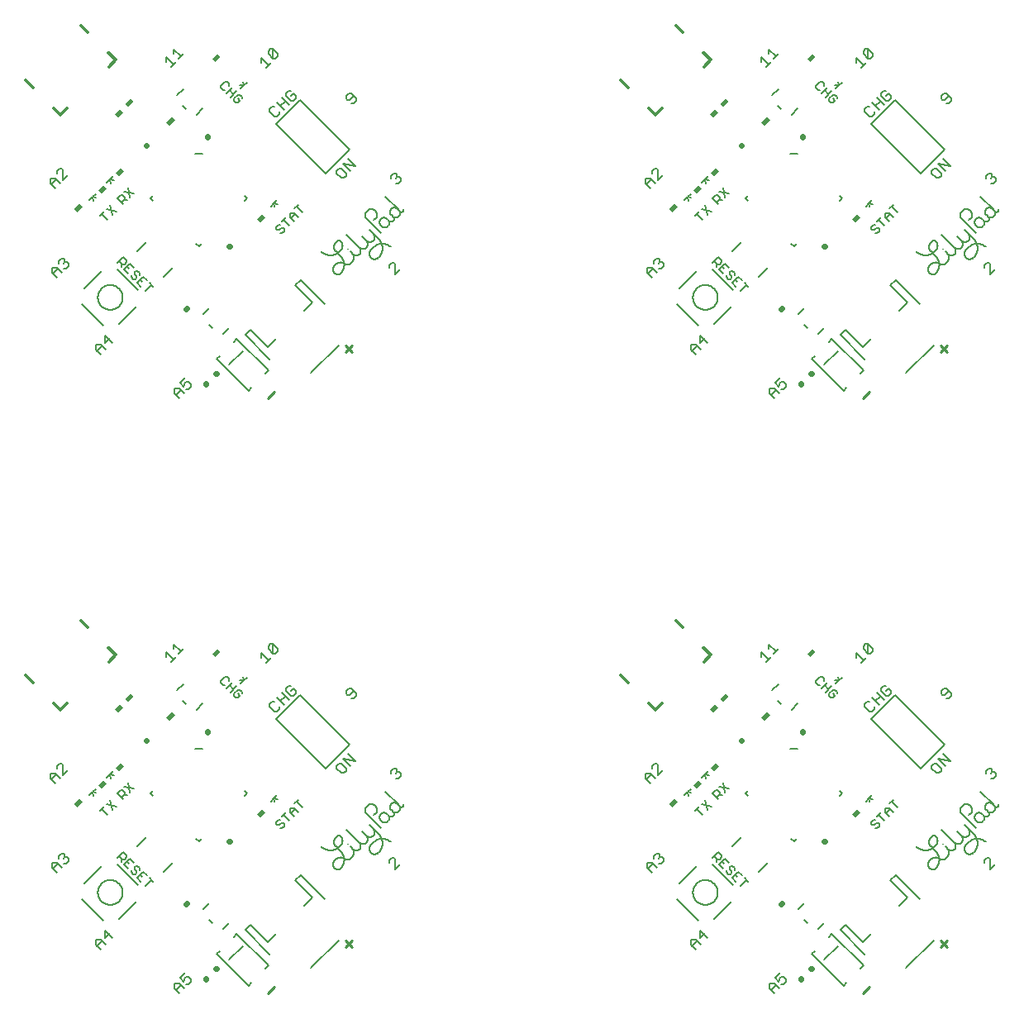
<source format=gto>
G04 EAGLE Gerber RS-274X export*
G75*
%MOMM*%
%FSLAX34Y34*%
%LPD*%
%INSilkscreen Top*%
%IPPOS*%
%AMOC8*
5,1,8,0,0,1.08239X$1,22.5*%
G01*
%ADD10C,0.152400*%
%ADD11C,0.203200*%
%ADD12C,0.254000*%
%ADD13C,0.558800*%
%ADD14R,0.457200X0.762000*%
%ADD15C,0.304800*%


D10*
X253499Y376325D02*
X247387Y382436D01*
X250443Y385492D01*
X252480Y385492D01*
X254517Y383455D01*
X254517Y381418D01*
X251461Y378362D01*
X253499Y380399D02*
X257573Y380399D01*
X264188Y387014D02*
X254002Y389052D01*
X258076Y393126D02*
X260114Y382940D01*
X237575Y360401D02*
X231464Y366513D01*
X233501Y368550D02*
X229426Y364476D01*
X236041Y371091D02*
X246228Y369054D01*
X242153Y364979D02*
X240116Y375166D01*
D11*
X471713Y410637D02*
X474230Y413153D01*
X471713Y410637D02*
X471713Y408120D01*
X476747Y403087D01*
X479263Y403087D01*
X481780Y405603D01*
X481780Y408120D01*
X476747Y413153D01*
X474230Y413153D01*
X478724Y417647D02*
X486274Y410097D01*
X491307Y415131D02*
X478724Y417647D01*
X483757Y422681D02*
X491307Y415131D01*
X408497Y476015D02*
X405980Y476015D01*
X403463Y473499D01*
X403463Y470982D01*
X408497Y465949D01*
X411013Y465949D01*
X413530Y468465D01*
X413530Y470982D01*
X418024Y472959D02*
X410474Y480509D01*
X414249Y476734D02*
X419282Y481767D01*
X415507Y485542D02*
X423057Y477992D01*
X422518Y492553D02*
X425034Y492553D01*
X422518Y492553D02*
X420001Y490036D01*
X420001Y487520D01*
X425034Y482486D01*
X427551Y482486D01*
X430068Y485003D01*
X430068Y487520D01*
X427551Y490036D01*
X425034Y487520D01*
X305939Y182355D02*
X310972Y177322D01*
X305939Y182355D02*
X305939Y187389D01*
X310972Y187389D01*
X316005Y182355D01*
X312230Y186130D02*
X307197Y181097D01*
X311691Y193141D02*
X316724Y198174D01*
X311691Y193141D02*
X315466Y189366D01*
X316724Y193141D01*
X317983Y194399D01*
X320499Y194399D01*
X323016Y191883D01*
X323016Y189366D01*
X320499Y186849D01*
X317983Y186849D01*
X230150Y222224D02*
X225117Y227257D01*
X225117Y232290D01*
X230150Y232290D01*
X235183Y227257D01*
X231408Y231032D02*
X226375Y225998D01*
X242194Y234267D02*
X234644Y241817D01*
X234644Y234267D01*
X239677Y239301D01*
X185249Y301250D02*
X180215Y306283D01*
X180215Y311316D01*
X185249Y311316D01*
X190282Y306283D01*
X186507Y310058D02*
X181474Y305025D01*
X187226Y315810D02*
X187226Y318327D01*
X189743Y320843D01*
X192259Y320843D01*
X193517Y319585D01*
X193517Y317068D01*
X192259Y315810D01*
X193517Y317068D02*
X196034Y317068D01*
X197292Y315810D01*
X197292Y313294D01*
X194776Y310777D01*
X192259Y310777D01*
X183453Y392848D02*
X178419Y397882D01*
X178419Y402915D01*
X183453Y402915D01*
X188486Y397882D01*
X184711Y401656D02*
X179678Y396623D01*
X191721Y401117D02*
X196755Y406150D01*
X191721Y401117D02*
X191721Y411184D01*
X190463Y412442D01*
X187947Y412442D01*
X185430Y409925D01*
X185430Y407409D01*
X296959Y521809D02*
X296959Y526842D01*
X304509Y519292D01*
X301992Y516776D02*
X307025Y521809D01*
X305228Y530078D02*
X305228Y535111D01*
X312777Y527561D01*
X310261Y525045D02*
X315294Y530078D01*
X394843Y525944D02*
X394843Y520911D01*
X394843Y525944D02*
X402393Y518394D01*
X399877Y515878D02*
X404910Y520911D01*
X406887Y525405D02*
X401854Y530438D01*
X401854Y532955D01*
X404371Y535471D01*
X406887Y535471D01*
X411920Y530438D01*
X411920Y527922D01*
X409404Y525405D01*
X406887Y525405D01*
X406887Y535471D01*
X486625Y479419D02*
X489141Y479419D01*
X491658Y481936D01*
X491658Y484452D01*
X486625Y489485D01*
X484108Y489486D01*
X481592Y486969D01*
X481592Y484452D01*
X482850Y483194D01*
X485366Y483194D01*
X489141Y486969D01*
X527391Y405249D02*
X527391Y402732D01*
X527391Y405249D02*
X529907Y407765D01*
X532424Y407765D01*
X533682Y406507D01*
X533682Y403990D01*
X532424Y402732D01*
X533682Y403990D02*
X536199Y403990D01*
X537457Y402732D01*
X537457Y400215D01*
X534941Y397699D01*
X532424Y397699D01*
X536920Y309875D02*
X531886Y304842D01*
X531886Y314908D01*
X530628Y316167D01*
X528111Y316167D01*
X525595Y313650D01*
X525595Y311133D01*
D12*
X487765Y231633D02*
X481054Y224922D01*
X481054Y231633D02*
X487765Y224922D01*
X407841Y184037D02*
X401130Y177326D01*
D10*
X361540Y497588D02*
X361540Y499625D01*
X359503Y501662D01*
X357465Y501662D01*
X353391Y497588D01*
X353391Y495551D01*
X355428Y493513D01*
X357465Y493513D01*
X358987Y489954D02*
X365099Y496066D01*
X362043Y493010D02*
X366118Y488935D01*
X369174Y491991D02*
X363062Y485880D01*
X374770Y486395D02*
X374770Y484358D01*
X374770Y486395D02*
X372733Y488432D01*
X370696Y488432D01*
X366621Y484358D01*
X366621Y482320D01*
X368658Y480283D01*
X370696Y480283D01*
X372733Y482320D01*
X370696Y484358D01*
X412087Y354959D02*
X414124Y354959D01*
X412087Y354959D02*
X410050Y352922D01*
X410050Y350885D01*
X411069Y349866D01*
X413106Y349866D01*
X415143Y351904D01*
X417180Y351904D01*
X418199Y350885D01*
X418199Y348848D01*
X416162Y346810D01*
X414124Y346810D01*
X423795Y354444D02*
X417684Y360556D01*
X419721Y362593D02*
X415646Y358519D01*
X424299Y363097D02*
X428373Y359022D01*
X424299Y363097D02*
X424299Y367171D01*
X428373Y367171D01*
X432448Y363097D01*
X429392Y366152D02*
X425317Y362078D01*
X437026Y367674D02*
X430914Y373786D01*
X428877Y371749D02*
X432951Y375823D01*
X253504Y322089D02*
X247392Y315977D01*
X253504Y322089D02*
X256560Y319033D01*
X256560Y316996D01*
X254522Y314959D01*
X252485Y314959D01*
X249429Y318015D01*
X251466Y315977D02*
X251466Y311903D01*
X260119Y315474D02*
X264193Y311399D01*
X260119Y315474D02*
X254007Y309362D01*
X258082Y305288D01*
X259100Y310381D02*
X257063Y312418D01*
X269790Y305803D02*
X269790Y303766D01*
X269790Y305803D02*
X267753Y307840D01*
X265715Y307840D01*
X264697Y306822D01*
X264697Y304784D01*
X266734Y302747D01*
X266734Y300710D01*
X265715Y299691D01*
X263678Y299691D01*
X261641Y301728D01*
X261641Y303766D01*
X273349Y302244D02*
X277424Y298169D01*
X273349Y302244D02*
X267237Y296132D01*
X271312Y292057D01*
X272330Y297151D02*
X270293Y299188D01*
X275890Y287480D02*
X282001Y293591D01*
X279964Y295629D02*
X284039Y291554D01*
X856987Y382436D02*
X863099Y376325D01*
X856987Y382436D02*
X860043Y385492D01*
X862080Y385492D01*
X864117Y383455D01*
X864117Y381418D01*
X861061Y378362D01*
X863099Y380399D02*
X867173Y380399D01*
X873788Y387014D02*
X863602Y389052D01*
X867676Y393126D02*
X869714Y382940D01*
X847175Y360401D02*
X841064Y366513D01*
X843101Y368550D02*
X839026Y364476D01*
X845641Y371091D02*
X855828Y369054D01*
X851753Y364979D02*
X849716Y375166D01*
D11*
X1081313Y410637D02*
X1083830Y413153D01*
X1081313Y410637D02*
X1081313Y408120D01*
X1086347Y403087D01*
X1088863Y403087D01*
X1091380Y405603D01*
X1091380Y408120D01*
X1086347Y413153D01*
X1083830Y413153D01*
X1088324Y417647D02*
X1095874Y410097D01*
X1100907Y415131D02*
X1088324Y417647D01*
X1093357Y422681D02*
X1100907Y415131D01*
X1018097Y476015D02*
X1015580Y476015D01*
X1013063Y473499D01*
X1013063Y470982D01*
X1018097Y465949D01*
X1020613Y465949D01*
X1023130Y468465D01*
X1023130Y470982D01*
X1027624Y472959D02*
X1020074Y480509D01*
X1023849Y476734D02*
X1028882Y481767D01*
X1025107Y485542D02*
X1032657Y477992D01*
X1032118Y492553D02*
X1034634Y492553D01*
X1032118Y492553D02*
X1029601Y490036D01*
X1029601Y487520D01*
X1034634Y482486D01*
X1037151Y482486D01*
X1039668Y485003D01*
X1039668Y487520D01*
X1037151Y490036D01*
X1034634Y487520D01*
X915539Y182355D02*
X920572Y177322D01*
X915539Y182355D02*
X915539Y187389D01*
X920572Y187389D01*
X925605Y182355D01*
X921830Y186130D02*
X916797Y181097D01*
X921291Y193141D02*
X926324Y198174D01*
X921291Y193141D02*
X925066Y189366D01*
X926324Y193141D01*
X927583Y194399D01*
X930099Y194399D01*
X932616Y191883D01*
X932616Y189366D01*
X930099Y186849D01*
X927583Y186849D01*
X839750Y222224D02*
X834717Y227257D01*
X834717Y232290D01*
X839750Y232290D01*
X844783Y227257D01*
X841008Y231032D02*
X835975Y225998D01*
X851794Y234267D02*
X844244Y241817D01*
X844244Y234267D01*
X849277Y239301D01*
X794849Y301250D02*
X789815Y306283D01*
X789815Y311316D01*
X794849Y311316D01*
X799882Y306283D01*
X796107Y310058D02*
X791074Y305025D01*
X796826Y315810D02*
X796826Y318327D01*
X799343Y320843D01*
X801859Y320843D01*
X803117Y319585D01*
X803117Y317068D01*
X801859Y315810D01*
X803117Y317068D02*
X805634Y317068D01*
X806892Y315810D01*
X806892Y313294D01*
X804376Y310777D01*
X801859Y310777D01*
X793053Y392848D02*
X788019Y397882D01*
X788019Y402915D01*
X793053Y402915D01*
X798086Y397882D01*
X794311Y401656D02*
X789278Y396623D01*
X801321Y401117D02*
X806355Y406150D01*
X801321Y401117D02*
X801321Y411184D01*
X800063Y412442D01*
X797547Y412442D01*
X795030Y409925D01*
X795030Y407409D01*
X906559Y521809D02*
X906559Y526842D01*
X914109Y519292D01*
X911592Y516776D02*
X916625Y521809D01*
X914828Y530078D02*
X914828Y535111D01*
X922377Y527561D01*
X919861Y525045D02*
X924894Y530078D01*
X1004443Y525944D02*
X1004443Y520911D01*
X1004443Y525944D02*
X1011993Y518394D01*
X1009477Y515878D02*
X1014510Y520911D01*
X1016487Y525405D02*
X1011454Y530438D01*
X1011454Y532955D01*
X1013971Y535471D01*
X1016487Y535471D01*
X1021520Y530438D01*
X1021520Y527922D01*
X1019004Y525405D01*
X1016487Y525405D01*
X1016487Y535471D01*
X1096225Y479419D02*
X1098741Y479419D01*
X1101258Y481936D01*
X1101258Y484452D01*
X1096225Y489485D01*
X1093708Y489486D01*
X1091192Y486969D01*
X1091192Y484452D01*
X1092450Y483194D01*
X1094966Y483194D01*
X1098741Y486969D01*
X1136991Y405249D02*
X1136991Y402732D01*
X1136991Y405249D02*
X1139507Y407765D01*
X1142024Y407765D01*
X1143282Y406507D01*
X1143282Y403990D01*
X1142024Y402732D01*
X1143282Y403990D02*
X1145799Y403990D01*
X1147057Y402732D01*
X1147057Y400215D01*
X1144541Y397699D01*
X1142024Y397699D01*
X1146520Y309875D02*
X1141486Y304842D01*
X1141486Y314908D01*
X1140228Y316167D01*
X1137711Y316167D01*
X1135195Y313650D01*
X1135195Y311133D01*
D12*
X1097365Y231633D02*
X1090654Y224922D01*
X1090654Y231633D02*
X1097365Y224922D01*
X1017441Y184037D02*
X1010730Y177326D01*
D10*
X971140Y497588D02*
X971140Y499625D01*
X969103Y501662D01*
X967065Y501662D01*
X962991Y497588D01*
X962991Y495551D01*
X965028Y493513D01*
X967065Y493513D01*
X968587Y489954D02*
X974699Y496066D01*
X971643Y493010D02*
X975718Y488935D01*
X978774Y491991D02*
X972662Y485880D01*
X984370Y486395D02*
X984370Y484358D01*
X984370Y486395D02*
X982333Y488432D01*
X980296Y488432D01*
X976221Y484358D01*
X976221Y482320D01*
X978258Y480283D01*
X980296Y480283D01*
X982333Y482320D01*
X980296Y484358D01*
X1021687Y354959D02*
X1023724Y354959D01*
X1021687Y354959D02*
X1019650Y352922D01*
X1019650Y350885D01*
X1020669Y349866D01*
X1022706Y349866D01*
X1024743Y351904D01*
X1026780Y351904D01*
X1027799Y350885D01*
X1027799Y348848D01*
X1025762Y346810D01*
X1023724Y346810D01*
X1033395Y354444D02*
X1027284Y360556D01*
X1029321Y362593D02*
X1025246Y358519D01*
X1033899Y363097D02*
X1037973Y359022D01*
X1033899Y363097D02*
X1033899Y367171D01*
X1037973Y367171D01*
X1042048Y363097D01*
X1038992Y366152D02*
X1034917Y362078D01*
X1046626Y367674D02*
X1040514Y373786D01*
X1038477Y371749D02*
X1042551Y375823D01*
X863104Y322089D02*
X856992Y315977D01*
X863104Y322089D02*
X866160Y319033D01*
X866160Y316996D01*
X864122Y314959D01*
X862085Y314959D01*
X859029Y318015D01*
X861066Y315977D02*
X861066Y311903D01*
X869719Y315474D02*
X873793Y311399D01*
X869719Y315474D02*
X863607Y309362D01*
X867682Y305288D01*
X868700Y310381D02*
X866663Y312418D01*
X879390Y305803D02*
X879390Y303766D01*
X879390Y305803D02*
X877353Y307840D01*
X875315Y307840D01*
X874297Y306822D01*
X874297Y304784D01*
X876334Y302747D01*
X876334Y300710D01*
X875315Y299691D01*
X873278Y299691D01*
X871241Y301728D01*
X871241Y303766D01*
X882949Y302244D02*
X887024Y298169D01*
X882949Y302244D02*
X876837Y296132D01*
X880912Y292057D01*
X881930Y297151D02*
X879893Y299188D01*
X885490Y287480D02*
X891601Y293591D01*
X889564Y295629D02*
X893639Y291554D01*
X863099Y985925D02*
X856987Y992036D01*
X860043Y995092D01*
X862080Y995092D01*
X864117Y993055D01*
X864117Y991018D01*
X861061Y987962D01*
X863099Y989999D02*
X867173Y989999D01*
X873788Y996614D02*
X863602Y998652D01*
X867676Y1002726D02*
X869714Y992540D01*
X847175Y970001D02*
X841064Y976113D01*
X843101Y978150D02*
X839026Y974076D01*
X845641Y980691D02*
X855828Y978654D01*
X851753Y974579D02*
X849716Y984766D01*
D11*
X1081313Y1020237D02*
X1083830Y1022753D01*
X1081313Y1020237D02*
X1081313Y1017720D01*
X1086347Y1012687D01*
X1088863Y1012687D01*
X1091380Y1015203D01*
X1091380Y1017720D01*
X1086347Y1022753D01*
X1083830Y1022753D01*
X1088324Y1027247D02*
X1095874Y1019697D01*
X1100907Y1024731D02*
X1088324Y1027247D01*
X1093357Y1032281D02*
X1100907Y1024731D01*
X1018097Y1085615D02*
X1015580Y1085615D01*
X1013063Y1083099D01*
X1013063Y1080582D01*
X1018097Y1075549D01*
X1020613Y1075549D01*
X1023130Y1078065D01*
X1023130Y1080582D01*
X1027624Y1082559D02*
X1020074Y1090109D01*
X1023849Y1086334D02*
X1028882Y1091367D01*
X1025107Y1095142D02*
X1032657Y1087592D01*
X1032118Y1102153D02*
X1034634Y1102153D01*
X1032118Y1102153D02*
X1029601Y1099636D01*
X1029601Y1097120D01*
X1034634Y1092086D01*
X1037151Y1092086D01*
X1039668Y1094603D01*
X1039668Y1097120D01*
X1037151Y1099636D01*
X1034634Y1097120D01*
X915539Y791955D02*
X920572Y786922D01*
X915539Y791955D02*
X915539Y796989D01*
X920572Y796989D01*
X925605Y791955D01*
X921830Y795730D02*
X916797Y790697D01*
X921291Y802741D02*
X926324Y807774D01*
X921291Y802741D02*
X925066Y798966D01*
X926324Y802741D01*
X927583Y803999D01*
X930099Y803999D01*
X932616Y801483D01*
X932616Y798966D01*
X930099Y796449D01*
X927583Y796449D01*
X839750Y831824D02*
X834717Y836857D01*
X834717Y841890D01*
X839750Y841890D01*
X844783Y836857D01*
X841008Y840632D02*
X835975Y835598D01*
X851794Y843867D02*
X844244Y851417D01*
X844244Y843867D01*
X849277Y848901D01*
X794849Y910850D02*
X789815Y915883D01*
X789815Y920916D01*
X794849Y920916D01*
X799882Y915883D01*
X796107Y919658D02*
X791074Y914625D01*
X796826Y925410D02*
X796826Y927927D01*
X799343Y930443D01*
X801859Y930443D01*
X803117Y929185D01*
X803117Y926668D01*
X801859Y925410D01*
X803117Y926668D02*
X805634Y926668D01*
X806892Y925410D01*
X806892Y922894D01*
X804376Y920377D01*
X801859Y920377D01*
X793053Y1002448D02*
X788019Y1007482D01*
X788019Y1012515D01*
X793053Y1012515D01*
X798086Y1007482D01*
X794311Y1011256D02*
X789278Y1006223D01*
X801321Y1010717D02*
X806355Y1015750D01*
X801321Y1010717D02*
X801321Y1020784D01*
X800063Y1022042D01*
X797547Y1022042D01*
X795030Y1019525D01*
X795030Y1017009D01*
X906559Y1131409D02*
X906559Y1136442D01*
X914109Y1128892D01*
X911592Y1126376D02*
X916625Y1131409D01*
X914828Y1139678D02*
X914828Y1144711D01*
X922377Y1137161D01*
X919861Y1134645D02*
X924894Y1139678D01*
X1004443Y1135544D02*
X1004443Y1130511D01*
X1004443Y1135544D02*
X1011993Y1127994D01*
X1009477Y1125478D02*
X1014510Y1130511D01*
X1016487Y1135005D02*
X1011454Y1140038D01*
X1011454Y1142555D01*
X1013971Y1145071D01*
X1016487Y1145071D01*
X1021520Y1140038D01*
X1021520Y1137522D01*
X1019004Y1135005D01*
X1016487Y1135005D01*
X1016487Y1145071D01*
X1096225Y1089019D02*
X1098741Y1089019D01*
X1101258Y1091536D01*
X1101258Y1094052D01*
X1096225Y1099085D01*
X1093708Y1099086D01*
X1091192Y1096569D01*
X1091192Y1094052D01*
X1092450Y1092794D01*
X1094966Y1092794D01*
X1098741Y1096569D01*
X1136991Y1014849D02*
X1136991Y1012332D01*
X1136991Y1014849D02*
X1139507Y1017365D01*
X1142024Y1017365D01*
X1143282Y1016107D01*
X1143282Y1013590D01*
X1142024Y1012332D01*
X1143282Y1013590D02*
X1145799Y1013590D01*
X1147057Y1012332D01*
X1147057Y1009815D01*
X1144541Y1007299D01*
X1142024Y1007299D01*
X1146520Y919475D02*
X1141486Y914442D01*
X1141486Y924508D01*
X1140228Y925767D01*
X1137711Y925767D01*
X1135195Y923250D01*
X1135195Y920733D01*
D12*
X1097365Y841233D02*
X1090654Y834522D01*
X1090654Y841233D02*
X1097365Y834522D01*
X1017441Y793637D02*
X1010730Y786926D01*
D10*
X971140Y1107188D02*
X971140Y1109225D01*
X969103Y1111262D01*
X967065Y1111262D01*
X962991Y1107188D01*
X962991Y1105151D01*
X965028Y1103113D01*
X967065Y1103113D01*
X968587Y1099554D02*
X974699Y1105666D01*
X971643Y1102610D02*
X975718Y1098535D01*
X978774Y1101591D02*
X972662Y1095480D01*
X984370Y1095995D02*
X984370Y1093958D01*
X984370Y1095995D02*
X982333Y1098032D01*
X980296Y1098032D01*
X976221Y1093958D01*
X976221Y1091920D01*
X978258Y1089883D01*
X980296Y1089883D01*
X982333Y1091920D01*
X980296Y1093958D01*
X1021687Y964559D02*
X1023724Y964559D01*
X1021687Y964559D02*
X1019650Y962522D01*
X1019650Y960485D01*
X1020669Y959466D01*
X1022706Y959466D01*
X1024743Y961504D01*
X1026780Y961504D01*
X1027799Y960485D01*
X1027799Y958448D01*
X1025762Y956410D01*
X1023724Y956410D01*
X1033395Y964044D02*
X1027284Y970156D01*
X1029321Y972193D02*
X1025246Y968119D01*
X1033899Y972697D02*
X1037973Y968622D01*
X1033899Y972697D02*
X1033899Y976771D01*
X1037973Y976771D01*
X1042048Y972697D01*
X1038992Y975752D02*
X1034917Y971678D01*
X1046626Y977274D02*
X1040514Y983386D01*
X1038477Y981349D02*
X1042551Y985423D01*
X863104Y931689D02*
X856992Y925577D01*
X863104Y931689D02*
X866160Y928633D01*
X866160Y926596D01*
X864122Y924559D01*
X862085Y924559D01*
X859029Y927615D01*
X861066Y925577D02*
X861066Y921503D01*
X869719Y925074D02*
X873793Y920999D01*
X869719Y925074D02*
X863607Y918962D01*
X867682Y914888D01*
X868700Y919981D02*
X866663Y922018D01*
X879390Y915403D02*
X879390Y913366D01*
X879390Y915403D02*
X877353Y917440D01*
X875315Y917440D01*
X874297Y916422D01*
X874297Y914384D01*
X876334Y912347D01*
X876334Y910310D01*
X875315Y909291D01*
X873278Y909291D01*
X871241Y911328D01*
X871241Y913366D01*
X882949Y911844D02*
X887024Y907769D01*
X882949Y911844D02*
X876837Y905732D01*
X880912Y901657D01*
X881930Y906751D02*
X879893Y908788D01*
X885490Y897080D02*
X891601Y903191D01*
X889564Y905229D02*
X893639Y901154D01*
X253499Y985925D02*
X247387Y992036D01*
X250443Y995092D01*
X252480Y995092D01*
X254517Y993055D01*
X254517Y991018D01*
X251461Y987962D01*
X253499Y989999D02*
X257573Y989999D01*
X264188Y996614D02*
X254002Y998652D01*
X258076Y1002726D02*
X260114Y992540D01*
X237575Y970001D02*
X231464Y976113D01*
X233501Y978150D02*
X229426Y974076D01*
X236041Y980691D02*
X246228Y978654D01*
X242153Y974579D02*
X240116Y984766D01*
D11*
X471713Y1020237D02*
X474230Y1022753D01*
X471713Y1020237D02*
X471713Y1017720D01*
X476747Y1012687D01*
X479263Y1012687D01*
X481780Y1015203D01*
X481780Y1017720D01*
X476747Y1022753D01*
X474230Y1022753D01*
X478724Y1027247D02*
X486274Y1019697D01*
X491307Y1024731D02*
X478724Y1027247D01*
X483757Y1032281D02*
X491307Y1024731D01*
X408497Y1085615D02*
X405980Y1085615D01*
X403463Y1083099D01*
X403463Y1080582D01*
X408497Y1075549D01*
X411013Y1075549D01*
X413530Y1078065D01*
X413530Y1080582D01*
X418024Y1082559D02*
X410474Y1090109D01*
X414249Y1086334D02*
X419282Y1091367D01*
X415507Y1095142D02*
X423057Y1087592D01*
X422518Y1102153D02*
X425034Y1102153D01*
X422518Y1102153D02*
X420001Y1099636D01*
X420001Y1097120D01*
X425034Y1092086D01*
X427551Y1092086D01*
X430068Y1094603D01*
X430068Y1097120D01*
X427551Y1099636D01*
X425034Y1097120D01*
X305939Y791955D02*
X310972Y786922D01*
X305939Y791955D02*
X305939Y796989D01*
X310972Y796989D01*
X316005Y791955D01*
X312230Y795730D02*
X307197Y790697D01*
X311691Y802741D02*
X316724Y807774D01*
X311691Y802741D02*
X315466Y798966D01*
X316724Y802741D01*
X317983Y803999D01*
X320499Y803999D01*
X323016Y801483D01*
X323016Y798966D01*
X320499Y796449D01*
X317983Y796449D01*
X230150Y831824D02*
X225117Y836857D01*
X225117Y841890D01*
X230150Y841890D01*
X235183Y836857D01*
X231408Y840632D02*
X226375Y835598D01*
X242194Y843867D02*
X234644Y851417D01*
X234644Y843867D01*
X239677Y848901D01*
X185249Y910850D02*
X180215Y915883D01*
X180215Y920916D01*
X185249Y920916D01*
X190282Y915883D01*
X186507Y919658D02*
X181474Y914625D01*
X187226Y925410D02*
X187226Y927927D01*
X189743Y930443D01*
X192259Y930443D01*
X193517Y929185D01*
X193517Y926668D01*
X192259Y925410D01*
X193517Y926668D02*
X196034Y926668D01*
X197292Y925410D01*
X197292Y922894D01*
X194776Y920377D01*
X192259Y920377D01*
X183453Y1002448D02*
X178419Y1007482D01*
X178419Y1012515D01*
X183453Y1012515D01*
X188486Y1007482D01*
X184711Y1011256D02*
X179678Y1006223D01*
X191721Y1010717D02*
X196755Y1015750D01*
X191721Y1010717D02*
X191721Y1020784D01*
X190463Y1022042D01*
X187947Y1022042D01*
X185430Y1019525D01*
X185430Y1017009D01*
X296959Y1131409D02*
X296959Y1136442D01*
X304509Y1128892D01*
X301992Y1126376D02*
X307025Y1131409D01*
X305228Y1139678D02*
X305228Y1144711D01*
X312777Y1137161D01*
X310261Y1134645D02*
X315294Y1139678D01*
X394843Y1135544D02*
X394843Y1130511D01*
X394843Y1135544D02*
X402393Y1127994D01*
X399877Y1125478D02*
X404910Y1130511D01*
X406887Y1135005D02*
X401854Y1140038D01*
X401854Y1142555D01*
X404371Y1145071D01*
X406887Y1145071D01*
X411920Y1140038D01*
X411920Y1137522D01*
X409404Y1135005D01*
X406887Y1135005D01*
X406887Y1145071D01*
X486625Y1089019D02*
X489141Y1089019D01*
X491658Y1091536D01*
X491658Y1094052D01*
X486625Y1099085D01*
X484108Y1099086D01*
X481592Y1096569D01*
X481592Y1094052D01*
X482850Y1092794D01*
X485366Y1092794D01*
X489141Y1096569D01*
X527391Y1014849D02*
X527391Y1012332D01*
X527391Y1014849D02*
X529907Y1017365D01*
X532424Y1017365D01*
X533682Y1016107D01*
X533682Y1013590D01*
X532424Y1012332D01*
X533682Y1013590D02*
X536199Y1013590D01*
X537457Y1012332D01*
X537457Y1009815D01*
X534941Y1007299D01*
X532424Y1007299D01*
X536920Y919475D02*
X531886Y914442D01*
X531886Y924508D01*
X530628Y925767D01*
X528111Y925767D01*
X525595Y923250D01*
X525595Y920733D01*
D12*
X487765Y841233D02*
X481054Y834522D01*
X481054Y841233D02*
X487765Y834522D01*
X407841Y793637D02*
X401130Y786926D01*
D10*
X361540Y1107188D02*
X361540Y1109225D01*
X359503Y1111262D01*
X357465Y1111262D01*
X353391Y1107188D01*
X353391Y1105151D01*
X355428Y1103113D01*
X357465Y1103113D01*
X358987Y1099554D02*
X365099Y1105666D01*
X362043Y1102610D02*
X366118Y1098535D01*
X369174Y1101591D02*
X363062Y1095480D01*
X374770Y1095995D02*
X374770Y1093958D01*
X374770Y1095995D02*
X372733Y1098032D01*
X370696Y1098032D01*
X366621Y1093958D01*
X366621Y1091920D01*
X368658Y1089883D01*
X370696Y1089883D01*
X372733Y1091920D01*
X370696Y1093958D01*
X412087Y964559D02*
X414124Y964559D01*
X412087Y964559D02*
X410050Y962522D01*
X410050Y960485D01*
X411069Y959466D01*
X413106Y959466D01*
X415143Y961504D01*
X417180Y961504D01*
X418199Y960485D01*
X418199Y958448D01*
X416162Y956410D01*
X414124Y956410D01*
X423795Y964044D02*
X417684Y970156D01*
X419721Y972193D02*
X415646Y968119D01*
X424299Y972697D02*
X428373Y968622D01*
X424299Y972697D02*
X424299Y976771D01*
X428373Y976771D01*
X432448Y972697D01*
X429392Y975752D02*
X425317Y971678D01*
X437026Y977274D02*
X430914Y983386D01*
X428877Y981349D02*
X432951Y985423D01*
X253504Y931689D02*
X247392Y925577D01*
X253504Y931689D02*
X256560Y928633D01*
X256560Y926596D01*
X254522Y924559D01*
X252485Y924559D01*
X249429Y927615D01*
X251466Y925577D02*
X251466Y921503D01*
X260119Y925074D02*
X264193Y920999D01*
X260119Y925074D02*
X254007Y918962D01*
X258082Y914888D01*
X259100Y919981D02*
X257063Y922018D01*
X269790Y915403D02*
X269790Y913366D01*
X269790Y915403D02*
X267753Y917440D01*
X265715Y917440D01*
X264697Y916422D01*
X264697Y914384D01*
X266734Y912347D01*
X266734Y910310D01*
X265715Y909291D01*
X263678Y909291D01*
X261641Y911328D01*
X261641Y913366D01*
X273349Y911844D02*
X277424Y907769D01*
X273349Y911844D02*
X267237Y905732D01*
X271312Y901657D01*
X272330Y906751D02*
X270293Y908788D01*
X275890Y897080D02*
X282001Y903191D01*
X279964Y905229D02*
X284039Y901154D01*
D11*
X502400Y361812D02*
X517249Y346963D01*
X502400Y361812D02*
X502308Y361926D01*
X502218Y362043D01*
X502132Y362162D01*
X502048Y362283D01*
X501968Y362407D01*
X501892Y362532D01*
X501818Y362660D01*
X501749Y362789D01*
X501682Y362920D01*
X501619Y363053D01*
X501560Y363188D01*
X501504Y363324D01*
X501452Y363461D01*
X501404Y363600D01*
X501359Y363740D01*
X501318Y363881D01*
X501281Y364024D01*
X501248Y364167D01*
X501218Y364311D01*
X501193Y364456D01*
X501171Y364601D01*
X501153Y364747D01*
X501139Y364893D01*
X501129Y365040D01*
X501122Y365187D01*
X501120Y365334D01*
X501122Y365481D01*
X501127Y365628D01*
X501137Y365775D01*
X501150Y365921D01*
X501167Y366067D01*
X501188Y366213D01*
X501213Y366358D01*
X501242Y366502D01*
X501275Y366645D01*
X501311Y366788D01*
X501351Y366929D01*
X501395Y367069D01*
X501443Y367208D01*
X501494Y367346D01*
X501549Y367483D01*
X501608Y367617D01*
X501670Y367751D01*
X501736Y367882D01*
X501805Y368012D01*
X501878Y368140D01*
X501954Y368266D01*
X502033Y368389D01*
X502116Y368511D01*
X502201Y368631D01*
X502290Y368748D01*
X502382Y368862D01*
X502477Y368974D01*
X502575Y369084D01*
X502676Y369191D01*
X502780Y369295D01*
X502886Y369397D01*
X502996Y369495D01*
X503107Y369591D01*
X503107Y369590D02*
X503203Y369702D01*
X503301Y369811D01*
X503403Y369917D01*
X503507Y370021D01*
X503614Y370122D01*
X503723Y370220D01*
X503836Y370315D01*
X503950Y370407D01*
X504067Y370496D01*
X504187Y370582D01*
X504308Y370664D01*
X504432Y370744D01*
X504558Y370820D01*
X504686Y370892D01*
X504816Y370961D01*
X504947Y371027D01*
X505080Y371089D01*
X505215Y371148D01*
X505352Y371203D01*
X505489Y371254D01*
X505629Y371302D01*
X505769Y371346D01*
X505910Y371386D01*
X506053Y371423D01*
X506196Y371455D01*
X506340Y371484D01*
X506485Y371509D01*
X506631Y371530D01*
X506777Y371547D01*
X506923Y371560D01*
X507070Y371570D01*
X507217Y371575D01*
X507364Y371577D01*
X507511Y371575D01*
X507658Y371568D01*
X507804Y371558D01*
X507951Y371544D01*
X508097Y371526D01*
X508242Y371504D01*
X508387Y371479D01*
X508531Y371449D01*
X508674Y371416D01*
X508816Y371379D01*
X508958Y371338D01*
X509098Y371293D01*
X509237Y371245D01*
X509374Y371193D01*
X509510Y371137D01*
X509645Y371078D01*
X509778Y371015D01*
X509909Y370949D01*
X510038Y370879D01*
X510166Y370806D01*
X510291Y370729D01*
X510415Y370649D01*
X510536Y370566D01*
X510655Y370479D01*
X510771Y370390D01*
X510886Y370297D01*
X510885Y370297D02*
X512300Y368883D01*
X512390Y368781D01*
X512476Y368676D01*
X512560Y368569D01*
X512640Y368459D01*
X512717Y368348D01*
X512791Y368234D01*
X512862Y368118D01*
X512929Y368000D01*
X512993Y367880D01*
X513053Y367758D01*
X513110Y367635D01*
X513164Y367510D01*
X513214Y367383D01*
X513260Y367256D01*
X513302Y367127D01*
X513341Y366997D01*
X513376Y366865D01*
X513408Y366733D01*
X513435Y366600D01*
X513459Y366466D01*
X513479Y366332D01*
X513495Y366197D01*
X513507Y366062D01*
X513516Y365926D01*
X513520Y365790D01*
X513521Y365655D01*
X513518Y365519D01*
X513510Y365383D01*
X513499Y365248D01*
X513484Y365113D01*
X513466Y364978D01*
X513443Y364844D01*
X513417Y364711D01*
X513387Y364578D01*
X513353Y364447D01*
X513315Y364316D01*
X513274Y364187D01*
X513229Y364059D01*
X513180Y363932D01*
X513128Y363807D01*
X513072Y363683D01*
X513012Y363561D01*
X512950Y363440D01*
X512883Y363322D01*
X512814Y363205D01*
X512741Y363090D01*
X512665Y362978D01*
X512585Y362868D01*
X512503Y362760D01*
X512417Y362654D01*
X512329Y362551D01*
X512237Y362450D01*
X512143Y362353D01*
X512046Y362257D01*
X511947Y362165D01*
X511946Y362166D02*
X509825Y360044D01*
X524675Y360045D02*
X524768Y359972D01*
X524859Y359897D01*
X524947Y359818D01*
X525033Y359737D01*
X525116Y359653D01*
X525196Y359566D01*
X525273Y359476D01*
X525347Y359384D01*
X525417Y359289D01*
X525485Y359192D01*
X525550Y359093D01*
X525611Y358992D01*
X525668Y358889D01*
X525722Y358784D01*
X525773Y358677D01*
X525820Y358569D01*
X525863Y358459D01*
X525903Y358347D01*
X525939Y358235D01*
X525971Y358121D01*
X526000Y358006D01*
X526024Y357891D01*
X526045Y357774D01*
X526061Y357657D01*
X526074Y357540D01*
X526083Y357422D01*
X526088Y357304D01*
X526089Y357186D01*
X526086Y357068D01*
X526079Y356950D01*
X526068Y356832D01*
X526053Y356715D01*
X526035Y356598D01*
X526012Y356482D01*
X525986Y356367D01*
X525955Y356253D01*
X525921Y356140D01*
X525883Y356028D01*
X525842Y355917D01*
X525797Y355808D01*
X525748Y355700D01*
X525695Y355594D01*
X525639Y355490D01*
X525580Y355388D01*
X525517Y355288D01*
X525451Y355190D01*
X525382Y355094D01*
X525381Y355095D02*
X523967Y353680D01*
X523863Y353599D01*
X523756Y353522D01*
X523648Y353447D01*
X523537Y353376D01*
X523424Y353308D01*
X523310Y353243D01*
X523193Y353181D01*
X523075Y353123D01*
X522955Y353069D01*
X522834Y353018D01*
X522711Y352970D01*
X522587Y352926D01*
X522461Y352886D01*
X522335Y352849D01*
X522207Y352816D01*
X522079Y352787D01*
X521950Y352761D01*
X521820Y352740D01*
X521689Y352722D01*
X521558Y352708D01*
X521427Y352697D01*
X521295Y352691D01*
X521164Y352688D01*
X521032Y352689D01*
X520900Y352694D01*
X520769Y352703D01*
X520638Y352716D01*
X520507Y352732D01*
X520377Y352752D01*
X520248Y352776D01*
X520119Y352804D01*
X519991Y352836D01*
X519864Y352871D01*
X519738Y352910D01*
X519614Y352952D01*
X519490Y352998D01*
X519368Y353048D01*
X519248Y353101D01*
X519129Y353158D01*
X519012Y353218D01*
X518896Y353282D01*
X518783Y353349D01*
X518671Y353419D01*
X518562Y353492D01*
X518455Y353569D01*
X518350Y353648D01*
X518247Y353731D01*
X518147Y353816D01*
X518050Y353905D01*
X517955Y353996D01*
X517862Y354090D01*
X517773Y354187D01*
X517686Y354286D01*
X517602Y354387D01*
X517501Y354471D01*
X517402Y354558D01*
X517305Y354647D01*
X517211Y354740D01*
X517120Y354835D01*
X517031Y354932D01*
X516946Y355032D01*
X516863Y355135D01*
X516784Y355240D01*
X516707Y355347D01*
X516634Y355456D01*
X516564Y355568D01*
X516497Y355681D01*
X516433Y355797D01*
X516373Y355914D01*
X516316Y356033D01*
X516263Y356153D01*
X516213Y356275D01*
X516167Y356399D01*
X516125Y356523D01*
X516086Y356649D01*
X516051Y356776D01*
X516019Y356904D01*
X515991Y357033D01*
X515967Y357162D01*
X515947Y357292D01*
X515931Y357423D01*
X515918Y357554D01*
X515909Y357685D01*
X515904Y357817D01*
X515903Y357949D01*
X515906Y358080D01*
X515912Y358212D01*
X515923Y358343D01*
X515937Y358474D01*
X515955Y358605D01*
X515976Y358735D01*
X516002Y358864D01*
X516031Y358992D01*
X516064Y359120D01*
X516101Y359246D01*
X516141Y359372D01*
X516185Y359496D01*
X516233Y359619D01*
X516284Y359740D01*
X516338Y359860D01*
X516396Y359978D01*
X516458Y360095D01*
X516523Y360209D01*
X516591Y360322D01*
X516662Y360433D01*
X516737Y360541D01*
X516814Y360648D01*
X516895Y360752D01*
X516896Y360751D02*
X517603Y361459D01*
X517603Y361458D02*
X517693Y361546D01*
X517786Y361630D01*
X517881Y361712D01*
X517979Y361791D01*
X518080Y361866D01*
X518183Y361938D01*
X518288Y362007D01*
X518395Y362073D01*
X518504Y362135D01*
X518615Y362194D01*
X518728Y362249D01*
X518842Y362301D01*
X518959Y362349D01*
X519076Y362394D01*
X519195Y362434D01*
X519315Y362471D01*
X519436Y362504D01*
X519558Y362534D01*
X519681Y362559D01*
X519805Y362581D01*
X519930Y362598D01*
X520055Y362612D01*
X520180Y362622D01*
X520305Y362628D01*
X520431Y362630D01*
X520557Y362628D01*
X520682Y362622D01*
X520807Y362612D01*
X520932Y362598D01*
X521057Y362581D01*
X521181Y362559D01*
X521304Y362534D01*
X521426Y362504D01*
X521547Y362471D01*
X521667Y362434D01*
X521786Y362394D01*
X521903Y362349D01*
X522020Y362301D01*
X522134Y362249D01*
X522247Y362194D01*
X522358Y362135D01*
X522467Y362073D01*
X522574Y362007D01*
X522679Y361938D01*
X522782Y361866D01*
X522883Y361791D01*
X522981Y361712D01*
X523076Y361630D01*
X523169Y361546D01*
X523259Y361458D01*
X523260Y361459D02*
X524674Y360044D01*
X524736Y359949D01*
X524801Y359856D01*
X524870Y359765D01*
X524941Y359676D01*
X525015Y359590D01*
X525093Y359506D01*
X525173Y359425D01*
X525256Y359347D01*
X525341Y359272D01*
X525429Y359199D01*
X525520Y359130D01*
X525612Y359064D01*
X525707Y359001D01*
X525804Y358942D01*
X525903Y358885D01*
X526004Y358832D01*
X526107Y358783D01*
X526211Y358737D01*
X526317Y358695D01*
X526424Y358656D01*
X526532Y358621D01*
X526642Y358590D01*
X526752Y358562D01*
X526863Y358539D01*
X526976Y358519D01*
X527088Y358503D01*
X527202Y358491D01*
X527315Y358482D01*
X527429Y358478D01*
X527543Y358477D01*
X527657Y358481D01*
X527770Y358488D01*
X527884Y358499D01*
X527997Y358514D01*
X528109Y358533D01*
X528220Y358555D01*
X528331Y358582D01*
X528441Y358612D01*
X528550Y358646D01*
X528657Y358683D01*
X528763Y358725D01*
X528868Y358770D01*
X528971Y358818D01*
X529072Y358870D01*
X529172Y358925D01*
X529270Y358984D01*
X529359Y359037D01*
X529447Y359093D01*
X529532Y359153D01*
X529615Y359216D01*
X529696Y359282D01*
X529774Y359350D01*
X529850Y359422D01*
X529923Y359496D01*
X529993Y359573D01*
X530061Y359652D01*
X530125Y359734D01*
X530187Y359818D01*
X530245Y359904D01*
X530300Y359992D01*
X530352Y360082D01*
X530401Y360174D01*
X530446Y360268D01*
X530488Y360364D01*
X530526Y360460D01*
X530560Y360559D01*
X530591Y360658D01*
X530619Y360758D01*
X530643Y360860D01*
X530663Y360962D01*
X530679Y361065D01*
X530691Y361168D01*
X530700Y361272D01*
X530705Y361376D01*
X530706Y361480D01*
X530703Y361584D01*
X530697Y361688D01*
X530686Y361792D01*
X530672Y361895D01*
X530655Y361997D01*
X530633Y362099D01*
X530608Y362200D01*
X530579Y362300D01*
X530546Y362399D01*
X530510Y362497D01*
X530470Y362593D01*
X530427Y362688D01*
X530380Y362781D01*
X530330Y362872D01*
X530331Y362873D02*
X529977Y363226D01*
X528209Y364994D01*
X528109Y365086D01*
X528012Y365182D01*
X527918Y365279D01*
X527826Y365380D01*
X527738Y365483D01*
X527652Y365589D01*
X527570Y365697D01*
X527491Y365807D01*
X527414Y365919D01*
X527341Y366034D01*
X527272Y366151D01*
X527206Y366269D01*
X527143Y366390D01*
X527083Y366512D01*
X527027Y366636D01*
X526975Y366761D01*
X526926Y366888D01*
X526881Y367016D01*
X526840Y367145D01*
X526802Y367276D01*
X526768Y367407D01*
X526738Y367540D01*
X526712Y367673D01*
X526689Y367807D01*
X526671Y367942D01*
X526656Y368077D01*
X526645Y368212D01*
X526637Y368348D01*
X526634Y368484D01*
X526635Y368619D01*
X526639Y368755D01*
X526648Y368891D01*
X526660Y369026D01*
X526676Y369161D01*
X526696Y369295D01*
X526720Y369429D01*
X526747Y369562D01*
X526779Y369694D01*
X526814Y369826D01*
X526853Y369956D01*
X526895Y370085D01*
X526942Y370213D01*
X526991Y370339D01*
X527045Y370464D01*
X527102Y370587D01*
X527162Y370709D01*
X527226Y370829D01*
X527294Y370947D01*
X527364Y371063D01*
X527438Y371177D01*
X527515Y371288D01*
X527596Y371398D01*
X527679Y371505D01*
X527766Y371610D01*
X527855Y371712D01*
X527856Y371711D02*
X527966Y371799D01*
X528079Y371883D01*
X528194Y371965D01*
X528311Y372043D01*
X528431Y372118D01*
X528552Y372189D01*
X528676Y372257D01*
X528801Y372322D01*
X528928Y372383D01*
X529057Y372440D01*
X529187Y372494D01*
X529319Y372544D01*
X529452Y372590D01*
X529586Y372633D01*
X529722Y372672D01*
X529859Y372707D01*
X529996Y372738D01*
X530134Y372765D01*
X530273Y372788D01*
X530413Y372808D01*
X530553Y372824D01*
X530693Y372835D01*
X530834Y372843D01*
X530975Y372847D01*
X531116Y372846D01*
X531257Y372842D01*
X531398Y372834D01*
X531538Y372822D01*
X531678Y372806D01*
X531818Y372786D01*
X531956Y372762D01*
X532095Y372735D01*
X532232Y372703D01*
X532368Y372668D01*
X532504Y372628D01*
X532638Y372585D01*
X532771Y372539D01*
X532903Y372488D01*
X533033Y372434D01*
X533161Y372376D01*
X533288Y372315D01*
X533413Y372250D01*
X533537Y372182D01*
X533658Y372110D01*
X533777Y372035D01*
X533894Y371956D01*
X534009Y371875D01*
X534122Y371790D01*
X534232Y371702D01*
X534339Y371611D01*
X534444Y371516D01*
X534546Y371419D01*
X534646Y371320D01*
X534743Y371217D01*
X534836Y371112D01*
X534927Y371004D01*
X535035Y370938D01*
X535140Y370868D01*
X535243Y370795D01*
X535343Y370719D01*
X535442Y370640D01*
X535537Y370557D01*
X535631Y370472D01*
X535721Y370384D01*
X535809Y370294D01*
X535894Y370200D01*
X535977Y370105D01*
X536056Y370006D01*
X536132Y369906D01*
X536205Y369803D01*
X536275Y369698D01*
X536341Y369590D01*
X536405Y369480D01*
X536466Y369368D01*
X536523Y369254D01*
X536576Y369138D01*
X536626Y369021D01*
X536672Y368903D01*
X536714Y368783D01*
X536753Y368661D01*
X536788Y368539D01*
X536819Y368415D01*
X536846Y368291D01*
X536870Y368166D01*
X536889Y368040D01*
X536905Y367914D01*
X536917Y367787D01*
X536925Y367660D01*
X536929Y367533D01*
X536929Y367405D01*
X536925Y367278D01*
X536917Y367151D01*
X536905Y367024D01*
X536889Y366898D01*
X536870Y366772D01*
X536846Y366647D01*
X536819Y366523D01*
X536788Y366399D01*
X536753Y366277D01*
X536714Y366155D01*
X536672Y366035D01*
X536626Y365917D01*
X536576Y365800D01*
X536523Y365684D01*
X536466Y365570D01*
X536405Y365458D01*
X536341Y365348D01*
X536279Y365228D01*
X536213Y365109D01*
X536144Y364993D01*
X536072Y364878D01*
X535996Y364766D01*
X535917Y364656D01*
X535836Y364548D01*
X535751Y364442D01*
X535663Y364339D01*
X535572Y364239D01*
X535478Y364141D01*
X535382Y364046D01*
X535283Y363953D01*
X535181Y363864D01*
X535077Y363777D01*
X534970Y363694D01*
X534861Y363613D01*
X534750Y363536D01*
X534637Y363462D01*
X534521Y363391D01*
X534404Y363324D01*
X534284Y363259D01*
X534163Y363199D01*
X534040Y363142D01*
X533916Y363088D01*
X533790Y363038D01*
X533663Y362991D01*
X533534Y362948D01*
X533405Y362909D01*
X533274Y362874D01*
X533142Y362842D01*
X533010Y362814D01*
X532877Y362790D01*
X532743Y362770D01*
X532608Y362753D01*
X532473Y362741D01*
X532338Y362732D01*
X532203Y362727D01*
X532067Y362726D01*
X531932Y362729D01*
X531797Y362736D01*
X531662Y362746D01*
X531527Y362761D01*
X531393Y362779D01*
X531259Y362801D01*
X531126Y362827D01*
X530994Y362857D01*
X530863Y362890D01*
X530732Y362927D01*
X530603Y362968D01*
X530475Y363013D01*
X530349Y363061D01*
X530224Y363113D01*
X530100Y363168D01*
X529978Y363227D01*
X536341Y369590D02*
X537048Y368883D01*
X537049Y368883D02*
X537112Y368822D01*
X537177Y368765D01*
X537245Y368710D01*
X537316Y368659D01*
X537388Y368610D01*
X537463Y368565D01*
X537540Y368523D01*
X537618Y368484D01*
X537698Y368449D01*
X537779Y368418D01*
X537862Y368390D01*
X537945Y368365D01*
X538030Y368344D01*
X538116Y368327D01*
X538202Y368314D01*
X538289Y368305D01*
X538376Y368299D01*
X538463Y368297D01*
X538550Y368299D01*
X538637Y368305D01*
X538724Y368314D01*
X538810Y368327D01*
X538896Y368344D01*
X538981Y368365D01*
X539064Y368390D01*
X539147Y368418D01*
X539228Y368449D01*
X539308Y368484D01*
X539386Y368523D01*
X539463Y368565D01*
X539538Y368610D01*
X539610Y368659D01*
X539681Y368710D01*
X539749Y368765D01*
X539814Y368822D01*
X539877Y368883D01*
X539938Y368946D01*
X539995Y369011D01*
X540050Y369079D01*
X540101Y369150D01*
X540150Y369222D01*
X540195Y369297D01*
X540237Y369374D01*
X540276Y369452D01*
X540311Y369532D01*
X540342Y369613D01*
X540370Y369696D01*
X540395Y369779D01*
X540416Y369864D01*
X540433Y369950D01*
X540446Y370036D01*
X540455Y370123D01*
X540461Y370210D01*
X540463Y370297D01*
X540461Y370384D01*
X540455Y370471D01*
X540446Y370558D01*
X540433Y370644D01*
X540416Y370730D01*
X540395Y370815D01*
X540370Y370898D01*
X540342Y370981D01*
X540311Y371062D01*
X540276Y371142D01*
X540237Y371220D01*
X540195Y371297D01*
X540150Y371372D01*
X540101Y371444D01*
X540050Y371515D01*
X539995Y371583D01*
X539938Y371648D01*
X539877Y371711D01*
X535634Y370297D02*
X521492Y384439D01*
X483308Y330699D02*
X483662Y330346D01*
X474823Y327871D02*
X474599Y327651D01*
X474369Y327437D01*
X474133Y327229D01*
X473893Y327026D01*
X473648Y326830D01*
X473399Y326639D01*
X473145Y326454D01*
X472886Y326276D01*
X472623Y326104D01*
X472356Y325938D01*
X472086Y325779D01*
X471811Y325626D01*
X471533Y325480D01*
X471251Y325341D01*
X470966Y325208D01*
X470678Y325083D01*
X470387Y324964D01*
X470094Y324853D01*
X469797Y324749D01*
X469499Y324652D01*
X469198Y324562D01*
X468894Y324479D01*
X468589Y324404D01*
X468283Y324336D01*
X467974Y324276D01*
X467665Y324223D01*
X467354Y324178D01*
X467042Y324140D01*
X466729Y324109D01*
X466416Y324087D01*
X466102Y324072D01*
X465788Y324064D01*
X465474Y324064D01*
X465160Y324072D01*
X464846Y324087D01*
X464533Y324109D01*
X464220Y324140D01*
X463908Y324178D01*
X463597Y324223D01*
X463288Y324276D01*
X462979Y324336D01*
X462673Y324404D01*
X462368Y324479D01*
X462064Y324562D01*
X461763Y324652D01*
X461465Y324749D01*
X461168Y324853D01*
X460875Y324964D01*
X460584Y325083D01*
X460296Y325208D01*
X460011Y325341D01*
X459729Y325480D01*
X459451Y325626D01*
X459176Y325779D01*
X458906Y325938D01*
X458639Y326104D01*
X458376Y326276D01*
X458117Y326454D01*
X457863Y326639D01*
X457614Y326830D01*
X457369Y327026D01*
X457129Y327229D01*
X456893Y327437D01*
X456663Y327651D01*
X456439Y327871D01*
X474823Y327871D02*
X475884Y328932D01*
X475883Y328931D02*
X476002Y329044D01*
X476117Y329159D01*
X476230Y329277D01*
X476340Y329398D01*
X476447Y329521D01*
X476550Y329647D01*
X476651Y329775D01*
X476749Y329906D01*
X476843Y330039D01*
X476935Y330175D01*
X477022Y330312D01*
X477107Y330452D01*
X477188Y330594D01*
X477266Y330737D01*
X477340Y330883D01*
X477411Y331030D01*
X477478Y331179D01*
X477541Y331329D01*
X477601Y331481D01*
X477657Y331634D01*
X477710Y331789D01*
X477758Y331944D01*
X477803Y332101D01*
X477844Y332259D01*
X477882Y332418D01*
X477915Y332578D01*
X477945Y332739D01*
X477970Y332900D01*
X477992Y333062D01*
X478010Y333224D01*
X478024Y333387D01*
X478034Y333549D01*
X478040Y333713D01*
X478042Y333876D01*
X478040Y334039D01*
X478034Y334202D01*
X478025Y334365D01*
X478011Y334528D01*
X477993Y334690D01*
X477972Y334852D01*
X477946Y335013D01*
X477917Y335174D01*
X477884Y335334D01*
X477847Y335493D01*
X477806Y335651D01*
X477761Y335808D01*
X477713Y335963D01*
X477661Y336118D01*
X477605Y336272D01*
X477545Y336423D01*
X477482Y336574D01*
X477415Y336723D01*
X477345Y336870D01*
X477271Y337016D01*
X477193Y337159D01*
X477112Y337301D01*
X477028Y337441D01*
X476940Y337578D01*
X476849Y337714D01*
X476755Y337847D01*
X476658Y337978D01*
X476557Y338107D01*
X476453Y338233D01*
X476347Y338357D01*
X476237Y338477D01*
X476160Y338552D01*
X476081Y338623D01*
X475998Y338692D01*
X475914Y338758D01*
X475827Y338820D01*
X475738Y338880D01*
X475647Y338936D01*
X475554Y338989D01*
X475459Y339039D01*
X475362Y339085D01*
X475264Y339128D01*
X475164Y339167D01*
X475063Y339202D01*
X474961Y339234D01*
X474858Y339263D01*
X474754Y339287D01*
X474649Y339308D01*
X474543Y339325D01*
X474437Y339339D01*
X474330Y339348D01*
X474223Y339354D01*
X474116Y339356D01*
X474009Y339354D01*
X473902Y339348D01*
X473795Y339339D01*
X473689Y339325D01*
X473583Y339308D01*
X473478Y339287D01*
X473374Y339263D01*
X473271Y339234D01*
X473169Y339202D01*
X473068Y339167D01*
X472968Y339128D01*
X472870Y339085D01*
X472773Y339039D01*
X472678Y338989D01*
X472585Y338936D01*
X472494Y338880D01*
X472405Y338820D01*
X472318Y338758D01*
X472234Y338692D01*
X472151Y338623D01*
X472072Y338552D01*
X471995Y338477D01*
X480127Y315496D02*
X479963Y315597D01*
X479797Y315694D01*
X479629Y315786D01*
X479458Y315875D01*
X479286Y315959D01*
X479111Y316039D01*
X478935Y316115D01*
X478757Y316186D01*
X478577Y316254D01*
X478396Y316317D01*
X478213Y316375D01*
X478029Y316429D01*
X477843Y316479D01*
X477657Y316524D01*
X477469Y316564D01*
X477280Y316600D01*
X477091Y316632D01*
X476901Y316659D01*
X476710Y316681D01*
X476519Y316699D01*
X476327Y316712D01*
X476136Y316720D01*
X475944Y316724D01*
X475752Y316723D01*
X475560Y316717D01*
X475368Y316707D01*
X475176Y316692D01*
X474985Y316673D01*
X474795Y316649D01*
X474605Y316620D01*
X474416Y316587D01*
X474228Y316549D01*
X474041Y316507D01*
X473854Y316460D01*
X473669Y316409D01*
X473486Y316353D01*
X473303Y316293D01*
X473122Y316229D01*
X472943Y316160D01*
X472766Y316086D01*
X472590Y316009D01*
X472416Y315927D01*
X472245Y315841D01*
X472075Y315751D01*
X471908Y315657D01*
X471743Y315559D01*
X471580Y315457D01*
X471420Y315351D01*
X471262Y315241D01*
X471108Y315128D01*
X470956Y315011D01*
X470806Y314890D01*
X470660Y314765D01*
X470517Y314637D01*
X470377Y314506D01*
X470240Y314371D01*
X470107Y314233D01*
X469977Y314092D01*
X469850Y313948D01*
X469727Y313800D01*
X469607Y313650D01*
X469492Y313497D01*
X469379Y313341D01*
X469271Y313183D01*
X469167Y313022D01*
X471287Y337770D02*
X471994Y338478D01*
X471287Y337771D02*
X471169Y337650D01*
X471054Y337526D01*
X470942Y337399D01*
X470833Y337270D01*
X470727Y337138D01*
X470624Y337004D01*
X470525Y336867D01*
X470428Y336728D01*
X470336Y336586D01*
X470247Y336442D01*
X470161Y336297D01*
X470079Y336149D01*
X470000Y335999D01*
X469925Y335847D01*
X469854Y335694D01*
X469786Y335539D01*
X469722Y335382D01*
X469662Y335224D01*
X469606Y335064D01*
X469554Y334904D01*
X469506Y334741D01*
X469461Y334578D01*
X469421Y334414D01*
X469384Y334249D01*
X469352Y334083D01*
X469323Y333916D01*
X469299Y333749D01*
X469278Y333581D01*
X469262Y333412D01*
X469250Y333244D01*
X469242Y333075D01*
X469238Y332906D01*
X469238Y332736D01*
X469242Y332567D01*
X469250Y332398D01*
X469262Y332230D01*
X469278Y332061D01*
X469299Y331893D01*
X469323Y331726D01*
X469352Y331559D01*
X469384Y331393D01*
X469421Y331228D01*
X469461Y331064D01*
X469506Y330901D01*
X469554Y330738D01*
X469606Y330578D01*
X469662Y330418D01*
X469722Y330260D01*
X469786Y330103D01*
X469854Y329948D01*
X469925Y329795D01*
X470000Y329643D01*
X470079Y329493D01*
X470161Y329345D01*
X470247Y329200D01*
X470336Y329056D01*
X470428Y328914D01*
X470525Y328775D01*
X470624Y328638D01*
X470727Y328504D01*
X470833Y328372D01*
X470942Y328243D01*
X471054Y328116D01*
X471169Y327992D01*
X471287Y327871D01*
X469167Y313022D02*
X469082Y312906D01*
X469001Y312787D01*
X468922Y312667D01*
X468847Y312544D01*
X468776Y312420D01*
X468708Y312294D01*
X468643Y312165D01*
X468582Y312035D01*
X468524Y311904D01*
X468470Y311771D01*
X468420Y311636D01*
X468373Y311501D01*
X468330Y311364D01*
X468290Y311226D01*
X468255Y311086D01*
X468223Y310946D01*
X468195Y310806D01*
X468170Y310664D01*
X468150Y310522D01*
X468133Y310379D01*
X468121Y310236D01*
X468112Y310093D01*
X468107Y309949D01*
X468106Y309806D01*
X468109Y309662D01*
X468116Y309519D01*
X468126Y309375D01*
X468141Y309232D01*
X468159Y309090D01*
X468182Y308948D01*
X468208Y308807D01*
X468237Y308666D01*
X468271Y308527D01*
X468309Y308388D01*
X468350Y308251D01*
X468395Y308114D01*
X468443Y307979D01*
X468495Y307845D01*
X468551Y307713D01*
X468611Y307582D01*
X468674Y307453D01*
X468740Y307326D01*
X468810Y307200D01*
X468883Y307077D01*
X468959Y306955D01*
X469039Y306836D01*
X469122Y306718D01*
X469208Y306603D01*
X469297Y306491D01*
X469390Y306381D01*
X469485Y306273D01*
X469583Y306168D01*
X469684Y306066D01*
X469787Y305966D01*
X469893Y305870D01*
X470002Y305776D01*
X470113Y305685D01*
X470227Y305598D01*
X476237Y322921D02*
X471287Y327871D01*
X476237Y322921D02*
X476440Y322714D01*
X476637Y322501D01*
X476830Y322284D01*
X477017Y322063D01*
X477198Y321837D01*
X477374Y321606D01*
X477545Y321372D01*
X477709Y321133D01*
X477868Y320890D01*
X478021Y320644D01*
X478168Y320394D01*
X478309Y320141D01*
X478444Y319884D01*
X478573Y319624D01*
X478695Y319361D01*
X478811Y319095D01*
X478920Y318827D01*
X479023Y318555D01*
X479119Y318282D01*
X479209Y318006D01*
X479292Y317728D01*
X479368Y317448D01*
X479437Y317167D01*
X479500Y316884D01*
X479555Y316599D01*
X479604Y316313D01*
X479646Y316026D01*
X479681Y315738D01*
X479709Y315450D01*
X479730Y315161D01*
X479744Y314871D01*
X479751Y314581D01*
X479751Y314291D01*
X479744Y314001D01*
X479730Y313711D01*
X479709Y313422D01*
X479681Y313134D01*
X479646Y312846D01*
X479604Y312559D01*
X479555Y312273D01*
X479500Y311988D01*
X479437Y311705D01*
X479368Y311424D01*
X479292Y311144D01*
X479209Y310866D01*
X479119Y310590D01*
X479023Y310317D01*
X478920Y310045D01*
X478811Y309777D01*
X478695Y309511D01*
X478573Y309248D01*
X478444Y308988D01*
X478309Y308731D01*
X478168Y308478D01*
X478021Y308228D01*
X477868Y307982D01*
X477709Y307739D01*
X477545Y307500D01*
X477374Y307266D01*
X477198Y307035D01*
X477017Y306809D01*
X476830Y306588D01*
X476637Y306371D01*
X476440Y306158D01*
X476237Y305951D01*
X476150Y305856D01*
X476060Y305764D01*
X475968Y305674D01*
X475873Y305588D01*
X475775Y305504D01*
X475675Y305424D01*
X475572Y305346D01*
X475467Y305272D01*
X475360Y305200D01*
X475251Y305132D01*
X475140Y305068D01*
X475027Y305006D01*
X474912Y304948D01*
X474796Y304894D01*
X474678Y304843D01*
X474558Y304796D01*
X474437Y304753D01*
X474315Y304713D01*
X474191Y304676D01*
X474067Y304644D01*
X473942Y304615D01*
X473815Y304590D01*
X473689Y304569D01*
X473561Y304552D01*
X473433Y304539D01*
X473305Y304529D01*
X473176Y304524D01*
X473048Y304522D01*
X472919Y304524D01*
X472791Y304530D01*
X472663Y304540D01*
X472535Y304554D01*
X472407Y304572D01*
X472281Y304593D01*
X472155Y304618D01*
X472029Y304647D01*
X471905Y304680D01*
X471782Y304717D01*
X471660Y304757D01*
X471539Y304801D01*
X471419Y304849D01*
X471301Y304900D01*
X471185Y304955D01*
X471070Y305013D01*
X470958Y305075D01*
X470847Y305140D01*
X470738Y305208D01*
X470631Y305280D01*
X470526Y305354D01*
X470424Y305432D01*
X470324Y305513D01*
X470227Y305597D01*
X484368Y314789D02*
X484547Y314860D01*
X484724Y314935D01*
X484899Y315014D01*
X485072Y315097D01*
X485243Y315185D01*
X485411Y315276D01*
X485578Y315372D01*
X485742Y315471D01*
X485904Y315575D01*
X486063Y315682D01*
X486220Y315793D01*
X486373Y315908D01*
X486524Y316027D01*
X486672Y316149D01*
X486817Y316275D01*
X486959Y316404D01*
X487098Y316537D01*
X487234Y316673D01*
X487366Y316812D01*
X487495Y316954D01*
X487620Y317100D01*
X487742Y317248D01*
X487860Y317399D01*
X487975Y317554D01*
X488085Y317710D01*
X488192Y317870D01*
X488295Y318032D01*
X488394Y318196D01*
X488489Y318363D01*
X488580Y318532D01*
X488667Y318703D01*
X488750Y318877D01*
X488829Y319052D01*
X488903Y319229D01*
X488973Y319408D01*
X489039Y319588D01*
X489100Y319770D01*
X489157Y319953D01*
X489209Y320138D01*
X489257Y320324D01*
X489300Y320511D01*
X489339Y320699D01*
X489374Y320888D01*
X489403Y321078D01*
X489428Y321268D01*
X489449Y321459D01*
X489465Y321650D01*
X489476Y321842D01*
X489483Y322034D01*
X489485Y322226D01*
X489482Y322418D01*
X489475Y322610D01*
X489463Y322801D01*
X489447Y322993D01*
X489426Y323183D01*
X489400Y323374D01*
X489370Y323563D01*
X489335Y323752D01*
X489295Y323940D01*
X489251Y324127D01*
X489203Y324313D01*
X489150Y324497D01*
X489092Y324680D01*
X489031Y324862D01*
X488965Y325042D01*
X487904Y326103D02*
X485783Y328224D01*
X487904Y326103D02*
X488965Y325043D01*
X493915Y333528D02*
X482248Y345195D01*
X487905Y326103D02*
X487992Y325989D01*
X488083Y325878D01*
X488177Y325769D01*
X488273Y325663D01*
X488373Y325560D01*
X488475Y325459D01*
X488580Y325361D01*
X488688Y325266D01*
X488798Y325173D01*
X488910Y325084D01*
X489025Y324998D01*
X489143Y324915D01*
X489262Y324835D01*
X489384Y324759D01*
X489507Y324686D01*
X489633Y324616D01*
X489760Y324550D01*
X489889Y324487D01*
X490020Y324427D01*
X490152Y324371D01*
X490286Y324319D01*
X490421Y324271D01*
X490558Y324226D01*
X490695Y324185D01*
X490834Y324147D01*
X490973Y324113D01*
X491114Y324084D01*
X491255Y324058D01*
X491397Y324035D01*
X491539Y324017D01*
X491682Y324002D01*
X491826Y323992D01*
X491969Y323985D01*
X492113Y323982D01*
X492256Y323983D01*
X492400Y323988D01*
X492543Y323997D01*
X492686Y324009D01*
X492829Y324026D01*
X492971Y324046D01*
X493113Y324071D01*
X493253Y324099D01*
X493393Y324131D01*
X493533Y324166D01*
X493671Y324206D01*
X493808Y324249D01*
X493943Y324296D01*
X494078Y324346D01*
X494211Y324400D01*
X494342Y324458D01*
X494472Y324519D01*
X494601Y324584D01*
X494727Y324652D01*
X494851Y324723D01*
X494974Y324798D01*
X495094Y324877D01*
X495213Y324958D01*
X495329Y325043D01*
X495419Y325163D01*
X495506Y325284D01*
X495591Y325408D01*
X495671Y325535D01*
X495749Y325663D01*
X495823Y325793D01*
X495893Y325925D01*
X495961Y326059D01*
X496024Y326195D01*
X496084Y326333D01*
X496141Y326471D01*
X496193Y326612D01*
X496242Y326753D01*
X496288Y326896D01*
X496329Y327040D01*
X496367Y327185D01*
X496401Y327331D01*
X496431Y327478D01*
X496457Y327626D01*
X496479Y327774D01*
X496498Y327923D01*
X496512Y328072D01*
X496523Y328221D01*
X496529Y328371D01*
X496532Y328521D01*
X496531Y328671D01*
X496526Y328821D01*
X496516Y328970D01*
X496503Y329119D01*
X496486Y329268D01*
X496466Y329417D01*
X496441Y329565D01*
X496412Y329712D01*
X496380Y329858D01*
X496344Y330003D01*
X496304Y330148D01*
X496260Y330291D01*
X496212Y330433D01*
X496161Y330574D01*
X496106Y330714D01*
X496047Y330851D01*
X495985Y330988D01*
X495919Y331122D01*
X495850Y331255D01*
X495777Y331386D01*
X495701Y331515D01*
X495621Y331642D01*
X495538Y331767D01*
X495452Y331890D01*
X495363Y332010D01*
X495271Y332128D01*
X495175Y332244D01*
X495077Y332357D01*
X494975Y332467D01*
X494834Y332629D01*
X494689Y332787D01*
X494541Y332942D01*
X494389Y333093D01*
X494234Y333242D01*
X494076Y333387D01*
X493914Y333528D01*
X494975Y332467D02*
X495329Y332114D01*
X495329Y332113D02*
X495430Y332016D01*
X495533Y331921D01*
X495639Y331829D01*
X495748Y331740D01*
X495858Y331654D01*
X495972Y331571D01*
X496087Y331492D01*
X496205Y331415D01*
X496325Y331342D01*
X496446Y331273D01*
X496570Y331207D01*
X496696Y331144D01*
X496823Y331085D01*
X496952Y331030D01*
X497082Y330978D01*
X497214Y330930D01*
X497347Y330885D01*
X497481Y330844D01*
X497616Y330807D01*
X497752Y330774D01*
X497890Y330745D01*
X498027Y330720D01*
X498166Y330698D01*
X498305Y330680D01*
X498445Y330667D01*
X498585Y330657D01*
X498725Y330651D01*
X498865Y330649D01*
X499005Y330651D01*
X499145Y330657D01*
X499285Y330667D01*
X499425Y330680D01*
X499564Y330698D01*
X499703Y330720D01*
X499840Y330745D01*
X499978Y330774D01*
X500114Y330807D01*
X500249Y330844D01*
X500383Y330885D01*
X500516Y330930D01*
X500648Y330978D01*
X500778Y331030D01*
X500907Y331085D01*
X501034Y331144D01*
X501160Y331207D01*
X501284Y331273D01*
X501405Y331342D01*
X501525Y331415D01*
X501643Y331492D01*
X501758Y331571D01*
X501872Y331654D01*
X501982Y331740D01*
X502091Y331829D01*
X502197Y331921D01*
X502300Y332016D01*
X502401Y332113D01*
X502498Y332214D01*
X502593Y332317D01*
X502685Y332423D01*
X502774Y332532D01*
X502860Y332642D01*
X502943Y332756D01*
X503022Y332871D01*
X503099Y332989D01*
X503172Y333109D01*
X503241Y333230D01*
X503307Y333354D01*
X503370Y333480D01*
X503429Y333607D01*
X503484Y333736D01*
X503536Y333866D01*
X503584Y333998D01*
X503629Y334131D01*
X503670Y334265D01*
X503707Y334400D01*
X503740Y334536D01*
X503769Y334674D01*
X503794Y334811D01*
X503816Y334950D01*
X503834Y335089D01*
X503847Y335229D01*
X503857Y335369D01*
X503863Y335509D01*
X503865Y335649D01*
X503863Y335789D01*
X503857Y335929D01*
X503847Y336069D01*
X503834Y336209D01*
X503816Y336348D01*
X503794Y336487D01*
X503769Y336624D01*
X503740Y336762D01*
X503707Y336898D01*
X503670Y337033D01*
X503629Y337167D01*
X503584Y337300D01*
X503536Y337432D01*
X503484Y337562D01*
X503429Y337691D01*
X503370Y337818D01*
X503307Y337944D01*
X503241Y338068D01*
X503172Y338189D01*
X503099Y338309D01*
X503022Y338427D01*
X502943Y338542D01*
X502860Y338656D01*
X502774Y338766D01*
X502685Y338875D01*
X502593Y338981D01*
X502498Y339084D01*
X502401Y339185D01*
X502400Y339185D02*
X498157Y343427D01*
X502400Y339184D02*
X502501Y339087D01*
X502604Y338992D01*
X502710Y338900D01*
X502819Y338811D01*
X502929Y338725D01*
X503043Y338642D01*
X503158Y338563D01*
X503276Y338486D01*
X503396Y338413D01*
X503517Y338344D01*
X503641Y338278D01*
X503767Y338215D01*
X503894Y338156D01*
X504023Y338101D01*
X504153Y338049D01*
X504285Y338001D01*
X504418Y337956D01*
X504552Y337915D01*
X504687Y337878D01*
X504823Y337845D01*
X504961Y337816D01*
X505098Y337791D01*
X505237Y337769D01*
X505376Y337751D01*
X505516Y337738D01*
X505656Y337728D01*
X505796Y337722D01*
X505936Y337720D01*
X506076Y337722D01*
X506216Y337728D01*
X506356Y337738D01*
X506496Y337751D01*
X506635Y337769D01*
X506774Y337791D01*
X506911Y337816D01*
X507049Y337845D01*
X507185Y337878D01*
X507320Y337915D01*
X507454Y337956D01*
X507587Y338001D01*
X507719Y338049D01*
X507849Y338101D01*
X507978Y338156D01*
X508105Y338215D01*
X508231Y338278D01*
X508355Y338344D01*
X508476Y338413D01*
X508596Y338486D01*
X508714Y338563D01*
X508829Y338642D01*
X508943Y338725D01*
X509053Y338811D01*
X509162Y338900D01*
X509268Y338992D01*
X509371Y339087D01*
X509472Y339184D01*
X508765Y331406D02*
X508973Y331643D01*
X509186Y331874D01*
X509405Y332101D01*
X509630Y332322D01*
X509860Y332537D01*
X510095Y332747D01*
X510335Y332951D01*
X510579Y333150D01*
X510829Y333342D01*
X511083Y333528D01*
X511342Y333709D01*
X511604Y333882D01*
X511871Y334050D01*
X512142Y334211D01*
X512417Y334365D01*
X512695Y334513D01*
X512977Y334653D01*
X513262Y334787D01*
X513551Y334914D01*
X513842Y335034D01*
X514136Y335147D01*
X514433Y335253D01*
X514732Y335352D01*
X515034Y335443D01*
X515337Y335527D01*
X515643Y335604D01*
X515950Y335673D01*
X516259Y335735D01*
X516569Y335790D01*
X516881Y335837D01*
X517194Y335876D01*
X517507Y335908D01*
X517821Y335932D01*
X518136Y335948D01*
X518451Y335957D01*
X518766Y335959D01*
X519081Y335952D01*
X519396Y335938D01*
X519710Y335917D01*
X520024Y335888D01*
X520337Y335851D01*
X520649Y335807D01*
X520959Y335755D01*
X521269Y335696D01*
X521577Y335629D01*
X521883Y335555D01*
X522187Y335474D01*
X522490Y335385D01*
X522790Y335289D01*
X523087Y335186D01*
X523382Y335075D01*
X523675Y334958D01*
X523964Y334833D01*
X524250Y334702D01*
X524533Y334563D01*
X524813Y334418D01*
X525089Y334266D01*
X525361Y334107D01*
X525630Y333942D01*
X525894Y333771D01*
X526154Y333593D01*
X526410Y333409D01*
X526661Y333219D01*
X526907Y333022D01*
X527149Y332820D01*
X509472Y339184D02*
X509569Y339285D01*
X509664Y339388D01*
X509756Y339494D01*
X509845Y339603D01*
X509931Y339713D01*
X510014Y339827D01*
X510093Y339942D01*
X510170Y340060D01*
X510243Y340180D01*
X510312Y340301D01*
X510378Y340425D01*
X510441Y340551D01*
X510500Y340678D01*
X510555Y340807D01*
X510607Y340937D01*
X510655Y341069D01*
X510700Y341202D01*
X510741Y341336D01*
X510778Y341471D01*
X510811Y341607D01*
X510840Y341745D01*
X510865Y341882D01*
X510887Y342021D01*
X510905Y342160D01*
X510918Y342300D01*
X510928Y342440D01*
X510934Y342580D01*
X510936Y342720D01*
X510934Y342860D01*
X510928Y343000D01*
X510918Y343140D01*
X510905Y343280D01*
X510887Y343419D01*
X510865Y343558D01*
X510840Y343695D01*
X510811Y343833D01*
X510778Y343969D01*
X510741Y344104D01*
X510700Y344238D01*
X510655Y344371D01*
X510607Y344503D01*
X510555Y344633D01*
X510500Y344762D01*
X510441Y344889D01*
X510378Y345015D01*
X510312Y345139D01*
X510243Y345260D01*
X510170Y345380D01*
X510093Y345498D01*
X510014Y345613D01*
X509931Y345727D01*
X509845Y345837D01*
X509756Y345946D01*
X509664Y346052D01*
X509569Y346155D01*
X509472Y346256D01*
X509471Y346256D02*
X505229Y350498D01*
X509471Y346256D02*
X515128Y340599D01*
X508764Y331406D02*
X507350Y329992D01*
X507349Y329993D02*
X507243Y329884D01*
X507140Y329772D01*
X507039Y329658D01*
X506942Y329542D01*
X506847Y329423D01*
X506756Y329301D01*
X506667Y329178D01*
X506582Y329052D01*
X506500Y328924D01*
X506421Y328794D01*
X506346Y328662D01*
X506274Y328528D01*
X506205Y328392D01*
X506140Y328255D01*
X506078Y328116D01*
X506020Y327976D01*
X505965Y327834D01*
X505915Y327691D01*
X505867Y327546D01*
X505823Y327401D01*
X505784Y327254D01*
X505747Y327106D01*
X505715Y326958D01*
X505686Y326809D01*
X505661Y326659D01*
X505640Y326508D01*
X505623Y326357D01*
X505609Y326206D01*
X505600Y326054D01*
X505594Y325902D01*
X505592Y325750D01*
X505594Y325598D01*
X505600Y325446D01*
X505609Y325294D01*
X505623Y325143D01*
X505640Y324992D01*
X505661Y324841D01*
X505686Y324691D01*
X505715Y324542D01*
X505747Y324394D01*
X505784Y324246D01*
X505823Y324099D01*
X505867Y323954D01*
X505915Y323809D01*
X505965Y323666D01*
X506020Y323524D01*
X506078Y323384D01*
X506140Y323245D01*
X506205Y323108D01*
X506274Y322972D01*
X506346Y322838D01*
X506421Y322706D01*
X506500Y322576D01*
X506582Y322448D01*
X506667Y322322D01*
X506756Y322199D01*
X506847Y322077D01*
X506942Y321958D01*
X507039Y321842D01*
X507140Y321728D01*
X507243Y321616D01*
X507349Y321507D01*
X515128Y322214D02*
X515348Y322438D01*
X515562Y322668D01*
X515770Y322904D01*
X515973Y323144D01*
X516169Y323389D01*
X516360Y323638D01*
X516545Y323892D01*
X516723Y324151D01*
X516895Y324414D01*
X517061Y324681D01*
X517220Y324951D01*
X517373Y325226D01*
X517519Y325504D01*
X517658Y325786D01*
X517791Y326071D01*
X517916Y326359D01*
X518035Y326650D01*
X518146Y326943D01*
X518250Y327240D01*
X518347Y327538D01*
X518437Y327839D01*
X518520Y328143D01*
X518595Y328448D01*
X518663Y328754D01*
X518723Y329063D01*
X518776Y329372D01*
X518821Y329683D01*
X518859Y329995D01*
X518890Y330308D01*
X518912Y330621D01*
X518927Y330935D01*
X518935Y331249D01*
X518935Y331563D01*
X518927Y331877D01*
X518912Y332191D01*
X518890Y332504D01*
X518859Y332817D01*
X518821Y333129D01*
X518776Y333440D01*
X518723Y333749D01*
X518663Y334058D01*
X518595Y334364D01*
X518520Y334669D01*
X518437Y334973D01*
X518347Y335274D01*
X518250Y335572D01*
X518146Y335869D01*
X518035Y336162D01*
X517916Y336453D01*
X517791Y336741D01*
X517658Y337026D01*
X517519Y337308D01*
X517373Y337586D01*
X517220Y337861D01*
X517061Y338131D01*
X516895Y338398D01*
X516723Y338661D01*
X516545Y338920D01*
X516360Y339174D01*
X516169Y339423D01*
X515973Y339668D01*
X515770Y339908D01*
X515562Y340144D01*
X515348Y340374D01*
X515128Y340598D01*
X515128Y322214D02*
X514421Y321507D01*
X514421Y321506D02*
X514320Y321409D01*
X514217Y321314D01*
X514111Y321222D01*
X514002Y321133D01*
X513892Y321047D01*
X513778Y320964D01*
X513663Y320885D01*
X513545Y320808D01*
X513425Y320735D01*
X513304Y320666D01*
X513180Y320600D01*
X513054Y320537D01*
X512927Y320478D01*
X512798Y320423D01*
X512668Y320371D01*
X512536Y320323D01*
X512403Y320278D01*
X512269Y320237D01*
X512134Y320200D01*
X511998Y320167D01*
X511860Y320138D01*
X511723Y320113D01*
X511584Y320091D01*
X511445Y320073D01*
X511305Y320060D01*
X511165Y320050D01*
X511025Y320044D01*
X510885Y320042D01*
X510745Y320044D01*
X510605Y320050D01*
X510465Y320060D01*
X510325Y320073D01*
X510186Y320091D01*
X510047Y320113D01*
X509910Y320138D01*
X509772Y320167D01*
X509636Y320200D01*
X509501Y320237D01*
X509367Y320278D01*
X509234Y320323D01*
X509102Y320371D01*
X508972Y320423D01*
X508843Y320478D01*
X508716Y320537D01*
X508590Y320600D01*
X508466Y320666D01*
X508345Y320735D01*
X508225Y320808D01*
X508107Y320885D01*
X507992Y320964D01*
X507878Y321047D01*
X507768Y321133D01*
X507659Y321222D01*
X507553Y321314D01*
X507450Y321409D01*
X507349Y321506D01*
X487198Y316911D02*
X487118Y316795D01*
X487035Y316681D01*
X486950Y316570D01*
X486861Y316461D01*
X486769Y316355D01*
X486674Y316251D01*
X486577Y316150D01*
X486476Y316051D01*
X486373Y315956D01*
X486268Y315863D01*
X486160Y315773D01*
X486049Y315686D01*
X485937Y315603D01*
X485821Y315522D01*
X485704Y315445D01*
X485585Y315370D01*
X485463Y315300D01*
X485340Y315232D01*
X485215Y315168D01*
X485088Y315108D01*
X484960Y315051D01*
X484830Y314997D01*
X484698Y314947D01*
X484566Y314901D01*
X484432Y314859D01*
X484297Y314820D01*
X484161Y314785D01*
X484024Y314753D01*
X483886Y314726D01*
X483748Y314702D01*
X483608Y314682D01*
X483469Y314666D01*
X483329Y314654D01*
X483189Y314645D01*
X483048Y314641D01*
X482908Y314640D01*
X482767Y314643D01*
X482627Y314651D01*
X482487Y314662D01*
X482347Y314676D01*
X482208Y314695D01*
X482069Y314718D01*
X481931Y314744D01*
X481794Y314774D01*
X481657Y314808D01*
X481522Y314845D01*
X481388Y314887D01*
X481255Y314932D01*
X481123Y314981D01*
X480992Y315033D01*
X480863Y315089D01*
X480736Y315148D01*
X480610Y315211D01*
X480487Y315277D01*
X480365Y315347D01*
X480245Y315420D01*
X480127Y315496D01*
X330729Y332934D02*
X327900Y335762D01*
X330729Y332934D02*
X333557Y335762D01*
X284060Y379603D02*
X281231Y382431D01*
X284060Y385260D01*
X377398Y379603D02*
X380226Y382431D01*
X377398Y385260D01*
X334264Y428393D02*
X327193Y428393D01*
X308654Y488236D02*
X314727Y494308D01*
X334843Y474192D02*
X328770Y468120D01*
X317916Y473586D02*
X314120Y477382D01*
X341668Y269802D02*
X335595Y263729D01*
X355711Y243613D02*
X361783Y249686D01*
X344857Y249079D02*
X341061Y252875D01*
X434956Y298851D02*
X459705Y274103D01*
X434956Y298851D02*
X429299Y293194D01*
X446977Y275517D01*
X438492Y267031D01*
X410208Y238747D02*
X401722Y230262D01*
X384045Y247940D01*
X378388Y242283D01*
X403136Y217534D01*
X445563Y203392D02*
X473847Y231676D01*
X373579Y494720D02*
X376832Y497972D01*
X380085Y501225D01*
X376832Y497972D02*
X372987Y498511D01*
X376903Y498261D02*
X376184Y501709D01*
D13*
X318372Y269496D02*
X317941Y269064D01*
D14*
G36*
X349766Y530425D02*
X352999Y527192D01*
X347612Y521805D01*
X344379Y525038D01*
X349766Y530425D01*
G37*
D11*
X460553Y407463D02*
X485302Y432212D01*
X434391Y483123D01*
X409642Y458374D01*
X460553Y407463D01*
X266757Y271762D02*
X249008Y254014D01*
X232957Y252104D02*
X211178Y273883D01*
X213300Y290147D02*
X230836Y307683D01*
X247099Y309804D02*
X268878Y288025D01*
X227328Y280954D02*
X227332Y281266D01*
X227343Y281577D01*
X227362Y281888D01*
X227389Y282199D01*
X227424Y282509D01*
X227465Y282817D01*
X227515Y283125D01*
X227572Y283432D01*
X227637Y283737D01*
X227709Y284040D01*
X227788Y284341D01*
X227875Y284641D01*
X227969Y284938D01*
X228070Y285233D01*
X228179Y285525D01*
X228295Y285814D01*
X228418Y286101D01*
X228547Y286384D01*
X228684Y286664D01*
X228828Y286941D01*
X228978Y287214D01*
X229135Y287483D01*
X229298Y287748D01*
X229468Y288010D01*
X229645Y288267D01*
X229827Y288519D01*
X230016Y288767D01*
X230211Y289011D01*
X230411Y289249D01*
X230618Y289483D01*
X230830Y289711D01*
X231048Y289934D01*
X231271Y290152D01*
X231499Y290364D01*
X231733Y290571D01*
X231971Y290771D01*
X232215Y290966D01*
X232463Y291155D01*
X232715Y291337D01*
X232972Y291514D01*
X233234Y291684D01*
X233499Y291847D01*
X233768Y292004D01*
X234041Y292154D01*
X234318Y292298D01*
X234598Y292435D01*
X234881Y292564D01*
X235168Y292687D01*
X235457Y292803D01*
X235749Y292912D01*
X236044Y293013D01*
X236341Y293107D01*
X236641Y293194D01*
X236942Y293273D01*
X237245Y293345D01*
X237550Y293410D01*
X237857Y293467D01*
X238165Y293517D01*
X238473Y293558D01*
X238783Y293593D01*
X239094Y293620D01*
X239405Y293639D01*
X239716Y293650D01*
X240028Y293654D01*
X240340Y293650D01*
X240651Y293639D01*
X240962Y293620D01*
X241273Y293593D01*
X241583Y293558D01*
X241891Y293517D01*
X242199Y293467D01*
X242506Y293410D01*
X242811Y293345D01*
X243114Y293273D01*
X243415Y293194D01*
X243715Y293107D01*
X244012Y293013D01*
X244307Y292912D01*
X244599Y292803D01*
X244888Y292687D01*
X245175Y292564D01*
X245458Y292435D01*
X245738Y292298D01*
X246015Y292154D01*
X246288Y292004D01*
X246557Y291847D01*
X246822Y291684D01*
X247084Y291514D01*
X247341Y291337D01*
X247593Y291155D01*
X247841Y290966D01*
X248085Y290771D01*
X248323Y290571D01*
X248557Y290364D01*
X248785Y290152D01*
X249008Y289934D01*
X249226Y289711D01*
X249438Y289483D01*
X249645Y289249D01*
X249845Y289011D01*
X250040Y288767D01*
X250229Y288519D01*
X250411Y288267D01*
X250588Y288010D01*
X250758Y287748D01*
X250921Y287483D01*
X251078Y287214D01*
X251228Y286941D01*
X251372Y286664D01*
X251509Y286384D01*
X251638Y286101D01*
X251761Y285814D01*
X251877Y285525D01*
X251986Y285233D01*
X252087Y284938D01*
X252181Y284641D01*
X252268Y284341D01*
X252347Y284040D01*
X252419Y283737D01*
X252484Y283432D01*
X252541Y283125D01*
X252591Y282817D01*
X252632Y282509D01*
X252667Y282199D01*
X252694Y281888D01*
X252713Y281577D01*
X252724Y281266D01*
X252728Y280954D01*
X252724Y280642D01*
X252713Y280331D01*
X252694Y280020D01*
X252667Y279709D01*
X252632Y279399D01*
X252591Y279091D01*
X252541Y278783D01*
X252484Y278476D01*
X252419Y278171D01*
X252347Y277868D01*
X252268Y277567D01*
X252181Y277267D01*
X252087Y276970D01*
X251986Y276675D01*
X251877Y276383D01*
X251761Y276094D01*
X251638Y275807D01*
X251509Y275524D01*
X251372Y275244D01*
X251228Y274967D01*
X251078Y274694D01*
X250921Y274425D01*
X250758Y274160D01*
X250588Y273898D01*
X250411Y273641D01*
X250229Y273389D01*
X250040Y273141D01*
X249845Y272897D01*
X249645Y272659D01*
X249438Y272425D01*
X249226Y272197D01*
X249008Y271974D01*
X248785Y271756D01*
X248557Y271544D01*
X248323Y271337D01*
X248085Y271137D01*
X247841Y270942D01*
X247593Y270753D01*
X247341Y270571D01*
X247084Y270394D01*
X246822Y270224D01*
X246557Y270061D01*
X246288Y269904D01*
X246015Y269754D01*
X245738Y269610D01*
X245458Y269473D01*
X245175Y269344D01*
X244888Y269221D01*
X244599Y269105D01*
X244307Y268996D01*
X244012Y268895D01*
X243715Y268801D01*
X243415Y268714D01*
X243114Y268635D01*
X242811Y268563D01*
X242506Y268498D01*
X242199Y268441D01*
X241891Y268391D01*
X241583Y268350D01*
X241273Y268315D01*
X240962Y268288D01*
X240651Y268269D01*
X240340Y268258D01*
X240028Y268254D01*
X239716Y268258D01*
X239405Y268269D01*
X239094Y268288D01*
X238783Y268315D01*
X238473Y268350D01*
X238165Y268391D01*
X237857Y268441D01*
X237550Y268498D01*
X237245Y268563D01*
X236942Y268635D01*
X236641Y268714D01*
X236341Y268801D01*
X236044Y268895D01*
X235749Y268996D01*
X235457Y269105D01*
X235168Y269221D01*
X234881Y269344D01*
X234598Y269473D01*
X234318Y269610D01*
X234041Y269754D01*
X233768Y269904D01*
X233499Y270061D01*
X233234Y270224D01*
X232972Y270394D01*
X232715Y270571D01*
X232463Y270753D01*
X232215Y270942D01*
X231971Y271137D01*
X231733Y271337D01*
X231499Y271544D01*
X231271Y271756D01*
X231048Y271974D01*
X230830Y272197D01*
X230618Y272425D01*
X230411Y272659D01*
X230211Y272897D01*
X230016Y273141D01*
X229827Y273389D01*
X229645Y273641D01*
X229468Y273898D01*
X229298Y274160D01*
X229135Y274425D01*
X228978Y274694D01*
X228828Y274967D01*
X228684Y275244D01*
X228547Y275524D01*
X228418Y275807D01*
X228295Y276094D01*
X228179Y276383D01*
X228070Y276675D01*
X227969Y276970D01*
X227875Y277267D01*
X227788Y277567D01*
X227709Y277868D01*
X227637Y278171D01*
X227572Y278476D01*
X227515Y278783D01*
X227465Y279091D01*
X227424Y279399D01*
X227389Y279709D01*
X227362Y280020D01*
X227343Y280331D01*
X227332Y280642D01*
X227328Y280954D01*
D14*
G36*
X300915Y457147D02*
X297682Y460380D01*
X303069Y465767D01*
X306302Y462534D01*
X300915Y457147D01*
G37*
G36*
X208776Y376863D02*
X212009Y373630D01*
X206622Y368243D01*
X203389Y371476D01*
X208776Y376863D01*
G37*
G36*
X250085Y473850D02*
X253318Y470617D01*
X247931Y465230D01*
X244698Y468463D01*
X250085Y473850D01*
G37*
G36*
X260862Y484626D02*
X264095Y481393D01*
X258708Y476006D01*
X255475Y479239D01*
X260862Y484626D01*
G37*
G36*
X248829Y405062D02*
X245596Y408295D01*
X250983Y413682D01*
X254216Y410449D01*
X248829Y405062D01*
G37*
G36*
X230869Y387101D02*
X227636Y390334D01*
X233023Y395721D01*
X236256Y392488D01*
X230869Y387101D01*
G37*
D11*
X239724Y401594D02*
X242977Y404846D01*
X239724Y401594D02*
X236471Y398341D01*
X239724Y401594D02*
X243569Y401055D01*
X239653Y401305D02*
X240372Y397857D01*
X225016Y386886D02*
X221764Y383633D01*
X218511Y380381D01*
X221764Y383633D02*
X225609Y383094D01*
X221693Y383345D02*
X222411Y379897D01*
X407655Y377347D02*
X410908Y380600D01*
X407655Y377347D02*
X404402Y374095D01*
X407655Y377347D02*
X411500Y376808D01*
X407584Y377059D02*
X408303Y373611D01*
D14*
G36*
X395566Y366087D02*
X398799Y362854D01*
X393412Y357467D01*
X390179Y360700D01*
X395566Y366087D01*
G37*
D13*
X362375Y333256D02*
X361944Y332824D01*
X339493Y445077D02*
X339925Y445509D01*
X338129Y192266D02*
X337697Y191834D01*
X276632Y436097D02*
X277063Y436528D01*
X348905Y203042D02*
X348474Y202611D01*
D11*
X267929Y328132D02*
X277121Y337325D01*
X303637Y310809D02*
X294444Y301617D01*
X384822Y188472D02*
X381640Y185290D01*
X349113Y217817D01*
X352295Y220999D01*
X366438Y235141D02*
X369620Y238323D01*
X402147Y205796D01*
X398965Y202614D01*
X375630Y225949D02*
X361488Y211806D01*
D15*
X245344Y524283D02*
X238401Y531227D01*
X238451Y531277D01*
X245522Y524206D02*
X238451Y517135D01*
X188954Y467638D02*
X181883Y474709D01*
X188954Y467638D02*
X196025Y474709D01*
X217238Y552490D02*
X210167Y559562D01*
X153598Y502993D02*
X160670Y495922D01*
D11*
X1112000Y361812D02*
X1126849Y346963D01*
X1112000Y361812D02*
X1111908Y361926D01*
X1111818Y362043D01*
X1111732Y362162D01*
X1111648Y362283D01*
X1111568Y362407D01*
X1111492Y362532D01*
X1111418Y362660D01*
X1111349Y362789D01*
X1111282Y362920D01*
X1111219Y363053D01*
X1111160Y363188D01*
X1111104Y363324D01*
X1111052Y363461D01*
X1111004Y363600D01*
X1110959Y363740D01*
X1110918Y363881D01*
X1110881Y364024D01*
X1110848Y364167D01*
X1110818Y364311D01*
X1110793Y364456D01*
X1110771Y364601D01*
X1110753Y364747D01*
X1110739Y364893D01*
X1110729Y365040D01*
X1110722Y365187D01*
X1110720Y365334D01*
X1110722Y365481D01*
X1110727Y365628D01*
X1110737Y365775D01*
X1110750Y365921D01*
X1110767Y366067D01*
X1110788Y366213D01*
X1110813Y366358D01*
X1110842Y366502D01*
X1110875Y366645D01*
X1110911Y366788D01*
X1110951Y366929D01*
X1110995Y367069D01*
X1111043Y367208D01*
X1111094Y367346D01*
X1111149Y367483D01*
X1111208Y367617D01*
X1111270Y367751D01*
X1111336Y367882D01*
X1111405Y368012D01*
X1111478Y368140D01*
X1111554Y368266D01*
X1111633Y368389D01*
X1111716Y368511D01*
X1111801Y368631D01*
X1111890Y368748D01*
X1111982Y368862D01*
X1112077Y368974D01*
X1112175Y369084D01*
X1112276Y369191D01*
X1112380Y369295D01*
X1112486Y369397D01*
X1112596Y369495D01*
X1112707Y369591D01*
X1112707Y369590D02*
X1112803Y369702D01*
X1112901Y369811D01*
X1113003Y369917D01*
X1113107Y370021D01*
X1113214Y370122D01*
X1113323Y370220D01*
X1113436Y370315D01*
X1113550Y370407D01*
X1113667Y370496D01*
X1113787Y370582D01*
X1113908Y370664D01*
X1114032Y370744D01*
X1114158Y370820D01*
X1114286Y370892D01*
X1114416Y370961D01*
X1114547Y371027D01*
X1114680Y371089D01*
X1114815Y371148D01*
X1114952Y371203D01*
X1115089Y371254D01*
X1115229Y371302D01*
X1115369Y371346D01*
X1115510Y371386D01*
X1115653Y371423D01*
X1115796Y371455D01*
X1115940Y371484D01*
X1116085Y371509D01*
X1116231Y371530D01*
X1116377Y371547D01*
X1116523Y371560D01*
X1116670Y371570D01*
X1116817Y371575D01*
X1116964Y371577D01*
X1117111Y371575D01*
X1117258Y371568D01*
X1117404Y371558D01*
X1117551Y371544D01*
X1117697Y371526D01*
X1117842Y371504D01*
X1117987Y371479D01*
X1118131Y371449D01*
X1118274Y371416D01*
X1118416Y371379D01*
X1118558Y371338D01*
X1118698Y371293D01*
X1118837Y371245D01*
X1118974Y371193D01*
X1119110Y371137D01*
X1119245Y371078D01*
X1119378Y371015D01*
X1119509Y370949D01*
X1119638Y370879D01*
X1119766Y370806D01*
X1119891Y370729D01*
X1120015Y370649D01*
X1120136Y370566D01*
X1120255Y370479D01*
X1120371Y370390D01*
X1120486Y370297D01*
X1120485Y370297D02*
X1121900Y368883D01*
X1121990Y368781D01*
X1122076Y368676D01*
X1122160Y368569D01*
X1122240Y368459D01*
X1122317Y368348D01*
X1122391Y368234D01*
X1122462Y368118D01*
X1122529Y368000D01*
X1122593Y367880D01*
X1122653Y367758D01*
X1122710Y367635D01*
X1122764Y367510D01*
X1122814Y367383D01*
X1122860Y367256D01*
X1122902Y367127D01*
X1122941Y366997D01*
X1122976Y366865D01*
X1123008Y366733D01*
X1123035Y366600D01*
X1123059Y366466D01*
X1123079Y366332D01*
X1123095Y366197D01*
X1123107Y366062D01*
X1123116Y365926D01*
X1123120Y365790D01*
X1123121Y365655D01*
X1123118Y365519D01*
X1123110Y365383D01*
X1123099Y365248D01*
X1123084Y365113D01*
X1123066Y364978D01*
X1123043Y364844D01*
X1123017Y364711D01*
X1122987Y364578D01*
X1122953Y364447D01*
X1122915Y364316D01*
X1122874Y364187D01*
X1122829Y364059D01*
X1122780Y363932D01*
X1122728Y363807D01*
X1122672Y363683D01*
X1122612Y363561D01*
X1122550Y363440D01*
X1122483Y363322D01*
X1122414Y363205D01*
X1122341Y363090D01*
X1122265Y362978D01*
X1122185Y362868D01*
X1122103Y362760D01*
X1122017Y362654D01*
X1121929Y362551D01*
X1121837Y362450D01*
X1121743Y362353D01*
X1121646Y362257D01*
X1121547Y362165D01*
X1121546Y362166D02*
X1119425Y360044D01*
X1134275Y360045D02*
X1134368Y359972D01*
X1134459Y359897D01*
X1134547Y359818D01*
X1134633Y359737D01*
X1134716Y359653D01*
X1134796Y359566D01*
X1134873Y359476D01*
X1134947Y359384D01*
X1135017Y359289D01*
X1135085Y359192D01*
X1135150Y359093D01*
X1135211Y358992D01*
X1135268Y358889D01*
X1135322Y358784D01*
X1135373Y358677D01*
X1135420Y358569D01*
X1135463Y358459D01*
X1135503Y358347D01*
X1135539Y358235D01*
X1135571Y358121D01*
X1135600Y358006D01*
X1135624Y357891D01*
X1135645Y357774D01*
X1135661Y357657D01*
X1135674Y357540D01*
X1135683Y357422D01*
X1135688Y357304D01*
X1135689Y357186D01*
X1135686Y357068D01*
X1135679Y356950D01*
X1135668Y356832D01*
X1135653Y356715D01*
X1135635Y356598D01*
X1135612Y356482D01*
X1135586Y356367D01*
X1135555Y356253D01*
X1135521Y356140D01*
X1135483Y356028D01*
X1135442Y355917D01*
X1135397Y355808D01*
X1135348Y355700D01*
X1135295Y355594D01*
X1135239Y355490D01*
X1135180Y355388D01*
X1135117Y355288D01*
X1135051Y355190D01*
X1134982Y355094D01*
X1134981Y355095D02*
X1133567Y353680D01*
X1133463Y353599D01*
X1133356Y353522D01*
X1133248Y353447D01*
X1133137Y353376D01*
X1133024Y353308D01*
X1132910Y353243D01*
X1132793Y353181D01*
X1132675Y353123D01*
X1132555Y353069D01*
X1132434Y353018D01*
X1132311Y352970D01*
X1132187Y352926D01*
X1132061Y352886D01*
X1131935Y352849D01*
X1131807Y352816D01*
X1131679Y352787D01*
X1131550Y352761D01*
X1131420Y352740D01*
X1131289Y352722D01*
X1131158Y352708D01*
X1131027Y352697D01*
X1130895Y352691D01*
X1130764Y352688D01*
X1130632Y352689D01*
X1130500Y352694D01*
X1130369Y352703D01*
X1130238Y352716D01*
X1130107Y352732D01*
X1129977Y352752D01*
X1129848Y352776D01*
X1129719Y352804D01*
X1129591Y352836D01*
X1129464Y352871D01*
X1129338Y352910D01*
X1129214Y352952D01*
X1129090Y352998D01*
X1128968Y353048D01*
X1128848Y353101D01*
X1128729Y353158D01*
X1128612Y353218D01*
X1128496Y353282D01*
X1128383Y353349D01*
X1128271Y353419D01*
X1128162Y353492D01*
X1128055Y353569D01*
X1127950Y353648D01*
X1127847Y353731D01*
X1127747Y353816D01*
X1127650Y353905D01*
X1127555Y353996D01*
X1127462Y354090D01*
X1127373Y354187D01*
X1127286Y354286D01*
X1127202Y354387D01*
X1127101Y354471D01*
X1127002Y354558D01*
X1126905Y354647D01*
X1126811Y354740D01*
X1126720Y354835D01*
X1126631Y354932D01*
X1126546Y355032D01*
X1126463Y355135D01*
X1126384Y355240D01*
X1126307Y355347D01*
X1126234Y355456D01*
X1126164Y355568D01*
X1126097Y355681D01*
X1126033Y355797D01*
X1125973Y355914D01*
X1125916Y356033D01*
X1125863Y356153D01*
X1125813Y356275D01*
X1125767Y356399D01*
X1125725Y356523D01*
X1125686Y356649D01*
X1125651Y356776D01*
X1125619Y356904D01*
X1125591Y357033D01*
X1125567Y357162D01*
X1125547Y357292D01*
X1125531Y357423D01*
X1125518Y357554D01*
X1125509Y357685D01*
X1125504Y357817D01*
X1125503Y357949D01*
X1125506Y358080D01*
X1125512Y358212D01*
X1125523Y358343D01*
X1125537Y358474D01*
X1125555Y358605D01*
X1125576Y358735D01*
X1125602Y358864D01*
X1125631Y358992D01*
X1125664Y359120D01*
X1125701Y359246D01*
X1125741Y359372D01*
X1125785Y359496D01*
X1125833Y359619D01*
X1125884Y359740D01*
X1125938Y359860D01*
X1125996Y359978D01*
X1126058Y360095D01*
X1126123Y360209D01*
X1126191Y360322D01*
X1126262Y360433D01*
X1126337Y360541D01*
X1126414Y360648D01*
X1126495Y360752D01*
X1126496Y360751D02*
X1127203Y361459D01*
X1127203Y361458D02*
X1127293Y361546D01*
X1127386Y361630D01*
X1127481Y361712D01*
X1127579Y361791D01*
X1127680Y361866D01*
X1127783Y361938D01*
X1127888Y362007D01*
X1127995Y362073D01*
X1128104Y362135D01*
X1128215Y362194D01*
X1128328Y362249D01*
X1128442Y362301D01*
X1128559Y362349D01*
X1128676Y362394D01*
X1128795Y362434D01*
X1128915Y362471D01*
X1129036Y362504D01*
X1129158Y362534D01*
X1129281Y362559D01*
X1129405Y362581D01*
X1129530Y362598D01*
X1129655Y362612D01*
X1129780Y362622D01*
X1129905Y362628D01*
X1130031Y362630D01*
X1130157Y362628D01*
X1130282Y362622D01*
X1130407Y362612D01*
X1130532Y362598D01*
X1130657Y362581D01*
X1130781Y362559D01*
X1130904Y362534D01*
X1131026Y362504D01*
X1131147Y362471D01*
X1131267Y362434D01*
X1131386Y362394D01*
X1131503Y362349D01*
X1131620Y362301D01*
X1131734Y362249D01*
X1131847Y362194D01*
X1131958Y362135D01*
X1132067Y362073D01*
X1132174Y362007D01*
X1132279Y361938D01*
X1132382Y361866D01*
X1132483Y361791D01*
X1132581Y361712D01*
X1132676Y361630D01*
X1132769Y361546D01*
X1132859Y361458D01*
X1132860Y361459D02*
X1134274Y360044D01*
X1134336Y359949D01*
X1134401Y359856D01*
X1134470Y359765D01*
X1134541Y359676D01*
X1134615Y359590D01*
X1134693Y359506D01*
X1134773Y359425D01*
X1134856Y359347D01*
X1134941Y359272D01*
X1135029Y359199D01*
X1135120Y359130D01*
X1135212Y359064D01*
X1135307Y359001D01*
X1135404Y358942D01*
X1135503Y358885D01*
X1135604Y358832D01*
X1135707Y358783D01*
X1135811Y358737D01*
X1135917Y358695D01*
X1136024Y358656D01*
X1136132Y358621D01*
X1136242Y358590D01*
X1136352Y358562D01*
X1136463Y358539D01*
X1136576Y358519D01*
X1136688Y358503D01*
X1136802Y358491D01*
X1136915Y358482D01*
X1137029Y358478D01*
X1137143Y358477D01*
X1137257Y358481D01*
X1137370Y358488D01*
X1137484Y358499D01*
X1137597Y358514D01*
X1137709Y358533D01*
X1137820Y358555D01*
X1137931Y358582D01*
X1138041Y358612D01*
X1138150Y358646D01*
X1138257Y358683D01*
X1138363Y358725D01*
X1138468Y358770D01*
X1138571Y358818D01*
X1138672Y358870D01*
X1138772Y358925D01*
X1138870Y358984D01*
X1138959Y359037D01*
X1139047Y359093D01*
X1139132Y359153D01*
X1139215Y359216D01*
X1139296Y359282D01*
X1139374Y359350D01*
X1139450Y359422D01*
X1139523Y359496D01*
X1139593Y359573D01*
X1139661Y359652D01*
X1139725Y359734D01*
X1139787Y359818D01*
X1139845Y359904D01*
X1139900Y359992D01*
X1139952Y360082D01*
X1140001Y360174D01*
X1140046Y360268D01*
X1140088Y360364D01*
X1140126Y360460D01*
X1140160Y360559D01*
X1140191Y360658D01*
X1140219Y360758D01*
X1140243Y360860D01*
X1140263Y360962D01*
X1140279Y361065D01*
X1140291Y361168D01*
X1140300Y361272D01*
X1140305Y361376D01*
X1140306Y361480D01*
X1140303Y361584D01*
X1140297Y361688D01*
X1140286Y361792D01*
X1140272Y361895D01*
X1140255Y361997D01*
X1140233Y362099D01*
X1140208Y362200D01*
X1140179Y362300D01*
X1140146Y362399D01*
X1140110Y362497D01*
X1140070Y362593D01*
X1140027Y362688D01*
X1139980Y362781D01*
X1139930Y362872D01*
X1139931Y362873D02*
X1139577Y363226D01*
X1137809Y364994D01*
X1137709Y365086D01*
X1137612Y365182D01*
X1137518Y365279D01*
X1137426Y365380D01*
X1137338Y365483D01*
X1137252Y365589D01*
X1137170Y365697D01*
X1137091Y365807D01*
X1137014Y365919D01*
X1136941Y366034D01*
X1136872Y366151D01*
X1136806Y366269D01*
X1136743Y366390D01*
X1136683Y366512D01*
X1136627Y366636D01*
X1136575Y366761D01*
X1136526Y366888D01*
X1136481Y367016D01*
X1136440Y367145D01*
X1136402Y367276D01*
X1136368Y367407D01*
X1136338Y367540D01*
X1136312Y367673D01*
X1136289Y367807D01*
X1136271Y367942D01*
X1136256Y368077D01*
X1136245Y368212D01*
X1136237Y368348D01*
X1136234Y368484D01*
X1136235Y368619D01*
X1136239Y368755D01*
X1136248Y368891D01*
X1136260Y369026D01*
X1136276Y369161D01*
X1136296Y369295D01*
X1136320Y369429D01*
X1136347Y369562D01*
X1136379Y369694D01*
X1136414Y369826D01*
X1136453Y369956D01*
X1136495Y370085D01*
X1136542Y370213D01*
X1136591Y370339D01*
X1136645Y370464D01*
X1136702Y370587D01*
X1136762Y370709D01*
X1136826Y370829D01*
X1136894Y370947D01*
X1136964Y371063D01*
X1137038Y371177D01*
X1137115Y371288D01*
X1137196Y371398D01*
X1137279Y371505D01*
X1137366Y371610D01*
X1137455Y371712D01*
X1137456Y371711D02*
X1137566Y371799D01*
X1137679Y371883D01*
X1137794Y371965D01*
X1137911Y372043D01*
X1138031Y372118D01*
X1138152Y372189D01*
X1138276Y372257D01*
X1138401Y372322D01*
X1138528Y372383D01*
X1138657Y372440D01*
X1138787Y372494D01*
X1138919Y372544D01*
X1139052Y372590D01*
X1139186Y372633D01*
X1139322Y372672D01*
X1139459Y372707D01*
X1139596Y372738D01*
X1139734Y372765D01*
X1139873Y372788D01*
X1140013Y372808D01*
X1140153Y372824D01*
X1140293Y372835D01*
X1140434Y372843D01*
X1140575Y372847D01*
X1140716Y372846D01*
X1140857Y372842D01*
X1140998Y372834D01*
X1141138Y372822D01*
X1141278Y372806D01*
X1141418Y372786D01*
X1141556Y372762D01*
X1141695Y372735D01*
X1141832Y372703D01*
X1141968Y372668D01*
X1142104Y372628D01*
X1142238Y372585D01*
X1142371Y372539D01*
X1142503Y372488D01*
X1142633Y372434D01*
X1142761Y372376D01*
X1142888Y372315D01*
X1143013Y372250D01*
X1143137Y372182D01*
X1143258Y372110D01*
X1143377Y372035D01*
X1143494Y371956D01*
X1143609Y371875D01*
X1143722Y371790D01*
X1143832Y371702D01*
X1143939Y371611D01*
X1144044Y371516D01*
X1144146Y371419D01*
X1144246Y371320D01*
X1144343Y371217D01*
X1144436Y371112D01*
X1144527Y371004D01*
X1144635Y370938D01*
X1144740Y370868D01*
X1144843Y370795D01*
X1144943Y370719D01*
X1145042Y370640D01*
X1145137Y370557D01*
X1145231Y370472D01*
X1145321Y370384D01*
X1145409Y370294D01*
X1145494Y370200D01*
X1145577Y370105D01*
X1145656Y370006D01*
X1145732Y369906D01*
X1145805Y369803D01*
X1145875Y369698D01*
X1145941Y369590D01*
X1146005Y369480D01*
X1146066Y369368D01*
X1146123Y369254D01*
X1146176Y369138D01*
X1146226Y369021D01*
X1146272Y368903D01*
X1146314Y368783D01*
X1146353Y368661D01*
X1146388Y368539D01*
X1146419Y368415D01*
X1146446Y368291D01*
X1146470Y368166D01*
X1146489Y368040D01*
X1146505Y367914D01*
X1146517Y367787D01*
X1146525Y367660D01*
X1146529Y367533D01*
X1146529Y367405D01*
X1146525Y367278D01*
X1146517Y367151D01*
X1146505Y367024D01*
X1146489Y366898D01*
X1146470Y366772D01*
X1146446Y366647D01*
X1146419Y366523D01*
X1146388Y366399D01*
X1146353Y366277D01*
X1146314Y366155D01*
X1146272Y366035D01*
X1146226Y365917D01*
X1146176Y365800D01*
X1146123Y365684D01*
X1146066Y365570D01*
X1146005Y365458D01*
X1145941Y365348D01*
X1145879Y365228D01*
X1145813Y365109D01*
X1145744Y364993D01*
X1145672Y364878D01*
X1145596Y364766D01*
X1145517Y364656D01*
X1145436Y364548D01*
X1145351Y364442D01*
X1145263Y364339D01*
X1145172Y364239D01*
X1145078Y364141D01*
X1144982Y364046D01*
X1144883Y363953D01*
X1144781Y363864D01*
X1144677Y363777D01*
X1144570Y363694D01*
X1144461Y363613D01*
X1144350Y363536D01*
X1144237Y363462D01*
X1144121Y363391D01*
X1144004Y363324D01*
X1143884Y363259D01*
X1143763Y363199D01*
X1143640Y363142D01*
X1143516Y363088D01*
X1143390Y363038D01*
X1143263Y362991D01*
X1143134Y362948D01*
X1143005Y362909D01*
X1142874Y362874D01*
X1142742Y362842D01*
X1142610Y362814D01*
X1142477Y362790D01*
X1142343Y362770D01*
X1142208Y362753D01*
X1142073Y362741D01*
X1141938Y362732D01*
X1141803Y362727D01*
X1141667Y362726D01*
X1141532Y362729D01*
X1141397Y362736D01*
X1141262Y362746D01*
X1141127Y362761D01*
X1140993Y362779D01*
X1140859Y362801D01*
X1140726Y362827D01*
X1140594Y362857D01*
X1140463Y362890D01*
X1140332Y362927D01*
X1140203Y362968D01*
X1140075Y363013D01*
X1139949Y363061D01*
X1139824Y363113D01*
X1139700Y363168D01*
X1139578Y363227D01*
X1145941Y369590D02*
X1146648Y368883D01*
X1146649Y368883D02*
X1146712Y368822D01*
X1146777Y368765D01*
X1146845Y368710D01*
X1146916Y368659D01*
X1146988Y368610D01*
X1147063Y368565D01*
X1147140Y368523D01*
X1147218Y368484D01*
X1147298Y368449D01*
X1147379Y368418D01*
X1147462Y368390D01*
X1147545Y368365D01*
X1147630Y368344D01*
X1147716Y368327D01*
X1147802Y368314D01*
X1147889Y368305D01*
X1147976Y368299D01*
X1148063Y368297D01*
X1148150Y368299D01*
X1148237Y368305D01*
X1148324Y368314D01*
X1148410Y368327D01*
X1148496Y368344D01*
X1148581Y368365D01*
X1148664Y368390D01*
X1148747Y368418D01*
X1148828Y368449D01*
X1148908Y368484D01*
X1148986Y368523D01*
X1149063Y368565D01*
X1149138Y368610D01*
X1149210Y368659D01*
X1149281Y368710D01*
X1149349Y368765D01*
X1149414Y368822D01*
X1149477Y368883D01*
X1149538Y368946D01*
X1149595Y369011D01*
X1149650Y369079D01*
X1149701Y369150D01*
X1149750Y369222D01*
X1149795Y369297D01*
X1149837Y369374D01*
X1149876Y369452D01*
X1149911Y369532D01*
X1149942Y369613D01*
X1149970Y369696D01*
X1149995Y369779D01*
X1150016Y369864D01*
X1150033Y369950D01*
X1150046Y370036D01*
X1150055Y370123D01*
X1150061Y370210D01*
X1150063Y370297D01*
X1150061Y370384D01*
X1150055Y370471D01*
X1150046Y370558D01*
X1150033Y370644D01*
X1150016Y370730D01*
X1149995Y370815D01*
X1149970Y370898D01*
X1149942Y370981D01*
X1149911Y371062D01*
X1149876Y371142D01*
X1149837Y371220D01*
X1149795Y371297D01*
X1149750Y371372D01*
X1149701Y371444D01*
X1149650Y371515D01*
X1149595Y371583D01*
X1149538Y371648D01*
X1149477Y371711D01*
X1145234Y370297D02*
X1131092Y384439D01*
X1092908Y330699D02*
X1093262Y330346D01*
X1084423Y327871D02*
X1084199Y327651D01*
X1083969Y327437D01*
X1083733Y327229D01*
X1083493Y327026D01*
X1083248Y326830D01*
X1082999Y326639D01*
X1082745Y326454D01*
X1082486Y326276D01*
X1082223Y326104D01*
X1081956Y325938D01*
X1081686Y325779D01*
X1081411Y325626D01*
X1081133Y325480D01*
X1080851Y325341D01*
X1080566Y325208D01*
X1080278Y325083D01*
X1079987Y324964D01*
X1079694Y324853D01*
X1079397Y324749D01*
X1079099Y324652D01*
X1078798Y324562D01*
X1078494Y324479D01*
X1078189Y324404D01*
X1077883Y324336D01*
X1077574Y324276D01*
X1077265Y324223D01*
X1076954Y324178D01*
X1076642Y324140D01*
X1076329Y324109D01*
X1076016Y324087D01*
X1075702Y324072D01*
X1075388Y324064D01*
X1075074Y324064D01*
X1074760Y324072D01*
X1074446Y324087D01*
X1074133Y324109D01*
X1073820Y324140D01*
X1073508Y324178D01*
X1073197Y324223D01*
X1072888Y324276D01*
X1072579Y324336D01*
X1072273Y324404D01*
X1071968Y324479D01*
X1071664Y324562D01*
X1071363Y324652D01*
X1071065Y324749D01*
X1070768Y324853D01*
X1070475Y324964D01*
X1070184Y325083D01*
X1069896Y325208D01*
X1069611Y325341D01*
X1069329Y325480D01*
X1069051Y325626D01*
X1068776Y325779D01*
X1068506Y325938D01*
X1068239Y326104D01*
X1067976Y326276D01*
X1067717Y326454D01*
X1067463Y326639D01*
X1067214Y326830D01*
X1066969Y327026D01*
X1066729Y327229D01*
X1066493Y327437D01*
X1066263Y327651D01*
X1066039Y327871D01*
X1084423Y327871D02*
X1085484Y328932D01*
X1085483Y328931D02*
X1085602Y329044D01*
X1085717Y329159D01*
X1085830Y329277D01*
X1085940Y329398D01*
X1086047Y329521D01*
X1086150Y329647D01*
X1086251Y329775D01*
X1086349Y329906D01*
X1086443Y330039D01*
X1086535Y330175D01*
X1086622Y330312D01*
X1086707Y330452D01*
X1086788Y330594D01*
X1086866Y330737D01*
X1086940Y330883D01*
X1087011Y331030D01*
X1087078Y331179D01*
X1087141Y331329D01*
X1087201Y331481D01*
X1087257Y331634D01*
X1087310Y331789D01*
X1087358Y331944D01*
X1087403Y332101D01*
X1087444Y332259D01*
X1087482Y332418D01*
X1087515Y332578D01*
X1087545Y332739D01*
X1087570Y332900D01*
X1087592Y333062D01*
X1087610Y333224D01*
X1087624Y333387D01*
X1087634Y333549D01*
X1087640Y333713D01*
X1087642Y333876D01*
X1087640Y334039D01*
X1087634Y334202D01*
X1087625Y334365D01*
X1087611Y334528D01*
X1087593Y334690D01*
X1087572Y334852D01*
X1087546Y335013D01*
X1087517Y335174D01*
X1087484Y335334D01*
X1087447Y335493D01*
X1087406Y335651D01*
X1087361Y335808D01*
X1087313Y335963D01*
X1087261Y336118D01*
X1087205Y336272D01*
X1087145Y336423D01*
X1087082Y336574D01*
X1087015Y336723D01*
X1086945Y336870D01*
X1086871Y337016D01*
X1086793Y337159D01*
X1086712Y337301D01*
X1086628Y337441D01*
X1086540Y337578D01*
X1086449Y337714D01*
X1086355Y337847D01*
X1086258Y337978D01*
X1086157Y338107D01*
X1086053Y338233D01*
X1085947Y338357D01*
X1085837Y338477D01*
X1085760Y338552D01*
X1085681Y338623D01*
X1085598Y338692D01*
X1085514Y338758D01*
X1085427Y338820D01*
X1085338Y338880D01*
X1085247Y338936D01*
X1085154Y338989D01*
X1085059Y339039D01*
X1084962Y339085D01*
X1084864Y339128D01*
X1084764Y339167D01*
X1084663Y339202D01*
X1084561Y339234D01*
X1084458Y339263D01*
X1084354Y339287D01*
X1084249Y339308D01*
X1084143Y339325D01*
X1084037Y339339D01*
X1083930Y339348D01*
X1083823Y339354D01*
X1083716Y339356D01*
X1083609Y339354D01*
X1083502Y339348D01*
X1083395Y339339D01*
X1083289Y339325D01*
X1083183Y339308D01*
X1083078Y339287D01*
X1082974Y339263D01*
X1082871Y339234D01*
X1082769Y339202D01*
X1082668Y339167D01*
X1082568Y339128D01*
X1082470Y339085D01*
X1082373Y339039D01*
X1082278Y338989D01*
X1082185Y338936D01*
X1082094Y338880D01*
X1082005Y338820D01*
X1081918Y338758D01*
X1081834Y338692D01*
X1081751Y338623D01*
X1081672Y338552D01*
X1081595Y338477D01*
X1089727Y315496D02*
X1089563Y315597D01*
X1089397Y315694D01*
X1089229Y315786D01*
X1089058Y315875D01*
X1088886Y315959D01*
X1088711Y316039D01*
X1088535Y316115D01*
X1088357Y316186D01*
X1088177Y316254D01*
X1087996Y316317D01*
X1087813Y316375D01*
X1087629Y316429D01*
X1087443Y316479D01*
X1087257Y316524D01*
X1087069Y316564D01*
X1086880Y316600D01*
X1086691Y316632D01*
X1086501Y316659D01*
X1086310Y316681D01*
X1086119Y316699D01*
X1085927Y316712D01*
X1085736Y316720D01*
X1085544Y316724D01*
X1085352Y316723D01*
X1085160Y316717D01*
X1084968Y316707D01*
X1084776Y316692D01*
X1084585Y316673D01*
X1084395Y316649D01*
X1084205Y316620D01*
X1084016Y316587D01*
X1083828Y316549D01*
X1083641Y316507D01*
X1083454Y316460D01*
X1083269Y316409D01*
X1083086Y316353D01*
X1082903Y316293D01*
X1082722Y316229D01*
X1082543Y316160D01*
X1082366Y316086D01*
X1082190Y316009D01*
X1082016Y315927D01*
X1081845Y315841D01*
X1081675Y315751D01*
X1081508Y315657D01*
X1081343Y315559D01*
X1081180Y315457D01*
X1081020Y315351D01*
X1080862Y315241D01*
X1080708Y315128D01*
X1080556Y315011D01*
X1080406Y314890D01*
X1080260Y314765D01*
X1080117Y314637D01*
X1079977Y314506D01*
X1079840Y314371D01*
X1079707Y314233D01*
X1079577Y314092D01*
X1079450Y313948D01*
X1079327Y313800D01*
X1079207Y313650D01*
X1079092Y313497D01*
X1078979Y313341D01*
X1078871Y313183D01*
X1078767Y313022D01*
X1080887Y337770D02*
X1081594Y338478D01*
X1080887Y337771D02*
X1080769Y337650D01*
X1080654Y337526D01*
X1080542Y337399D01*
X1080433Y337270D01*
X1080327Y337138D01*
X1080224Y337004D01*
X1080125Y336867D01*
X1080028Y336728D01*
X1079936Y336586D01*
X1079847Y336442D01*
X1079761Y336297D01*
X1079679Y336149D01*
X1079600Y335999D01*
X1079525Y335847D01*
X1079454Y335694D01*
X1079386Y335539D01*
X1079322Y335382D01*
X1079262Y335224D01*
X1079206Y335064D01*
X1079154Y334904D01*
X1079106Y334741D01*
X1079061Y334578D01*
X1079021Y334414D01*
X1078984Y334249D01*
X1078952Y334083D01*
X1078923Y333916D01*
X1078899Y333749D01*
X1078878Y333581D01*
X1078862Y333412D01*
X1078850Y333244D01*
X1078842Y333075D01*
X1078838Y332906D01*
X1078838Y332736D01*
X1078842Y332567D01*
X1078850Y332398D01*
X1078862Y332230D01*
X1078878Y332061D01*
X1078899Y331893D01*
X1078923Y331726D01*
X1078952Y331559D01*
X1078984Y331393D01*
X1079021Y331228D01*
X1079061Y331064D01*
X1079106Y330901D01*
X1079154Y330738D01*
X1079206Y330578D01*
X1079262Y330418D01*
X1079322Y330260D01*
X1079386Y330103D01*
X1079454Y329948D01*
X1079525Y329795D01*
X1079600Y329643D01*
X1079679Y329493D01*
X1079761Y329345D01*
X1079847Y329200D01*
X1079936Y329056D01*
X1080028Y328914D01*
X1080125Y328775D01*
X1080224Y328638D01*
X1080327Y328504D01*
X1080433Y328372D01*
X1080542Y328243D01*
X1080654Y328116D01*
X1080769Y327992D01*
X1080887Y327871D01*
X1078767Y313022D02*
X1078682Y312906D01*
X1078601Y312787D01*
X1078522Y312667D01*
X1078447Y312544D01*
X1078376Y312420D01*
X1078308Y312294D01*
X1078243Y312165D01*
X1078182Y312035D01*
X1078124Y311904D01*
X1078070Y311771D01*
X1078020Y311636D01*
X1077973Y311501D01*
X1077930Y311364D01*
X1077890Y311226D01*
X1077855Y311086D01*
X1077823Y310946D01*
X1077795Y310806D01*
X1077770Y310664D01*
X1077750Y310522D01*
X1077733Y310379D01*
X1077721Y310236D01*
X1077712Y310093D01*
X1077707Y309949D01*
X1077706Y309806D01*
X1077709Y309662D01*
X1077716Y309519D01*
X1077726Y309375D01*
X1077741Y309232D01*
X1077759Y309090D01*
X1077782Y308948D01*
X1077808Y308807D01*
X1077837Y308666D01*
X1077871Y308527D01*
X1077909Y308388D01*
X1077950Y308251D01*
X1077995Y308114D01*
X1078043Y307979D01*
X1078095Y307845D01*
X1078151Y307713D01*
X1078211Y307582D01*
X1078274Y307453D01*
X1078340Y307326D01*
X1078410Y307200D01*
X1078483Y307077D01*
X1078559Y306955D01*
X1078639Y306836D01*
X1078722Y306718D01*
X1078808Y306603D01*
X1078897Y306491D01*
X1078990Y306381D01*
X1079085Y306273D01*
X1079183Y306168D01*
X1079284Y306066D01*
X1079387Y305966D01*
X1079493Y305870D01*
X1079602Y305776D01*
X1079713Y305685D01*
X1079827Y305598D01*
X1085837Y322921D02*
X1080887Y327871D01*
X1085837Y322921D02*
X1086040Y322714D01*
X1086237Y322501D01*
X1086430Y322284D01*
X1086617Y322063D01*
X1086798Y321837D01*
X1086974Y321606D01*
X1087145Y321372D01*
X1087309Y321133D01*
X1087468Y320890D01*
X1087621Y320644D01*
X1087768Y320394D01*
X1087909Y320141D01*
X1088044Y319884D01*
X1088173Y319624D01*
X1088295Y319361D01*
X1088411Y319095D01*
X1088520Y318827D01*
X1088623Y318555D01*
X1088719Y318282D01*
X1088809Y318006D01*
X1088892Y317728D01*
X1088968Y317448D01*
X1089037Y317167D01*
X1089100Y316884D01*
X1089155Y316599D01*
X1089204Y316313D01*
X1089246Y316026D01*
X1089281Y315738D01*
X1089309Y315450D01*
X1089330Y315161D01*
X1089344Y314871D01*
X1089351Y314581D01*
X1089351Y314291D01*
X1089344Y314001D01*
X1089330Y313711D01*
X1089309Y313422D01*
X1089281Y313134D01*
X1089246Y312846D01*
X1089204Y312559D01*
X1089155Y312273D01*
X1089100Y311988D01*
X1089037Y311705D01*
X1088968Y311424D01*
X1088892Y311144D01*
X1088809Y310866D01*
X1088719Y310590D01*
X1088623Y310317D01*
X1088520Y310045D01*
X1088411Y309777D01*
X1088295Y309511D01*
X1088173Y309248D01*
X1088044Y308988D01*
X1087909Y308731D01*
X1087768Y308478D01*
X1087621Y308228D01*
X1087468Y307982D01*
X1087309Y307739D01*
X1087145Y307500D01*
X1086974Y307266D01*
X1086798Y307035D01*
X1086617Y306809D01*
X1086430Y306588D01*
X1086237Y306371D01*
X1086040Y306158D01*
X1085837Y305951D01*
X1085750Y305856D01*
X1085660Y305764D01*
X1085568Y305674D01*
X1085473Y305588D01*
X1085375Y305504D01*
X1085275Y305424D01*
X1085172Y305346D01*
X1085067Y305272D01*
X1084960Y305200D01*
X1084851Y305132D01*
X1084740Y305068D01*
X1084627Y305006D01*
X1084512Y304948D01*
X1084396Y304894D01*
X1084278Y304843D01*
X1084158Y304796D01*
X1084037Y304753D01*
X1083915Y304713D01*
X1083791Y304676D01*
X1083667Y304644D01*
X1083542Y304615D01*
X1083415Y304590D01*
X1083289Y304569D01*
X1083161Y304552D01*
X1083033Y304539D01*
X1082905Y304529D01*
X1082776Y304524D01*
X1082648Y304522D01*
X1082519Y304524D01*
X1082391Y304530D01*
X1082263Y304540D01*
X1082135Y304554D01*
X1082007Y304572D01*
X1081881Y304593D01*
X1081755Y304618D01*
X1081629Y304647D01*
X1081505Y304680D01*
X1081382Y304717D01*
X1081260Y304757D01*
X1081139Y304801D01*
X1081019Y304849D01*
X1080901Y304900D01*
X1080785Y304955D01*
X1080670Y305013D01*
X1080558Y305075D01*
X1080447Y305140D01*
X1080338Y305208D01*
X1080231Y305280D01*
X1080126Y305354D01*
X1080024Y305432D01*
X1079924Y305513D01*
X1079827Y305597D01*
X1093968Y314789D02*
X1094147Y314860D01*
X1094324Y314935D01*
X1094499Y315014D01*
X1094672Y315097D01*
X1094843Y315185D01*
X1095011Y315276D01*
X1095178Y315372D01*
X1095342Y315471D01*
X1095504Y315575D01*
X1095663Y315682D01*
X1095820Y315793D01*
X1095973Y315908D01*
X1096124Y316027D01*
X1096272Y316149D01*
X1096417Y316275D01*
X1096559Y316404D01*
X1096698Y316537D01*
X1096834Y316673D01*
X1096966Y316812D01*
X1097095Y316954D01*
X1097220Y317100D01*
X1097342Y317248D01*
X1097460Y317399D01*
X1097575Y317554D01*
X1097685Y317710D01*
X1097792Y317870D01*
X1097895Y318032D01*
X1097994Y318196D01*
X1098089Y318363D01*
X1098180Y318532D01*
X1098267Y318703D01*
X1098350Y318877D01*
X1098429Y319052D01*
X1098503Y319229D01*
X1098573Y319408D01*
X1098639Y319588D01*
X1098700Y319770D01*
X1098757Y319953D01*
X1098809Y320138D01*
X1098857Y320324D01*
X1098900Y320511D01*
X1098939Y320699D01*
X1098974Y320888D01*
X1099003Y321078D01*
X1099028Y321268D01*
X1099049Y321459D01*
X1099065Y321650D01*
X1099076Y321842D01*
X1099083Y322034D01*
X1099085Y322226D01*
X1099082Y322418D01*
X1099075Y322610D01*
X1099063Y322801D01*
X1099047Y322993D01*
X1099026Y323183D01*
X1099000Y323374D01*
X1098970Y323563D01*
X1098935Y323752D01*
X1098895Y323940D01*
X1098851Y324127D01*
X1098803Y324313D01*
X1098750Y324497D01*
X1098692Y324680D01*
X1098631Y324862D01*
X1098565Y325042D01*
X1097504Y326103D02*
X1095383Y328224D01*
X1097504Y326103D02*
X1098565Y325043D01*
X1103515Y333528D02*
X1091848Y345195D01*
X1097505Y326103D02*
X1097592Y325989D01*
X1097683Y325878D01*
X1097777Y325769D01*
X1097873Y325663D01*
X1097973Y325560D01*
X1098075Y325459D01*
X1098180Y325361D01*
X1098288Y325266D01*
X1098398Y325173D01*
X1098510Y325084D01*
X1098625Y324998D01*
X1098743Y324915D01*
X1098862Y324835D01*
X1098984Y324759D01*
X1099107Y324686D01*
X1099233Y324616D01*
X1099360Y324550D01*
X1099489Y324487D01*
X1099620Y324427D01*
X1099752Y324371D01*
X1099886Y324319D01*
X1100021Y324271D01*
X1100158Y324226D01*
X1100295Y324185D01*
X1100434Y324147D01*
X1100573Y324113D01*
X1100714Y324084D01*
X1100855Y324058D01*
X1100997Y324035D01*
X1101139Y324017D01*
X1101282Y324002D01*
X1101426Y323992D01*
X1101569Y323985D01*
X1101713Y323982D01*
X1101856Y323983D01*
X1102000Y323988D01*
X1102143Y323997D01*
X1102286Y324009D01*
X1102429Y324026D01*
X1102571Y324046D01*
X1102713Y324071D01*
X1102853Y324099D01*
X1102993Y324131D01*
X1103133Y324166D01*
X1103271Y324206D01*
X1103408Y324249D01*
X1103543Y324296D01*
X1103678Y324346D01*
X1103811Y324400D01*
X1103942Y324458D01*
X1104072Y324519D01*
X1104201Y324584D01*
X1104327Y324652D01*
X1104451Y324723D01*
X1104574Y324798D01*
X1104694Y324877D01*
X1104813Y324958D01*
X1104929Y325043D01*
X1105019Y325163D01*
X1105106Y325284D01*
X1105191Y325408D01*
X1105271Y325535D01*
X1105349Y325663D01*
X1105423Y325793D01*
X1105493Y325925D01*
X1105561Y326059D01*
X1105624Y326195D01*
X1105684Y326333D01*
X1105741Y326471D01*
X1105793Y326612D01*
X1105842Y326753D01*
X1105888Y326896D01*
X1105929Y327040D01*
X1105967Y327185D01*
X1106001Y327331D01*
X1106031Y327478D01*
X1106057Y327626D01*
X1106079Y327774D01*
X1106098Y327923D01*
X1106112Y328072D01*
X1106123Y328221D01*
X1106129Y328371D01*
X1106132Y328521D01*
X1106131Y328671D01*
X1106126Y328821D01*
X1106116Y328970D01*
X1106103Y329119D01*
X1106086Y329268D01*
X1106066Y329417D01*
X1106041Y329565D01*
X1106012Y329712D01*
X1105980Y329858D01*
X1105944Y330003D01*
X1105904Y330148D01*
X1105860Y330291D01*
X1105812Y330433D01*
X1105761Y330574D01*
X1105706Y330714D01*
X1105647Y330851D01*
X1105585Y330988D01*
X1105519Y331122D01*
X1105450Y331255D01*
X1105377Y331386D01*
X1105301Y331515D01*
X1105221Y331642D01*
X1105138Y331767D01*
X1105052Y331890D01*
X1104963Y332010D01*
X1104871Y332128D01*
X1104775Y332244D01*
X1104677Y332357D01*
X1104575Y332467D01*
X1104434Y332629D01*
X1104289Y332787D01*
X1104141Y332942D01*
X1103989Y333093D01*
X1103834Y333242D01*
X1103676Y333387D01*
X1103514Y333528D01*
X1104575Y332467D02*
X1104929Y332114D01*
X1104929Y332113D02*
X1105030Y332016D01*
X1105133Y331921D01*
X1105239Y331829D01*
X1105348Y331740D01*
X1105458Y331654D01*
X1105572Y331571D01*
X1105687Y331492D01*
X1105805Y331415D01*
X1105925Y331342D01*
X1106046Y331273D01*
X1106170Y331207D01*
X1106296Y331144D01*
X1106423Y331085D01*
X1106552Y331030D01*
X1106682Y330978D01*
X1106814Y330930D01*
X1106947Y330885D01*
X1107081Y330844D01*
X1107216Y330807D01*
X1107352Y330774D01*
X1107490Y330745D01*
X1107627Y330720D01*
X1107766Y330698D01*
X1107905Y330680D01*
X1108045Y330667D01*
X1108185Y330657D01*
X1108325Y330651D01*
X1108465Y330649D01*
X1108605Y330651D01*
X1108745Y330657D01*
X1108885Y330667D01*
X1109025Y330680D01*
X1109164Y330698D01*
X1109303Y330720D01*
X1109440Y330745D01*
X1109578Y330774D01*
X1109714Y330807D01*
X1109849Y330844D01*
X1109983Y330885D01*
X1110116Y330930D01*
X1110248Y330978D01*
X1110378Y331030D01*
X1110507Y331085D01*
X1110634Y331144D01*
X1110760Y331207D01*
X1110884Y331273D01*
X1111005Y331342D01*
X1111125Y331415D01*
X1111243Y331492D01*
X1111358Y331571D01*
X1111472Y331654D01*
X1111582Y331740D01*
X1111691Y331829D01*
X1111797Y331921D01*
X1111900Y332016D01*
X1112001Y332113D01*
X1112098Y332214D01*
X1112193Y332317D01*
X1112285Y332423D01*
X1112374Y332532D01*
X1112460Y332642D01*
X1112543Y332756D01*
X1112622Y332871D01*
X1112699Y332989D01*
X1112772Y333109D01*
X1112841Y333230D01*
X1112907Y333354D01*
X1112970Y333480D01*
X1113029Y333607D01*
X1113084Y333736D01*
X1113136Y333866D01*
X1113184Y333998D01*
X1113229Y334131D01*
X1113270Y334265D01*
X1113307Y334400D01*
X1113340Y334536D01*
X1113369Y334674D01*
X1113394Y334811D01*
X1113416Y334950D01*
X1113434Y335089D01*
X1113447Y335229D01*
X1113457Y335369D01*
X1113463Y335509D01*
X1113465Y335649D01*
X1113463Y335789D01*
X1113457Y335929D01*
X1113447Y336069D01*
X1113434Y336209D01*
X1113416Y336348D01*
X1113394Y336487D01*
X1113369Y336624D01*
X1113340Y336762D01*
X1113307Y336898D01*
X1113270Y337033D01*
X1113229Y337167D01*
X1113184Y337300D01*
X1113136Y337432D01*
X1113084Y337562D01*
X1113029Y337691D01*
X1112970Y337818D01*
X1112907Y337944D01*
X1112841Y338068D01*
X1112772Y338189D01*
X1112699Y338309D01*
X1112622Y338427D01*
X1112543Y338542D01*
X1112460Y338656D01*
X1112374Y338766D01*
X1112285Y338875D01*
X1112193Y338981D01*
X1112098Y339084D01*
X1112001Y339185D01*
X1112000Y339185D02*
X1107757Y343427D01*
X1112000Y339184D02*
X1112101Y339087D01*
X1112204Y338992D01*
X1112310Y338900D01*
X1112419Y338811D01*
X1112529Y338725D01*
X1112643Y338642D01*
X1112758Y338563D01*
X1112876Y338486D01*
X1112996Y338413D01*
X1113117Y338344D01*
X1113241Y338278D01*
X1113367Y338215D01*
X1113494Y338156D01*
X1113623Y338101D01*
X1113753Y338049D01*
X1113885Y338001D01*
X1114018Y337956D01*
X1114152Y337915D01*
X1114287Y337878D01*
X1114423Y337845D01*
X1114561Y337816D01*
X1114698Y337791D01*
X1114837Y337769D01*
X1114976Y337751D01*
X1115116Y337738D01*
X1115256Y337728D01*
X1115396Y337722D01*
X1115536Y337720D01*
X1115676Y337722D01*
X1115816Y337728D01*
X1115956Y337738D01*
X1116096Y337751D01*
X1116235Y337769D01*
X1116374Y337791D01*
X1116511Y337816D01*
X1116649Y337845D01*
X1116785Y337878D01*
X1116920Y337915D01*
X1117054Y337956D01*
X1117187Y338001D01*
X1117319Y338049D01*
X1117449Y338101D01*
X1117578Y338156D01*
X1117705Y338215D01*
X1117831Y338278D01*
X1117955Y338344D01*
X1118076Y338413D01*
X1118196Y338486D01*
X1118314Y338563D01*
X1118429Y338642D01*
X1118543Y338725D01*
X1118653Y338811D01*
X1118762Y338900D01*
X1118868Y338992D01*
X1118971Y339087D01*
X1119072Y339184D01*
X1118365Y331406D02*
X1118573Y331643D01*
X1118786Y331874D01*
X1119005Y332101D01*
X1119230Y332322D01*
X1119460Y332537D01*
X1119695Y332747D01*
X1119935Y332951D01*
X1120179Y333150D01*
X1120429Y333342D01*
X1120683Y333528D01*
X1120942Y333709D01*
X1121204Y333882D01*
X1121471Y334050D01*
X1121742Y334211D01*
X1122017Y334365D01*
X1122295Y334513D01*
X1122577Y334653D01*
X1122862Y334787D01*
X1123151Y334914D01*
X1123442Y335034D01*
X1123736Y335147D01*
X1124033Y335253D01*
X1124332Y335352D01*
X1124634Y335443D01*
X1124937Y335527D01*
X1125243Y335604D01*
X1125550Y335673D01*
X1125859Y335735D01*
X1126169Y335790D01*
X1126481Y335837D01*
X1126794Y335876D01*
X1127107Y335908D01*
X1127421Y335932D01*
X1127736Y335948D01*
X1128051Y335957D01*
X1128366Y335959D01*
X1128681Y335952D01*
X1128996Y335938D01*
X1129310Y335917D01*
X1129624Y335888D01*
X1129937Y335851D01*
X1130249Y335807D01*
X1130559Y335755D01*
X1130869Y335696D01*
X1131177Y335629D01*
X1131483Y335555D01*
X1131787Y335474D01*
X1132090Y335385D01*
X1132390Y335289D01*
X1132687Y335186D01*
X1132982Y335075D01*
X1133275Y334958D01*
X1133564Y334833D01*
X1133850Y334702D01*
X1134133Y334563D01*
X1134413Y334418D01*
X1134689Y334266D01*
X1134961Y334107D01*
X1135230Y333942D01*
X1135494Y333771D01*
X1135754Y333593D01*
X1136010Y333409D01*
X1136261Y333219D01*
X1136507Y333022D01*
X1136749Y332820D01*
X1119072Y339184D02*
X1119169Y339285D01*
X1119264Y339388D01*
X1119356Y339494D01*
X1119445Y339603D01*
X1119531Y339713D01*
X1119614Y339827D01*
X1119693Y339942D01*
X1119770Y340060D01*
X1119843Y340180D01*
X1119912Y340301D01*
X1119978Y340425D01*
X1120041Y340551D01*
X1120100Y340678D01*
X1120155Y340807D01*
X1120207Y340937D01*
X1120255Y341069D01*
X1120300Y341202D01*
X1120341Y341336D01*
X1120378Y341471D01*
X1120411Y341607D01*
X1120440Y341745D01*
X1120465Y341882D01*
X1120487Y342021D01*
X1120505Y342160D01*
X1120518Y342300D01*
X1120528Y342440D01*
X1120534Y342580D01*
X1120536Y342720D01*
X1120534Y342860D01*
X1120528Y343000D01*
X1120518Y343140D01*
X1120505Y343280D01*
X1120487Y343419D01*
X1120465Y343558D01*
X1120440Y343695D01*
X1120411Y343833D01*
X1120378Y343969D01*
X1120341Y344104D01*
X1120300Y344238D01*
X1120255Y344371D01*
X1120207Y344503D01*
X1120155Y344633D01*
X1120100Y344762D01*
X1120041Y344889D01*
X1119978Y345015D01*
X1119912Y345139D01*
X1119843Y345260D01*
X1119770Y345380D01*
X1119693Y345498D01*
X1119614Y345613D01*
X1119531Y345727D01*
X1119445Y345837D01*
X1119356Y345946D01*
X1119264Y346052D01*
X1119169Y346155D01*
X1119072Y346256D01*
X1119071Y346256D02*
X1114829Y350498D01*
X1119071Y346256D02*
X1124728Y340599D01*
X1118364Y331406D02*
X1116950Y329992D01*
X1116949Y329993D02*
X1116843Y329884D01*
X1116740Y329772D01*
X1116639Y329658D01*
X1116542Y329542D01*
X1116447Y329423D01*
X1116356Y329301D01*
X1116267Y329178D01*
X1116182Y329052D01*
X1116100Y328924D01*
X1116021Y328794D01*
X1115946Y328662D01*
X1115874Y328528D01*
X1115805Y328392D01*
X1115740Y328255D01*
X1115678Y328116D01*
X1115620Y327976D01*
X1115565Y327834D01*
X1115515Y327691D01*
X1115467Y327546D01*
X1115423Y327401D01*
X1115384Y327254D01*
X1115347Y327106D01*
X1115315Y326958D01*
X1115286Y326809D01*
X1115261Y326659D01*
X1115240Y326508D01*
X1115223Y326357D01*
X1115209Y326206D01*
X1115200Y326054D01*
X1115194Y325902D01*
X1115192Y325750D01*
X1115194Y325598D01*
X1115200Y325446D01*
X1115209Y325294D01*
X1115223Y325143D01*
X1115240Y324992D01*
X1115261Y324841D01*
X1115286Y324691D01*
X1115315Y324542D01*
X1115347Y324394D01*
X1115384Y324246D01*
X1115423Y324099D01*
X1115467Y323954D01*
X1115515Y323809D01*
X1115565Y323666D01*
X1115620Y323524D01*
X1115678Y323384D01*
X1115740Y323245D01*
X1115805Y323108D01*
X1115874Y322972D01*
X1115946Y322838D01*
X1116021Y322706D01*
X1116100Y322576D01*
X1116182Y322448D01*
X1116267Y322322D01*
X1116356Y322199D01*
X1116447Y322077D01*
X1116542Y321958D01*
X1116639Y321842D01*
X1116740Y321728D01*
X1116843Y321616D01*
X1116949Y321507D01*
X1124728Y322214D02*
X1124948Y322438D01*
X1125162Y322668D01*
X1125370Y322904D01*
X1125573Y323144D01*
X1125769Y323389D01*
X1125960Y323638D01*
X1126145Y323892D01*
X1126323Y324151D01*
X1126495Y324414D01*
X1126661Y324681D01*
X1126820Y324951D01*
X1126973Y325226D01*
X1127119Y325504D01*
X1127258Y325786D01*
X1127391Y326071D01*
X1127516Y326359D01*
X1127635Y326650D01*
X1127746Y326943D01*
X1127850Y327240D01*
X1127947Y327538D01*
X1128037Y327839D01*
X1128120Y328143D01*
X1128195Y328448D01*
X1128263Y328754D01*
X1128323Y329063D01*
X1128376Y329372D01*
X1128421Y329683D01*
X1128459Y329995D01*
X1128490Y330308D01*
X1128512Y330621D01*
X1128527Y330935D01*
X1128535Y331249D01*
X1128535Y331563D01*
X1128527Y331877D01*
X1128512Y332191D01*
X1128490Y332504D01*
X1128459Y332817D01*
X1128421Y333129D01*
X1128376Y333440D01*
X1128323Y333749D01*
X1128263Y334058D01*
X1128195Y334364D01*
X1128120Y334669D01*
X1128037Y334973D01*
X1127947Y335274D01*
X1127850Y335572D01*
X1127746Y335869D01*
X1127635Y336162D01*
X1127516Y336453D01*
X1127391Y336741D01*
X1127258Y337026D01*
X1127119Y337308D01*
X1126973Y337586D01*
X1126820Y337861D01*
X1126661Y338131D01*
X1126495Y338398D01*
X1126323Y338661D01*
X1126145Y338920D01*
X1125960Y339174D01*
X1125769Y339423D01*
X1125573Y339668D01*
X1125370Y339908D01*
X1125162Y340144D01*
X1124948Y340374D01*
X1124728Y340598D01*
X1124728Y322214D02*
X1124021Y321507D01*
X1124021Y321506D02*
X1123920Y321409D01*
X1123817Y321314D01*
X1123711Y321222D01*
X1123602Y321133D01*
X1123492Y321047D01*
X1123378Y320964D01*
X1123263Y320885D01*
X1123145Y320808D01*
X1123025Y320735D01*
X1122904Y320666D01*
X1122780Y320600D01*
X1122654Y320537D01*
X1122527Y320478D01*
X1122398Y320423D01*
X1122268Y320371D01*
X1122136Y320323D01*
X1122003Y320278D01*
X1121869Y320237D01*
X1121734Y320200D01*
X1121598Y320167D01*
X1121460Y320138D01*
X1121323Y320113D01*
X1121184Y320091D01*
X1121045Y320073D01*
X1120905Y320060D01*
X1120765Y320050D01*
X1120625Y320044D01*
X1120485Y320042D01*
X1120345Y320044D01*
X1120205Y320050D01*
X1120065Y320060D01*
X1119925Y320073D01*
X1119786Y320091D01*
X1119647Y320113D01*
X1119510Y320138D01*
X1119372Y320167D01*
X1119236Y320200D01*
X1119101Y320237D01*
X1118967Y320278D01*
X1118834Y320323D01*
X1118702Y320371D01*
X1118572Y320423D01*
X1118443Y320478D01*
X1118316Y320537D01*
X1118190Y320600D01*
X1118066Y320666D01*
X1117945Y320735D01*
X1117825Y320808D01*
X1117707Y320885D01*
X1117592Y320964D01*
X1117478Y321047D01*
X1117368Y321133D01*
X1117259Y321222D01*
X1117153Y321314D01*
X1117050Y321409D01*
X1116949Y321506D01*
X1096798Y316911D02*
X1096718Y316795D01*
X1096635Y316681D01*
X1096550Y316570D01*
X1096461Y316461D01*
X1096369Y316355D01*
X1096274Y316251D01*
X1096177Y316150D01*
X1096076Y316051D01*
X1095973Y315956D01*
X1095868Y315863D01*
X1095760Y315773D01*
X1095649Y315686D01*
X1095537Y315603D01*
X1095421Y315522D01*
X1095304Y315445D01*
X1095185Y315370D01*
X1095063Y315300D01*
X1094940Y315232D01*
X1094815Y315168D01*
X1094688Y315108D01*
X1094560Y315051D01*
X1094430Y314997D01*
X1094298Y314947D01*
X1094166Y314901D01*
X1094032Y314859D01*
X1093897Y314820D01*
X1093761Y314785D01*
X1093624Y314753D01*
X1093486Y314726D01*
X1093348Y314702D01*
X1093208Y314682D01*
X1093069Y314666D01*
X1092929Y314654D01*
X1092789Y314645D01*
X1092648Y314641D01*
X1092508Y314640D01*
X1092367Y314643D01*
X1092227Y314651D01*
X1092087Y314662D01*
X1091947Y314676D01*
X1091808Y314695D01*
X1091669Y314718D01*
X1091531Y314744D01*
X1091394Y314774D01*
X1091257Y314808D01*
X1091122Y314845D01*
X1090988Y314887D01*
X1090855Y314932D01*
X1090723Y314981D01*
X1090592Y315033D01*
X1090463Y315089D01*
X1090336Y315148D01*
X1090210Y315211D01*
X1090087Y315277D01*
X1089965Y315347D01*
X1089845Y315420D01*
X1089727Y315496D01*
X940329Y332934D02*
X937500Y335762D01*
X940329Y332934D02*
X943157Y335762D01*
X893660Y379603D02*
X890831Y382431D01*
X893660Y385260D01*
X986998Y379603D02*
X989826Y382431D01*
X986998Y385260D01*
X943864Y428393D02*
X936793Y428393D01*
X918254Y488236D02*
X924327Y494308D01*
X944443Y474192D02*
X938370Y468120D01*
X927516Y473586D02*
X923720Y477382D01*
X951268Y269802D02*
X945195Y263729D01*
X965311Y243613D02*
X971383Y249686D01*
X954457Y249079D02*
X950661Y252875D01*
X1044556Y298851D02*
X1069305Y274103D01*
X1044556Y298851D02*
X1038899Y293194D01*
X1056577Y275517D01*
X1048092Y267031D01*
X1019808Y238747D02*
X1011322Y230262D01*
X993645Y247940D01*
X987988Y242283D01*
X1012736Y217534D01*
X1055163Y203392D02*
X1083447Y231676D01*
X983179Y494720D02*
X986432Y497972D01*
X989685Y501225D01*
X986432Y497972D02*
X982587Y498511D01*
X986503Y498261D02*
X985784Y501709D01*
D13*
X927972Y269496D02*
X927541Y269064D01*
D14*
G36*
X959366Y530425D02*
X962599Y527192D01*
X957212Y521805D01*
X953979Y525038D01*
X959366Y530425D01*
G37*
D11*
X1070153Y407463D02*
X1094902Y432212D01*
X1043991Y483123D01*
X1019242Y458374D01*
X1070153Y407463D01*
X876357Y271762D02*
X858608Y254014D01*
X842557Y252104D02*
X820778Y273883D01*
X822900Y290147D02*
X840436Y307683D01*
X856699Y309804D02*
X878478Y288025D01*
X836928Y280954D02*
X836932Y281266D01*
X836943Y281577D01*
X836962Y281888D01*
X836989Y282199D01*
X837024Y282509D01*
X837065Y282817D01*
X837115Y283125D01*
X837172Y283432D01*
X837237Y283737D01*
X837309Y284040D01*
X837388Y284341D01*
X837475Y284641D01*
X837569Y284938D01*
X837670Y285233D01*
X837779Y285525D01*
X837895Y285814D01*
X838018Y286101D01*
X838147Y286384D01*
X838284Y286664D01*
X838428Y286941D01*
X838578Y287214D01*
X838735Y287483D01*
X838898Y287748D01*
X839068Y288010D01*
X839245Y288267D01*
X839427Y288519D01*
X839616Y288767D01*
X839811Y289011D01*
X840011Y289249D01*
X840218Y289483D01*
X840430Y289711D01*
X840648Y289934D01*
X840871Y290152D01*
X841099Y290364D01*
X841333Y290571D01*
X841571Y290771D01*
X841815Y290966D01*
X842063Y291155D01*
X842315Y291337D01*
X842572Y291514D01*
X842834Y291684D01*
X843099Y291847D01*
X843368Y292004D01*
X843641Y292154D01*
X843918Y292298D01*
X844198Y292435D01*
X844481Y292564D01*
X844768Y292687D01*
X845057Y292803D01*
X845349Y292912D01*
X845644Y293013D01*
X845941Y293107D01*
X846241Y293194D01*
X846542Y293273D01*
X846845Y293345D01*
X847150Y293410D01*
X847457Y293467D01*
X847765Y293517D01*
X848073Y293558D01*
X848383Y293593D01*
X848694Y293620D01*
X849005Y293639D01*
X849316Y293650D01*
X849628Y293654D01*
X849940Y293650D01*
X850251Y293639D01*
X850562Y293620D01*
X850873Y293593D01*
X851183Y293558D01*
X851491Y293517D01*
X851799Y293467D01*
X852106Y293410D01*
X852411Y293345D01*
X852714Y293273D01*
X853015Y293194D01*
X853315Y293107D01*
X853612Y293013D01*
X853907Y292912D01*
X854199Y292803D01*
X854488Y292687D01*
X854775Y292564D01*
X855058Y292435D01*
X855338Y292298D01*
X855615Y292154D01*
X855888Y292004D01*
X856157Y291847D01*
X856422Y291684D01*
X856684Y291514D01*
X856941Y291337D01*
X857193Y291155D01*
X857441Y290966D01*
X857685Y290771D01*
X857923Y290571D01*
X858157Y290364D01*
X858385Y290152D01*
X858608Y289934D01*
X858826Y289711D01*
X859038Y289483D01*
X859245Y289249D01*
X859445Y289011D01*
X859640Y288767D01*
X859829Y288519D01*
X860011Y288267D01*
X860188Y288010D01*
X860358Y287748D01*
X860521Y287483D01*
X860678Y287214D01*
X860828Y286941D01*
X860972Y286664D01*
X861109Y286384D01*
X861238Y286101D01*
X861361Y285814D01*
X861477Y285525D01*
X861586Y285233D01*
X861687Y284938D01*
X861781Y284641D01*
X861868Y284341D01*
X861947Y284040D01*
X862019Y283737D01*
X862084Y283432D01*
X862141Y283125D01*
X862191Y282817D01*
X862232Y282509D01*
X862267Y282199D01*
X862294Y281888D01*
X862313Y281577D01*
X862324Y281266D01*
X862328Y280954D01*
X862324Y280642D01*
X862313Y280331D01*
X862294Y280020D01*
X862267Y279709D01*
X862232Y279399D01*
X862191Y279091D01*
X862141Y278783D01*
X862084Y278476D01*
X862019Y278171D01*
X861947Y277868D01*
X861868Y277567D01*
X861781Y277267D01*
X861687Y276970D01*
X861586Y276675D01*
X861477Y276383D01*
X861361Y276094D01*
X861238Y275807D01*
X861109Y275524D01*
X860972Y275244D01*
X860828Y274967D01*
X860678Y274694D01*
X860521Y274425D01*
X860358Y274160D01*
X860188Y273898D01*
X860011Y273641D01*
X859829Y273389D01*
X859640Y273141D01*
X859445Y272897D01*
X859245Y272659D01*
X859038Y272425D01*
X858826Y272197D01*
X858608Y271974D01*
X858385Y271756D01*
X858157Y271544D01*
X857923Y271337D01*
X857685Y271137D01*
X857441Y270942D01*
X857193Y270753D01*
X856941Y270571D01*
X856684Y270394D01*
X856422Y270224D01*
X856157Y270061D01*
X855888Y269904D01*
X855615Y269754D01*
X855338Y269610D01*
X855058Y269473D01*
X854775Y269344D01*
X854488Y269221D01*
X854199Y269105D01*
X853907Y268996D01*
X853612Y268895D01*
X853315Y268801D01*
X853015Y268714D01*
X852714Y268635D01*
X852411Y268563D01*
X852106Y268498D01*
X851799Y268441D01*
X851491Y268391D01*
X851183Y268350D01*
X850873Y268315D01*
X850562Y268288D01*
X850251Y268269D01*
X849940Y268258D01*
X849628Y268254D01*
X849316Y268258D01*
X849005Y268269D01*
X848694Y268288D01*
X848383Y268315D01*
X848073Y268350D01*
X847765Y268391D01*
X847457Y268441D01*
X847150Y268498D01*
X846845Y268563D01*
X846542Y268635D01*
X846241Y268714D01*
X845941Y268801D01*
X845644Y268895D01*
X845349Y268996D01*
X845057Y269105D01*
X844768Y269221D01*
X844481Y269344D01*
X844198Y269473D01*
X843918Y269610D01*
X843641Y269754D01*
X843368Y269904D01*
X843099Y270061D01*
X842834Y270224D01*
X842572Y270394D01*
X842315Y270571D01*
X842063Y270753D01*
X841815Y270942D01*
X841571Y271137D01*
X841333Y271337D01*
X841099Y271544D01*
X840871Y271756D01*
X840648Y271974D01*
X840430Y272197D01*
X840218Y272425D01*
X840011Y272659D01*
X839811Y272897D01*
X839616Y273141D01*
X839427Y273389D01*
X839245Y273641D01*
X839068Y273898D01*
X838898Y274160D01*
X838735Y274425D01*
X838578Y274694D01*
X838428Y274967D01*
X838284Y275244D01*
X838147Y275524D01*
X838018Y275807D01*
X837895Y276094D01*
X837779Y276383D01*
X837670Y276675D01*
X837569Y276970D01*
X837475Y277267D01*
X837388Y277567D01*
X837309Y277868D01*
X837237Y278171D01*
X837172Y278476D01*
X837115Y278783D01*
X837065Y279091D01*
X837024Y279399D01*
X836989Y279709D01*
X836962Y280020D01*
X836943Y280331D01*
X836932Y280642D01*
X836928Y280954D01*
D14*
G36*
X910515Y457147D02*
X907282Y460380D01*
X912669Y465767D01*
X915902Y462534D01*
X910515Y457147D01*
G37*
G36*
X818376Y376863D02*
X821609Y373630D01*
X816222Y368243D01*
X812989Y371476D01*
X818376Y376863D01*
G37*
G36*
X859685Y473850D02*
X862918Y470617D01*
X857531Y465230D01*
X854298Y468463D01*
X859685Y473850D01*
G37*
G36*
X870462Y484626D02*
X873695Y481393D01*
X868308Y476006D01*
X865075Y479239D01*
X870462Y484626D01*
G37*
G36*
X858429Y405062D02*
X855196Y408295D01*
X860583Y413682D01*
X863816Y410449D01*
X858429Y405062D01*
G37*
G36*
X840469Y387101D02*
X837236Y390334D01*
X842623Y395721D01*
X845856Y392488D01*
X840469Y387101D01*
G37*
D11*
X849324Y401594D02*
X852577Y404846D01*
X849324Y401594D02*
X846071Y398341D01*
X849324Y401594D02*
X853169Y401055D01*
X849253Y401305D02*
X849972Y397857D01*
X834616Y386886D02*
X831364Y383633D01*
X828111Y380381D01*
X831364Y383633D02*
X835209Y383094D01*
X831293Y383345D02*
X832011Y379897D01*
X1017255Y377347D02*
X1020508Y380600D01*
X1017255Y377347D02*
X1014002Y374095D01*
X1017255Y377347D02*
X1021100Y376808D01*
X1017184Y377059D02*
X1017903Y373611D01*
D14*
G36*
X1005166Y366087D02*
X1008399Y362854D01*
X1003012Y357467D01*
X999779Y360700D01*
X1005166Y366087D01*
G37*
D13*
X971975Y333256D02*
X971544Y332824D01*
X949093Y445077D02*
X949525Y445509D01*
X947729Y192266D02*
X947297Y191834D01*
X886232Y436097D02*
X886663Y436528D01*
X958505Y203042D02*
X958074Y202611D01*
D11*
X877529Y328132D02*
X886721Y337325D01*
X913237Y310809D02*
X904044Y301617D01*
X994422Y188472D02*
X991240Y185290D01*
X958713Y217817D01*
X961895Y220999D01*
X976038Y235141D02*
X979220Y238323D01*
X1011747Y205796D01*
X1008565Y202614D01*
X985230Y225949D02*
X971088Y211806D01*
D15*
X854944Y524283D02*
X848001Y531227D01*
X848051Y531277D01*
X855122Y524206D02*
X848051Y517135D01*
X798554Y467638D02*
X791483Y474709D01*
X798554Y467638D02*
X805625Y474709D01*
X826838Y552490D02*
X819767Y559562D01*
X763198Y502993D02*
X770270Y495922D01*
D11*
X1126849Y956563D02*
X1112000Y971412D01*
X1111908Y971526D01*
X1111818Y971643D01*
X1111732Y971762D01*
X1111648Y971883D01*
X1111568Y972007D01*
X1111492Y972132D01*
X1111418Y972260D01*
X1111349Y972389D01*
X1111282Y972520D01*
X1111219Y972653D01*
X1111160Y972788D01*
X1111104Y972924D01*
X1111052Y973061D01*
X1111004Y973200D01*
X1110959Y973340D01*
X1110918Y973481D01*
X1110881Y973624D01*
X1110848Y973767D01*
X1110818Y973911D01*
X1110793Y974056D01*
X1110771Y974201D01*
X1110753Y974347D01*
X1110739Y974493D01*
X1110729Y974640D01*
X1110722Y974787D01*
X1110720Y974934D01*
X1110722Y975081D01*
X1110727Y975228D01*
X1110737Y975375D01*
X1110750Y975521D01*
X1110767Y975667D01*
X1110788Y975813D01*
X1110813Y975958D01*
X1110842Y976102D01*
X1110875Y976245D01*
X1110911Y976388D01*
X1110951Y976529D01*
X1110995Y976669D01*
X1111043Y976808D01*
X1111094Y976946D01*
X1111149Y977083D01*
X1111208Y977217D01*
X1111270Y977351D01*
X1111336Y977482D01*
X1111405Y977612D01*
X1111478Y977740D01*
X1111554Y977866D01*
X1111633Y977989D01*
X1111716Y978111D01*
X1111801Y978231D01*
X1111890Y978348D01*
X1111982Y978462D01*
X1112077Y978574D01*
X1112175Y978684D01*
X1112276Y978791D01*
X1112380Y978895D01*
X1112486Y978997D01*
X1112596Y979095D01*
X1112707Y979191D01*
X1112707Y979190D02*
X1112803Y979302D01*
X1112901Y979411D01*
X1113003Y979517D01*
X1113107Y979621D01*
X1113214Y979722D01*
X1113323Y979820D01*
X1113436Y979915D01*
X1113550Y980007D01*
X1113667Y980096D01*
X1113787Y980182D01*
X1113908Y980264D01*
X1114032Y980344D01*
X1114158Y980420D01*
X1114286Y980492D01*
X1114416Y980561D01*
X1114547Y980627D01*
X1114680Y980689D01*
X1114815Y980748D01*
X1114952Y980803D01*
X1115089Y980854D01*
X1115229Y980902D01*
X1115369Y980946D01*
X1115510Y980986D01*
X1115653Y981023D01*
X1115796Y981055D01*
X1115940Y981084D01*
X1116085Y981109D01*
X1116231Y981130D01*
X1116377Y981147D01*
X1116523Y981160D01*
X1116670Y981170D01*
X1116817Y981175D01*
X1116964Y981177D01*
X1117111Y981175D01*
X1117258Y981168D01*
X1117404Y981158D01*
X1117551Y981144D01*
X1117697Y981126D01*
X1117842Y981104D01*
X1117987Y981079D01*
X1118131Y981049D01*
X1118274Y981016D01*
X1118416Y980979D01*
X1118558Y980938D01*
X1118698Y980893D01*
X1118837Y980845D01*
X1118974Y980793D01*
X1119110Y980737D01*
X1119245Y980678D01*
X1119378Y980615D01*
X1119509Y980549D01*
X1119638Y980479D01*
X1119766Y980406D01*
X1119891Y980329D01*
X1120015Y980249D01*
X1120136Y980166D01*
X1120255Y980079D01*
X1120371Y979990D01*
X1120486Y979897D01*
X1120485Y979897D02*
X1121900Y978483D01*
X1121990Y978381D01*
X1122076Y978276D01*
X1122160Y978169D01*
X1122240Y978059D01*
X1122317Y977948D01*
X1122391Y977834D01*
X1122462Y977718D01*
X1122529Y977600D01*
X1122593Y977480D01*
X1122653Y977358D01*
X1122710Y977235D01*
X1122764Y977110D01*
X1122814Y976983D01*
X1122860Y976856D01*
X1122902Y976727D01*
X1122941Y976597D01*
X1122976Y976465D01*
X1123008Y976333D01*
X1123035Y976200D01*
X1123059Y976066D01*
X1123079Y975932D01*
X1123095Y975797D01*
X1123107Y975662D01*
X1123116Y975526D01*
X1123120Y975390D01*
X1123121Y975255D01*
X1123118Y975119D01*
X1123110Y974983D01*
X1123099Y974848D01*
X1123084Y974713D01*
X1123066Y974578D01*
X1123043Y974444D01*
X1123017Y974311D01*
X1122987Y974178D01*
X1122953Y974047D01*
X1122915Y973916D01*
X1122874Y973787D01*
X1122829Y973659D01*
X1122780Y973532D01*
X1122728Y973407D01*
X1122672Y973283D01*
X1122612Y973161D01*
X1122550Y973040D01*
X1122483Y972922D01*
X1122414Y972805D01*
X1122341Y972690D01*
X1122265Y972578D01*
X1122185Y972468D01*
X1122103Y972360D01*
X1122017Y972254D01*
X1121929Y972151D01*
X1121837Y972050D01*
X1121743Y971953D01*
X1121646Y971857D01*
X1121547Y971765D01*
X1121546Y971766D02*
X1119425Y969644D01*
X1134275Y969645D02*
X1134368Y969572D01*
X1134459Y969497D01*
X1134547Y969418D01*
X1134633Y969337D01*
X1134716Y969253D01*
X1134796Y969166D01*
X1134873Y969076D01*
X1134947Y968984D01*
X1135017Y968889D01*
X1135085Y968792D01*
X1135150Y968693D01*
X1135211Y968592D01*
X1135268Y968489D01*
X1135322Y968384D01*
X1135373Y968277D01*
X1135420Y968169D01*
X1135463Y968059D01*
X1135503Y967947D01*
X1135539Y967835D01*
X1135571Y967721D01*
X1135600Y967606D01*
X1135624Y967491D01*
X1135645Y967374D01*
X1135661Y967257D01*
X1135674Y967140D01*
X1135683Y967022D01*
X1135688Y966904D01*
X1135689Y966786D01*
X1135686Y966668D01*
X1135679Y966550D01*
X1135668Y966432D01*
X1135653Y966315D01*
X1135635Y966198D01*
X1135612Y966082D01*
X1135586Y965967D01*
X1135555Y965853D01*
X1135521Y965740D01*
X1135483Y965628D01*
X1135442Y965517D01*
X1135397Y965408D01*
X1135348Y965300D01*
X1135295Y965194D01*
X1135239Y965090D01*
X1135180Y964988D01*
X1135117Y964888D01*
X1135051Y964790D01*
X1134982Y964694D01*
X1134981Y964695D02*
X1133567Y963280D01*
X1133463Y963199D01*
X1133356Y963122D01*
X1133248Y963047D01*
X1133137Y962976D01*
X1133024Y962908D01*
X1132910Y962843D01*
X1132793Y962781D01*
X1132675Y962723D01*
X1132555Y962669D01*
X1132434Y962618D01*
X1132311Y962570D01*
X1132187Y962526D01*
X1132061Y962486D01*
X1131935Y962449D01*
X1131807Y962416D01*
X1131679Y962387D01*
X1131550Y962361D01*
X1131420Y962340D01*
X1131289Y962322D01*
X1131158Y962308D01*
X1131027Y962297D01*
X1130895Y962291D01*
X1130764Y962288D01*
X1130632Y962289D01*
X1130500Y962294D01*
X1130369Y962303D01*
X1130238Y962316D01*
X1130107Y962332D01*
X1129977Y962352D01*
X1129848Y962376D01*
X1129719Y962404D01*
X1129591Y962436D01*
X1129464Y962471D01*
X1129338Y962510D01*
X1129214Y962552D01*
X1129090Y962598D01*
X1128968Y962648D01*
X1128848Y962701D01*
X1128729Y962758D01*
X1128612Y962818D01*
X1128496Y962882D01*
X1128383Y962949D01*
X1128271Y963019D01*
X1128162Y963092D01*
X1128055Y963169D01*
X1127950Y963248D01*
X1127847Y963331D01*
X1127747Y963416D01*
X1127650Y963505D01*
X1127555Y963596D01*
X1127462Y963690D01*
X1127373Y963787D01*
X1127286Y963886D01*
X1127202Y963987D01*
X1127101Y964071D01*
X1127002Y964158D01*
X1126905Y964247D01*
X1126811Y964340D01*
X1126720Y964435D01*
X1126631Y964532D01*
X1126546Y964632D01*
X1126463Y964735D01*
X1126384Y964840D01*
X1126307Y964947D01*
X1126234Y965056D01*
X1126164Y965168D01*
X1126097Y965281D01*
X1126033Y965397D01*
X1125973Y965514D01*
X1125916Y965633D01*
X1125863Y965753D01*
X1125813Y965875D01*
X1125767Y965999D01*
X1125725Y966123D01*
X1125686Y966249D01*
X1125651Y966376D01*
X1125619Y966504D01*
X1125591Y966633D01*
X1125567Y966762D01*
X1125547Y966892D01*
X1125531Y967023D01*
X1125518Y967154D01*
X1125509Y967285D01*
X1125504Y967417D01*
X1125503Y967549D01*
X1125506Y967680D01*
X1125512Y967812D01*
X1125523Y967943D01*
X1125537Y968074D01*
X1125555Y968205D01*
X1125576Y968335D01*
X1125602Y968464D01*
X1125631Y968592D01*
X1125664Y968720D01*
X1125701Y968846D01*
X1125741Y968972D01*
X1125785Y969096D01*
X1125833Y969219D01*
X1125884Y969340D01*
X1125938Y969460D01*
X1125996Y969578D01*
X1126058Y969695D01*
X1126123Y969809D01*
X1126191Y969922D01*
X1126262Y970033D01*
X1126337Y970141D01*
X1126414Y970248D01*
X1126495Y970352D01*
X1126496Y970351D02*
X1127203Y971059D01*
X1127203Y971058D02*
X1127293Y971146D01*
X1127386Y971230D01*
X1127481Y971312D01*
X1127579Y971391D01*
X1127680Y971466D01*
X1127783Y971538D01*
X1127888Y971607D01*
X1127995Y971673D01*
X1128104Y971735D01*
X1128215Y971794D01*
X1128328Y971849D01*
X1128442Y971901D01*
X1128559Y971949D01*
X1128676Y971994D01*
X1128795Y972034D01*
X1128915Y972071D01*
X1129036Y972104D01*
X1129158Y972134D01*
X1129281Y972159D01*
X1129405Y972181D01*
X1129530Y972198D01*
X1129655Y972212D01*
X1129780Y972222D01*
X1129905Y972228D01*
X1130031Y972230D01*
X1130157Y972228D01*
X1130282Y972222D01*
X1130407Y972212D01*
X1130532Y972198D01*
X1130657Y972181D01*
X1130781Y972159D01*
X1130904Y972134D01*
X1131026Y972104D01*
X1131147Y972071D01*
X1131267Y972034D01*
X1131386Y971994D01*
X1131503Y971949D01*
X1131620Y971901D01*
X1131734Y971849D01*
X1131847Y971794D01*
X1131958Y971735D01*
X1132067Y971673D01*
X1132174Y971607D01*
X1132279Y971538D01*
X1132382Y971466D01*
X1132483Y971391D01*
X1132581Y971312D01*
X1132676Y971230D01*
X1132769Y971146D01*
X1132859Y971058D01*
X1132860Y971059D02*
X1134274Y969644D01*
X1134336Y969549D01*
X1134401Y969456D01*
X1134470Y969365D01*
X1134541Y969276D01*
X1134615Y969190D01*
X1134693Y969106D01*
X1134773Y969025D01*
X1134856Y968947D01*
X1134941Y968872D01*
X1135029Y968799D01*
X1135120Y968730D01*
X1135212Y968664D01*
X1135307Y968601D01*
X1135404Y968542D01*
X1135503Y968485D01*
X1135604Y968432D01*
X1135707Y968383D01*
X1135811Y968337D01*
X1135917Y968295D01*
X1136024Y968256D01*
X1136132Y968221D01*
X1136242Y968190D01*
X1136352Y968162D01*
X1136463Y968139D01*
X1136576Y968119D01*
X1136688Y968103D01*
X1136802Y968091D01*
X1136915Y968082D01*
X1137029Y968078D01*
X1137143Y968077D01*
X1137257Y968081D01*
X1137370Y968088D01*
X1137484Y968099D01*
X1137597Y968114D01*
X1137709Y968133D01*
X1137820Y968155D01*
X1137931Y968182D01*
X1138041Y968212D01*
X1138150Y968246D01*
X1138257Y968283D01*
X1138363Y968325D01*
X1138468Y968370D01*
X1138571Y968418D01*
X1138672Y968470D01*
X1138772Y968525D01*
X1138870Y968584D01*
X1138959Y968637D01*
X1139047Y968693D01*
X1139132Y968753D01*
X1139215Y968816D01*
X1139296Y968882D01*
X1139374Y968950D01*
X1139450Y969022D01*
X1139523Y969096D01*
X1139593Y969173D01*
X1139661Y969252D01*
X1139725Y969334D01*
X1139787Y969418D01*
X1139845Y969504D01*
X1139900Y969592D01*
X1139952Y969682D01*
X1140001Y969774D01*
X1140046Y969868D01*
X1140088Y969964D01*
X1140126Y970060D01*
X1140160Y970159D01*
X1140191Y970258D01*
X1140219Y970358D01*
X1140243Y970460D01*
X1140263Y970562D01*
X1140279Y970665D01*
X1140291Y970768D01*
X1140300Y970872D01*
X1140305Y970976D01*
X1140306Y971080D01*
X1140303Y971184D01*
X1140297Y971288D01*
X1140286Y971392D01*
X1140272Y971495D01*
X1140255Y971597D01*
X1140233Y971699D01*
X1140208Y971800D01*
X1140179Y971900D01*
X1140146Y971999D01*
X1140110Y972097D01*
X1140070Y972193D01*
X1140027Y972288D01*
X1139980Y972381D01*
X1139930Y972472D01*
X1139931Y972473D02*
X1139577Y972826D01*
X1137809Y974594D01*
X1137709Y974686D01*
X1137612Y974782D01*
X1137518Y974879D01*
X1137426Y974980D01*
X1137338Y975083D01*
X1137252Y975189D01*
X1137170Y975297D01*
X1137091Y975407D01*
X1137014Y975519D01*
X1136941Y975634D01*
X1136872Y975751D01*
X1136806Y975869D01*
X1136743Y975990D01*
X1136683Y976112D01*
X1136627Y976236D01*
X1136575Y976361D01*
X1136526Y976488D01*
X1136481Y976616D01*
X1136440Y976745D01*
X1136402Y976876D01*
X1136368Y977007D01*
X1136338Y977140D01*
X1136312Y977273D01*
X1136289Y977407D01*
X1136271Y977542D01*
X1136256Y977677D01*
X1136245Y977812D01*
X1136237Y977948D01*
X1136234Y978084D01*
X1136235Y978219D01*
X1136239Y978355D01*
X1136248Y978491D01*
X1136260Y978626D01*
X1136276Y978761D01*
X1136296Y978895D01*
X1136320Y979029D01*
X1136347Y979162D01*
X1136379Y979294D01*
X1136414Y979426D01*
X1136453Y979556D01*
X1136495Y979685D01*
X1136542Y979813D01*
X1136591Y979939D01*
X1136645Y980064D01*
X1136702Y980187D01*
X1136762Y980309D01*
X1136826Y980429D01*
X1136894Y980547D01*
X1136964Y980663D01*
X1137038Y980777D01*
X1137115Y980888D01*
X1137196Y980998D01*
X1137279Y981105D01*
X1137366Y981210D01*
X1137455Y981312D01*
X1137456Y981311D02*
X1137566Y981399D01*
X1137679Y981483D01*
X1137794Y981565D01*
X1137911Y981643D01*
X1138031Y981718D01*
X1138152Y981789D01*
X1138276Y981857D01*
X1138401Y981922D01*
X1138528Y981983D01*
X1138657Y982040D01*
X1138787Y982094D01*
X1138919Y982144D01*
X1139052Y982190D01*
X1139186Y982233D01*
X1139322Y982272D01*
X1139459Y982307D01*
X1139596Y982338D01*
X1139734Y982365D01*
X1139873Y982388D01*
X1140013Y982408D01*
X1140153Y982424D01*
X1140293Y982435D01*
X1140434Y982443D01*
X1140575Y982447D01*
X1140716Y982446D01*
X1140857Y982442D01*
X1140998Y982434D01*
X1141138Y982422D01*
X1141278Y982406D01*
X1141418Y982386D01*
X1141556Y982362D01*
X1141695Y982335D01*
X1141832Y982303D01*
X1141968Y982268D01*
X1142104Y982228D01*
X1142238Y982185D01*
X1142371Y982139D01*
X1142503Y982088D01*
X1142633Y982034D01*
X1142761Y981976D01*
X1142888Y981915D01*
X1143013Y981850D01*
X1143137Y981782D01*
X1143258Y981710D01*
X1143377Y981635D01*
X1143494Y981556D01*
X1143609Y981475D01*
X1143722Y981390D01*
X1143832Y981302D01*
X1143939Y981211D01*
X1144044Y981116D01*
X1144146Y981019D01*
X1144246Y980920D01*
X1144343Y980817D01*
X1144436Y980712D01*
X1144527Y980604D01*
X1144635Y980538D01*
X1144740Y980468D01*
X1144843Y980395D01*
X1144943Y980319D01*
X1145042Y980240D01*
X1145137Y980157D01*
X1145231Y980072D01*
X1145321Y979984D01*
X1145409Y979894D01*
X1145494Y979800D01*
X1145577Y979705D01*
X1145656Y979606D01*
X1145732Y979506D01*
X1145805Y979403D01*
X1145875Y979298D01*
X1145941Y979190D01*
X1146005Y979080D01*
X1146066Y978968D01*
X1146123Y978854D01*
X1146176Y978738D01*
X1146226Y978621D01*
X1146272Y978503D01*
X1146314Y978383D01*
X1146353Y978261D01*
X1146388Y978139D01*
X1146419Y978015D01*
X1146446Y977891D01*
X1146470Y977766D01*
X1146489Y977640D01*
X1146505Y977514D01*
X1146517Y977387D01*
X1146525Y977260D01*
X1146529Y977133D01*
X1146529Y977005D01*
X1146525Y976878D01*
X1146517Y976751D01*
X1146505Y976624D01*
X1146489Y976498D01*
X1146470Y976372D01*
X1146446Y976247D01*
X1146419Y976123D01*
X1146388Y975999D01*
X1146353Y975877D01*
X1146314Y975755D01*
X1146272Y975635D01*
X1146226Y975517D01*
X1146176Y975400D01*
X1146123Y975284D01*
X1146066Y975170D01*
X1146005Y975058D01*
X1145941Y974948D01*
X1145879Y974828D01*
X1145813Y974709D01*
X1145744Y974593D01*
X1145672Y974478D01*
X1145596Y974366D01*
X1145517Y974256D01*
X1145436Y974148D01*
X1145351Y974042D01*
X1145263Y973939D01*
X1145172Y973839D01*
X1145078Y973741D01*
X1144982Y973646D01*
X1144883Y973553D01*
X1144781Y973464D01*
X1144677Y973377D01*
X1144570Y973294D01*
X1144461Y973213D01*
X1144350Y973136D01*
X1144237Y973062D01*
X1144121Y972991D01*
X1144004Y972924D01*
X1143884Y972859D01*
X1143763Y972799D01*
X1143640Y972742D01*
X1143516Y972688D01*
X1143390Y972638D01*
X1143263Y972591D01*
X1143134Y972548D01*
X1143005Y972509D01*
X1142874Y972474D01*
X1142742Y972442D01*
X1142610Y972414D01*
X1142477Y972390D01*
X1142343Y972370D01*
X1142208Y972353D01*
X1142073Y972341D01*
X1141938Y972332D01*
X1141803Y972327D01*
X1141667Y972326D01*
X1141532Y972329D01*
X1141397Y972336D01*
X1141262Y972346D01*
X1141127Y972361D01*
X1140993Y972379D01*
X1140859Y972401D01*
X1140726Y972427D01*
X1140594Y972457D01*
X1140463Y972490D01*
X1140332Y972527D01*
X1140203Y972568D01*
X1140075Y972613D01*
X1139949Y972661D01*
X1139824Y972713D01*
X1139700Y972768D01*
X1139578Y972827D01*
X1145941Y979190D02*
X1146648Y978483D01*
X1146649Y978483D02*
X1146712Y978422D01*
X1146777Y978365D01*
X1146845Y978310D01*
X1146916Y978259D01*
X1146988Y978210D01*
X1147063Y978165D01*
X1147140Y978123D01*
X1147218Y978084D01*
X1147298Y978049D01*
X1147379Y978018D01*
X1147462Y977990D01*
X1147545Y977965D01*
X1147630Y977944D01*
X1147716Y977927D01*
X1147802Y977914D01*
X1147889Y977905D01*
X1147976Y977899D01*
X1148063Y977897D01*
X1148150Y977899D01*
X1148237Y977905D01*
X1148324Y977914D01*
X1148410Y977927D01*
X1148496Y977944D01*
X1148581Y977965D01*
X1148664Y977990D01*
X1148747Y978018D01*
X1148828Y978049D01*
X1148908Y978084D01*
X1148986Y978123D01*
X1149063Y978165D01*
X1149138Y978210D01*
X1149210Y978259D01*
X1149281Y978310D01*
X1149349Y978365D01*
X1149414Y978422D01*
X1149477Y978483D01*
X1149538Y978546D01*
X1149595Y978611D01*
X1149650Y978679D01*
X1149701Y978750D01*
X1149750Y978822D01*
X1149795Y978897D01*
X1149837Y978974D01*
X1149876Y979052D01*
X1149911Y979132D01*
X1149942Y979213D01*
X1149970Y979296D01*
X1149995Y979379D01*
X1150016Y979464D01*
X1150033Y979550D01*
X1150046Y979636D01*
X1150055Y979723D01*
X1150061Y979810D01*
X1150063Y979897D01*
X1150061Y979984D01*
X1150055Y980071D01*
X1150046Y980158D01*
X1150033Y980244D01*
X1150016Y980330D01*
X1149995Y980415D01*
X1149970Y980498D01*
X1149942Y980581D01*
X1149911Y980662D01*
X1149876Y980742D01*
X1149837Y980820D01*
X1149795Y980897D01*
X1149750Y980972D01*
X1149701Y981044D01*
X1149650Y981115D01*
X1149595Y981183D01*
X1149538Y981248D01*
X1149477Y981311D01*
X1145234Y979897D02*
X1131092Y994039D01*
X1092908Y940299D02*
X1093262Y939946D01*
X1084423Y937471D02*
X1084199Y937251D01*
X1083969Y937037D01*
X1083733Y936829D01*
X1083493Y936626D01*
X1083248Y936430D01*
X1082999Y936239D01*
X1082745Y936054D01*
X1082486Y935876D01*
X1082223Y935704D01*
X1081956Y935538D01*
X1081686Y935379D01*
X1081411Y935226D01*
X1081133Y935080D01*
X1080851Y934941D01*
X1080566Y934808D01*
X1080278Y934683D01*
X1079987Y934564D01*
X1079694Y934453D01*
X1079397Y934349D01*
X1079099Y934252D01*
X1078798Y934162D01*
X1078494Y934079D01*
X1078189Y934004D01*
X1077883Y933936D01*
X1077574Y933876D01*
X1077265Y933823D01*
X1076954Y933778D01*
X1076642Y933740D01*
X1076329Y933709D01*
X1076016Y933687D01*
X1075702Y933672D01*
X1075388Y933664D01*
X1075074Y933664D01*
X1074760Y933672D01*
X1074446Y933687D01*
X1074133Y933709D01*
X1073820Y933740D01*
X1073508Y933778D01*
X1073197Y933823D01*
X1072888Y933876D01*
X1072579Y933936D01*
X1072273Y934004D01*
X1071968Y934079D01*
X1071664Y934162D01*
X1071363Y934252D01*
X1071065Y934349D01*
X1070768Y934453D01*
X1070475Y934564D01*
X1070184Y934683D01*
X1069896Y934808D01*
X1069611Y934941D01*
X1069329Y935080D01*
X1069051Y935226D01*
X1068776Y935379D01*
X1068506Y935538D01*
X1068239Y935704D01*
X1067976Y935876D01*
X1067717Y936054D01*
X1067463Y936239D01*
X1067214Y936430D01*
X1066969Y936626D01*
X1066729Y936829D01*
X1066493Y937037D01*
X1066263Y937251D01*
X1066039Y937471D01*
X1084423Y937471D02*
X1085484Y938532D01*
X1085483Y938531D02*
X1085602Y938644D01*
X1085717Y938759D01*
X1085830Y938877D01*
X1085940Y938998D01*
X1086047Y939121D01*
X1086150Y939247D01*
X1086251Y939375D01*
X1086349Y939506D01*
X1086443Y939639D01*
X1086535Y939775D01*
X1086622Y939912D01*
X1086707Y940052D01*
X1086788Y940194D01*
X1086866Y940337D01*
X1086940Y940483D01*
X1087011Y940630D01*
X1087078Y940779D01*
X1087141Y940929D01*
X1087201Y941081D01*
X1087257Y941234D01*
X1087310Y941389D01*
X1087358Y941544D01*
X1087403Y941701D01*
X1087444Y941859D01*
X1087482Y942018D01*
X1087515Y942178D01*
X1087545Y942339D01*
X1087570Y942500D01*
X1087592Y942662D01*
X1087610Y942824D01*
X1087624Y942987D01*
X1087634Y943149D01*
X1087640Y943313D01*
X1087642Y943476D01*
X1087640Y943639D01*
X1087634Y943802D01*
X1087625Y943965D01*
X1087611Y944128D01*
X1087593Y944290D01*
X1087572Y944452D01*
X1087546Y944613D01*
X1087517Y944774D01*
X1087484Y944934D01*
X1087447Y945093D01*
X1087406Y945251D01*
X1087361Y945408D01*
X1087313Y945563D01*
X1087261Y945718D01*
X1087205Y945872D01*
X1087145Y946023D01*
X1087082Y946174D01*
X1087015Y946323D01*
X1086945Y946470D01*
X1086871Y946616D01*
X1086793Y946759D01*
X1086712Y946901D01*
X1086628Y947041D01*
X1086540Y947178D01*
X1086449Y947314D01*
X1086355Y947447D01*
X1086258Y947578D01*
X1086157Y947707D01*
X1086053Y947833D01*
X1085947Y947957D01*
X1085837Y948077D01*
X1085760Y948152D01*
X1085681Y948223D01*
X1085598Y948292D01*
X1085514Y948358D01*
X1085427Y948420D01*
X1085338Y948480D01*
X1085247Y948536D01*
X1085154Y948589D01*
X1085059Y948639D01*
X1084962Y948685D01*
X1084864Y948728D01*
X1084764Y948767D01*
X1084663Y948802D01*
X1084561Y948834D01*
X1084458Y948863D01*
X1084354Y948887D01*
X1084249Y948908D01*
X1084143Y948925D01*
X1084037Y948939D01*
X1083930Y948948D01*
X1083823Y948954D01*
X1083716Y948956D01*
X1083609Y948954D01*
X1083502Y948948D01*
X1083395Y948939D01*
X1083289Y948925D01*
X1083183Y948908D01*
X1083078Y948887D01*
X1082974Y948863D01*
X1082871Y948834D01*
X1082769Y948802D01*
X1082668Y948767D01*
X1082568Y948728D01*
X1082470Y948685D01*
X1082373Y948639D01*
X1082278Y948589D01*
X1082185Y948536D01*
X1082094Y948480D01*
X1082005Y948420D01*
X1081918Y948358D01*
X1081834Y948292D01*
X1081751Y948223D01*
X1081672Y948152D01*
X1081595Y948077D01*
X1089727Y925096D02*
X1089563Y925197D01*
X1089397Y925294D01*
X1089229Y925386D01*
X1089058Y925475D01*
X1088886Y925559D01*
X1088711Y925639D01*
X1088535Y925715D01*
X1088357Y925786D01*
X1088177Y925854D01*
X1087996Y925917D01*
X1087813Y925975D01*
X1087629Y926029D01*
X1087443Y926079D01*
X1087257Y926124D01*
X1087069Y926164D01*
X1086880Y926200D01*
X1086691Y926232D01*
X1086501Y926259D01*
X1086310Y926281D01*
X1086119Y926299D01*
X1085927Y926312D01*
X1085736Y926320D01*
X1085544Y926324D01*
X1085352Y926323D01*
X1085160Y926317D01*
X1084968Y926307D01*
X1084776Y926292D01*
X1084585Y926273D01*
X1084395Y926249D01*
X1084205Y926220D01*
X1084016Y926187D01*
X1083828Y926149D01*
X1083641Y926107D01*
X1083454Y926060D01*
X1083269Y926009D01*
X1083086Y925953D01*
X1082903Y925893D01*
X1082722Y925829D01*
X1082543Y925760D01*
X1082366Y925686D01*
X1082190Y925609D01*
X1082016Y925527D01*
X1081845Y925441D01*
X1081675Y925351D01*
X1081508Y925257D01*
X1081343Y925159D01*
X1081180Y925057D01*
X1081020Y924951D01*
X1080862Y924841D01*
X1080708Y924728D01*
X1080556Y924611D01*
X1080406Y924490D01*
X1080260Y924365D01*
X1080117Y924237D01*
X1079977Y924106D01*
X1079840Y923971D01*
X1079707Y923833D01*
X1079577Y923692D01*
X1079450Y923548D01*
X1079327Y923400D01*
X1079207Y923250D01*
X1079092Y923097D01*
X1078979Y922941D01*
X1078871Y922783D01*
X1078767Y922622D01*
X1080887Y947370D02*
X1081594Y948078D01*
X1080887Y947371D02*
X1080769Y947250D01*
X1080654Y947126D01*
X1080542Y946999D01*
X1080433Y946870D01*
X1080327Y946738D01*
X1080224Y946604D01*
X1080125Y946467D01*
X1080028Y946328D01*
X1079936Y946186D01*
X1079847Y946042D01*
X1079761Y945897D01*
X1079679Y945749D01*
X1079600Y945599D01*
X1079525Y945447D01*
X1079454Y945294D01*
X1079386Y945139D01*
X1079322Y944982D01*
X1079262Y944824D01*
X1079206Y944664D01*
X1079154Y944504D01*
X1079106Y944341D01*
X1079061Y944178D01*
X1079021Y944014D01*
X1078984Y943849D01*
X1078952Y943683D01*
X1078923Y943516D01*
X1078899Y943349D01*
X1078878Y943181D01*
X1078862Y943012D01*
X1078850Y942844D01*
X1078842Y942675D01*
X1078838Y942506D01*
X1078838Y942336D01*
X1078842Y942167D01*
X1078850Y941998D01*
X1078862Y941830D01*
X1078878Y941661D01*
X1078899Y941493D01*
X1078923Y941326D01*
X1078952Y941159D01*
X1078984Y940993D01*
X1079021Y940828D01*
X1079061Y940664D01*
X1079106Y940501D01*
X1079154Y940338D01*
X1079206Y940178D01*
X1079262Y940018D01*
X1079322Y939860D01*
X1079386Y939703D01*
X1079454Y939548D01*
X1079525Y939395D01*
X1079600Y939243D01*
X1079679Y939093D01*
X1079761Y938945D01*
X1079847Y938800D01*
X1079936Y938656D01*
X1080028Y938514D01*
X1080125Y938375D01*
X1080224Y938238D01*
X1080327Y938104D01*
X1080433Y937972D01*
X1080542Y937843D01*
X1080654Y937716D01*
X1080769Y937592D01*
X1080887Y937471D01*
X1078767Y922622D02*
X1078682Y922506D01*
X1078601Y922387D01*
X1078522Y922267D01*
X1078447Y922144D01*
X1078376Y922020D01*
X1078308Y921894D01*
X1078243Y921765D01*
X1078182Y921635D01*
X1078124Y921504D01*
X1078070Y921371D01*
X1078020Y921236D01*
X1077973Y921101D01*
X1077930Y920964D01*
X1077890Y920826D01*
X1077855Y920686D01*
X1077823Y920546D01*
X1077795Y920406D01*
X1077770Y920264D01*
X1077750Y920122D01*
X1077733Y919979D01*
X1077721Y919836D01*
X1077712Y919693D01*
X1077707Y919549D01*
X1077706Y919406D01*
X1077709Y919262D01*
X1077716Y919119D01*
X1077726Y918975D01*
X1077741Y918832D01*
X1077759Y918690D01*
X1077782Y918548D01*
X1077808Y918407D01*
X1077837Y918266D01*
X1077871Y918127D01*
X1077909Y917988D01*
X1077950Y917851D01*
X1077995Y917714D01*
X1078043Y917579D01*
X1078095Y917445D01*
X1078151Y917313D01*
X1078211Y917182D01*
X1078274Y917053D01*
X1078340Y916926D01*
X1078410Y916800D01*
X1078483Y916677D01*
X1078559Y916555D01*
X1078639Y916436D01*
X1078722Y916318D01*
X1078808Y916203D01*
X1078897Y916091D01*
X1078990Y915981D01*
X1079085Y915873D01*
X1079183Y915768D01*
X1079284Y915666D01*
X1079387Y915566D01*
X1079493Y915470D01*
X1079602Y915376D01*
X1079713Y915285D01*
X1079827Y915198D01*
X1085837Y932521D02*
X1080887Y937471D01*
X1085837Y932521D02*
X1086040Y932314D01*
X1086237Y932101D01*
X1086430Y931884D01*
X1086617Y931663D01*
X1086798Y931437D01*
X1086974Y931206D01*
X1087145Y930972D01*
X1087309Y930733D01*
X1087468Y930490D01*
X1087621Y930244D01*
X1087768Y929994D01*
X1087909Y929741D01*
X1088044Y929484D01*
X1088173Y929224D01*
X1088295Y928961D01*
X1088411Y928695D01*
X1088520Y928427D01*
X1088623Y928155D01*
X1088719Y927882D01*
X1088809Y927606D01*
X1088892Y927328D01*
X1088968Y927048D01*
X1089037Y926767D01*
X1089100Y926484D01*
X1089155Y926199D01*
X1089204Y925913D01*
X1089246Y925626D01*
X1089281Y925338D01*
X1089309Y925050D01*
X1089330Y924761D01*
X1089344Y924471D01*
X1089351Y924181D01*
X1089351Y923891D01*
X1089344Y923601D01*
X1089330Y923311D01*
X1089309Y923022D01*
X1089281Y922734D01*
X1089246Y922446D01*
X1089204Y922159D01*
X1089155Y921873D01*
X1089100Y921588D01*
X1089037Y921305D01*
X1088968Y921024D01*
X1088892Y920744D01*
X1088809Y920466D01*
X1088719Y920190D01*
X1088623Y919917D01*
X1088520Y919645D01*
X1088411Y919377D01*
X1088295Y919111D01*
X1088173Y918848D01*
X1088044Y918588D01*
X1087909Y918331D01*
X1087768Y918078D01*
X1087621Y917828D01*
X1087468Y917582D01*
X1087309Y917339D01*
X1087145Y917100D01*
X1086974Y916866D01*
X1086798Y916635D01*
X1086617Y916409D01*
X1086430Y916188D01*
X1086237Y915971D01*
X1086040Y915758D01*
X1085837Y915551D01*
X1085750Y915456D01*
X1085660Y915364D01*
X1085568Y915274D01*
X1085473Y915188D01*
X1085375Y915104D01*
X1085275Y915024D01*
X1085172Y914946D01*
X1085067Y914872D01*
X1084960Y914800D01*
X1084851Y914732D01*
X1084740Y914668D01*
X1084627Y914606D01*
X1084512Y914548D01*
X1084396Y914494D01*
X1084278Y914443D01*
X1084158Y914396D01*
X1084037Y914353D01*
X1083915Y914313D01*
X1083791Y914276D01*
X1083667Y914244D01*
X1083542Y914215D01*
X1083415Y914190D01*
X1083289Y914169D01*
X1083161Y914152D01*
X1083033Y914139D01*
X1082905Y914129D01*
X1082776Y914124D01*
X1082648Y914122D01*
X1082519Y914124D01*
X1082391Y914130D01*
X1082263Y914140D01*
X1082135Y914154D01*
X1082007Y914172D01*
X1081881Y914193D01*
X1081755Y914218D01*
X1081629Y914247D01*
X1081505Y914280D01*
X1081382Y914317D01*
X1081260Y914357D01*
X1081139Y914401D01*
X1081019Y914449D01*
X1080901Y914500D01*
X1080785Y914555D01*
X1080670Y914613D01*
X1080558Y914675D01*
X1080447Y914740D01*
X1080338Y914808D01*
X1080231Y914880D01*
X1080126Y914954D01*
X1080024Y915032D01*
X1079924Y915113D01*
X1079827Y915197D01*
X1093968Y924389D02*
X1094147Y924460D01*
X1094324Y924535D01*
X1094499Y924614D01*
X1094672Y924697D01*
X1094843Y924785D01*
X1095011Y924876D01*
X1095178Y924972D01*
X1095342Y925071D01*
X1095504Y925175D01*
X1095663Y925282D01*
X1095820Y925393D01*
X1095973Y925508D01*
X1096124Y925627D01*
X1096272Y925749D01*
X1096417Y925875D01*
X1096559Y926004D01*
X1096698Y926137D01*
X1096834Y926273D01*
X1096966Y926412D01*
X1097095Y926554D01*
X1097220Y926700D01*
X1097342Y926848D01*
X1097460Y926999D01*
X1097575Y927154D01*
X1097685Y927310D01*
X1097792Y927470D01*
X1097895Y927632D01*
X1097994Y927796D01*
X1098089Y927963D01*
X1098180Y928132D01*
X1098267Y928303D01*
X1098350Y928477D01*
X1098429Y928652D01*
X1098503Y928829D01*
X1098573Y929008D01*
X1098639Y929188D01*
X1098700Y929370D01*
X1098757Y929553D01*
X1098809Y929738D01*
X1098857Y929924D01*
X1098900Y930111D01*
X1098939Y930299D01*
X1098974Y930488D01*
X1099003Y930678D01*
X1099028Y930868D01*
X1099049Y931059D01*
X1099065Y931250D01*
X1099076Y931442D01*
X1099083Y931634D01*
X1099085Y931826D01*
X1099082Y932018D01*
X1099075Y932210D01*
X1099063Y932401D01*
X1099047Y932593D01*
X1099026Y932783D01*
X1099000Y932974D01*
X1098970Y933163D01*
X1098935Y933352D01*
X1098895Y933540D01*
X1098851Y933727D01*
X1098803Y933913D01*
X1098750Y934097D01*
X1098692Y934280D01*
X1098631Y934462D01*
X1098565Y934642D01*
X1097504Y935703D02*
X1095383Y937824D01*
X1097504Y935703D02*
X1098565Y934643D01*
X1103515Y943128D02*
X1091848Y954795D01*
X1097505Y935703D02*
X1097592Y935589D01*
X1097683Y935478D01*
X1097777Y935369D01*
X1097873Y935263D01*
X1097973Y935160D01*
X1098075Y935059D01*
X1098180Y934961D01*
X1098288Y934866D01*
X1098398Y934773D01*
X1098510Y934684D01*
X1098625Y934598D01*
X1098743Y934515D01*
X1098862Y934435D01*
X1098984Y934359D01*
X1099107Y934286D01*
X1099233Y934216D01*
X1099360Y934150D01*
X1099489Y934087D01*
X1099620Y934027D01*
X1099752Y933971D01*
X1099886Y933919D01*
X1100021Y933871D01*
X1100158Y933826D01*
X1100295Y933785D01*
X1100434Y933747D01*
X1100573Y933713D01*
X1100714Y933684D01*
X1100855Y933658D01*
X1100997Y933635D01*
X1101139Y933617D01*
X1101282Y933602D01*
X1101426Y933592D01*
X1101569Y933585D01*
X1101713Y933582D01*
X1101856Y933583D01*
X1102000Y933588D01*
X1102143Y933597D01*
X1102286Y933609D01*
X1102429Y933626D01*
X1102571Y933646D01*
X1102713Y933671D01*
X1102853Y933699D01*
X1102993Y933731D01*
X1103133Y933766D01*
X1103271Y933806D01*
X1103408Y933849D01*
X1103543Y933896D01*
X1103678Y933946D01*
X1103811Y934000D01*
X1103942Y934058D01*
X1104072Y934119D01*
X1104201Y934184D01*
X1104327Y934252D01*
X1104451Y934323D01*
X1104574Y934398D01*
X1104694Y934477D01*
X1104813Y934558D01*
X1104929Y934643D01*
X1105019Y934763D01*
X1105106Y934884D01*
X1105191Y935008D01*
X1105271Y935135D01*
X1105349Y935263D01*
X1105423Y935393D01*
X1105493Y935525D01*
X1105561Y935659D01*
X1105624Y935795D01*
X1105684Y935933D01*
X1105741Y936071D01*
X1105793Y936212D01*
X1105842Y936353D01*
X1105888Y936496D01*
X1105929Y936640D01*
X1105967Y936785D01*
X1106001Y936931D01*
X1106031Y937078D01*
X1106057Y937226D01*
X1106079Y937374D01*
X1106098Y937523D01*
X1106112Y937672D01*
X1106123Y937821D01*
X1106129Y937971D01*
X1106132Y938121D01*
X1106131Y938271D01*
X1106126Y938421D01*
X1106116Y938570D01*
X1106103Y938719D01*
X1106086Y938868D01*
X1106066Y939017D01*
X1106041Y939165D01*
X1106012Y939312D01*
X1105980Y939458D01*
X1105944Y939603D01*
X1105904Y939748D01*
X1105860Y939891D01*
X1105812Y940033D01*
X1105761Y940174D01*
X1105706Y940314D01*
X1105647Y940451D01*
X1105585Y940588D01*
X1105519Y940722D01*
X1105450Y940855D01*
X1105377Y940986D01*
X1105301Y941115D01*
X1105221Y941242D01*
X1105138Y941367D01*
X1105052Y941490D01*
X1104963Y941610D01*
X1104871Y941728D01*
X1104775Y941844D01*
X1104677Y941957D01*
X1104575Y942067D01*
X1104434Y942229D01*
X1104289Y942387D01*
X1104141Y942542D01*
X1103989Y942693D01*
X1103834Y942842D01*
X1103676Y942987D01*
X1103514Y943128D01*
X1104575Y942067D02*
X1104929Y941714D01*
X1104929Y941713D02*
X1105030Y941616D01*
X1105133Y941521D01*
X1105239Y941429D01*
X1105348Y941340D01*
X1105458Y941254D01*
X1105572Y941171D01*
X1105687Y941092D01*
X1105805Y941015D01*
X1105925Y940942D01*
X1106046Y940873D01*
X1106170Y940807D01*
X1106296Y940744D01*
X1106423Y940685D01*
X1106552Y940630D01*
X1106682Y940578D01*
X1106814Y940530D01*
X1106947Y940485D01*
X1107081Y940444D01*
X1107216Y940407D01*
X1107352Y940374D01*
X1107490Y940345D01*
X1107627Y940320D01*
X1107766Y940298D01*
X1107905Y940280D01*
X1108045Y940267D01*
X1108185Y940257D01*
X1108325Y940251D01*
X1108465Y940249D01*
X1108605Y940251D01*
X1108745Y940257D01*
X1108885Y940267D01*
X1109025Y940280D01*
X1109164Y940298D01*
X1109303Y940320D01*
X1109440Y940345D01*
X1109578Y940374D01*
X1109714Y940407D01*
X1109849Y940444D01*
X1109983Y940485D01*
X1110116Y940530D01*
X1110248Y940578D01*
X1110378Y940630D01*
X1110507Y940685D01*
X1110634Y940744D01*
X1110760Y940807D01*
X1110884Y940873D01*
X1111005Y940942D01*
X1111125Y941015D01*
X1111243Y941092D01*
X1111358Y941171D01*
X1111472Y941254D01*
X1111582Y941340D01*
X1111691Y941429D01*
X1111797Y941521D01*
X1111900Y941616D01*
X1112001Y941713D01*
X1112098Y941814D01*
X1112193Y941917D01*
X1112285Y942023D01*
X1112374Y942132D01*
X1112460Y942242D01*
X1112543Y942356D01*
X1112622Y942471D01*
X1112699Y942589D01*
X1112772Y942709D01*
X1112841Y942830D01*
X1112907Y942954D01*
X1112970Y943080D01*
X1113029Y943207D01*
X1113084Y943336D01*
X1113136Y943466D01*
X1113184Y943598D01*
X1113229Y943731D01*
X1113270Y943865D01*
X1113307Y944000D01*
X1113340Y944136D01*
X1113369Y944274D01*
X1113394Y944411D01*
X1113416Y944550D01*
X1113434Y944689D01*
X1113447Y944829D01*
X1113457Y944969D01*
X1113463Y945109D01*
X1113465Y945249D01*
X1113463Y945389D01*
X1113457Y945529D01*
X1113447Y945669D01*
X1113434Y945809D01*
X1113416Y945948D01*
X1113394Y946087D01*
X1113369Y946224D01*
X1113340Y946362D01*
X1113307Y946498D01*
X1113270Y946633D01*
X1113229Y946767D01*
X1113184Y946900D01*
X1113136Y947032D01*
X1113084Y947162D01*
X1113029Y947291D01*
X1112970Y947418D01*
X1112907Y947544D01*
X1112841Y947668D01*
X1112772Y947789D01*
X1112699Y947909D01*
X1112622Y948027D01*
X1112543Y948142D01*
X1112460Y948256D01*
X1112374Y948366D01*
X1112285Y948475D01*
X1112193Y948581D01*
X1112098Y948684D01*
X1112001Y948785D01*
X1112000Y948785D02*
X1107757Y953027D01*
X1112000Y948784D02*
X1112101Y948687D01*
X1112204Y948592D01*
X1112310Y948500D01*
X1112419Y948411D01*
X1112529Y948325D01*
X1112643Y948242D01*
X1112758Y948163D01*
X1112876Y948086D01*
X1112996Y948013D01*
X1113117Y947944D01*
X1113241Y947878D01*
X1113367Y947815D01*
X1113494Y947756D01*
X1113623Y947701D01*
X1113753Y947649D01*
X1113885Y947601D01*
X1114018Y947556D01*
X1114152Y947515D01*
X1114287Y947478D01*
X1114423Y947445D01*
X1114561Y947416D01*
X1114698Y947391D01*
X1114837Y947369D01*
X1114976Y947351D01*
X1115116Y947338D01*
X1115256Y947328D01*
X1115396Y947322D01*
X1115536Y947320D01*
X1115676Y947322D01*
X1115816Y947328D01*
X1115956Y947338D01*
X1116096Y947351D01*
X1116235Y947369D01*
X1116374Y947391D01*
X1116511Y947416D01*
X1116649Y947445D01*
X1116785Y947478D01*
X1116920Y947515D01*
X1117054Y947556D01*
X1117187Y947601D01*
X1117319Y947649D01*
X1117449Y947701D01*
X1117578Y947756D01*
X1117705Y947815D01*
X1117831Y947878D01*
X1117955Y947944D01*
X1118076Y948013D01*
X1118196Y948086D01*
X1118314Y948163D01*
X1118429Y948242D01*
X1118543Y948325D01*
X1118653Y948411D01*
X1118762Y948500D01*
X1118868Y948592D01*
X1118971Y948687D01*
X1119072Y948784D01*
X1118365Y941006D02*
X1118573Y941243D01*
X1118786Y941474D01*
X1119005Y941701D01*
X1119230Y941922D01*
X1119460Y942137D01*
X1119695Y942347D01*
X1119935Y942551D01*
X1120179Y942750D01*
X1120429Y942942D01*
X1120683Y943128D01*
X1120942Y943309D01*
X1121204Y943482D01*
X1121471Y943650D01*
X1121742Y943811D01*
X1122017Y943965D01*
X1122295Y944113D01*
X1122577Y944253D01*
X1122862Y944387D01*
X1123151Y944514D01*
X1123442Y944634D01*
X1123736Y944747D01*
X1124033Y944853D01*
X1124332Y944952D01*
X1124634Y945043D01*
X1124937Y945127D01*
X1125243Y945204D01*
X1125550Y945273D01*
X1125859Y945335D01*
X1126169Y945390D01*
X1126481Y945437D01*
X1126794Y945476D01*
X1127107Y945508D01*
X1127421Y945532D01*
X1127736Y945548D01*
X1128051Y945557D01*
X1128366Y945559D01*
X1128681Y945552D01*
X1128996Y945538D01*
X1129310Y945517D01*
X1129624Y945488D01*
X1129937Y945451D01*
X1130249Y945407D01*
X1130559Y945355D01*
X1130869Y945296D01*
X1131177Y945229D01*
X1131483Y945155D01*
X1131787Y945074D01*
X1132090Y944985D01*
X1132390Y944889D01*
X1132687Y944786D01*
X1132982Y944675D01*
X1133275Y944558D01*
X1133564Y944433D01*
X1133850Y944302D01*
X1134133Y944163D01*
X1134413Y944018D01*
X1134689Y943866D01*
X1134961Y943707D01*
X1135230Y943542D01*
X1135494Y943371D01*
X1135754Y943193D01*
X1136010Y943009D01*
X1136261Y942819D01*
X1136507Y942622D01*
X1136749Y942420D01*
X1119072Y948784D02*
X1119169Y948885D01*
X1119264Y948988D01*
X1119356Y949094D01*
X1119445Y949203D01*
X1119531Y949313D01*
X1119614Y949427D01*
X1119693Y949542D01*
X1119770Y949660D01*
X1119843Y949780D01*
X1119912Y949901D01*
X1119978Y950025D01*
X1120041Y950151D01*
X1120100Y950278D01*
X1120155Y950407D01*
X1120207Y950537D01*
X1120255Y950669D01*
X1120300Y950802D01*
X1120341Y950936D01*
X1120378Y951071D01*
X1120411Y951207D01*
X1120440Y951345D01*
X1120465Y951482D01*
X1120487Y951621D01*
X1120505Y951760D01*
X1120518Y951900D01*
X1120528Y952040D01*
X1120534Y952180D01*
X1120536Y952320D01*
X1120534Y952460D01*
X1120528Y952600D01*
X1120518Y952740D01*
X1120505Y952880D01*
X1120487Y953019D01*
X1120465Y953158D01*
X1120440Y953295D01*
X1120411Y953433D01*
X1120378Y953569D01*
X1120341Y953704D01*
X1120300Y953838D01*
X1120255Y953971D01*
X1120207Y954103D01*
X1120155Y954233D01*
X1120100Y954362D01*
X1120041Y954489D01*
X1119978Y954615D01*
X1119912Y954739D01*
X1119843Y954860D01*
X1119770Y954980D01*
X1119693Y955098D01*
X1119614Y955213D01*
X1119531Y955327D01*
X1119445Y955437D01*
X1119356Y955546D01*
X1119264Y955652D01*
X1119169Y955755D01*
X1119072Y955856D01*
X1119071Y955856D02*
X1114829Y960098D01*
X1119071Y955856D02*
X1124728Y950199D01*
X1118364Y941006D02*
X1116950Y939592D01*
X1116949Y939593D02*
X1116843Y939484D01*
X1116740Y939372D01*
X1116639Y939258D01*
X1116542Y939142D01*
X1116447Y939023D01*
X1116356Y938901D01*
X1116267Y938778D01*
X1116182Y938652D01*
X1116100Y938524D01*
X1116021Y938394D01*
X1115946Y938262D01*
X1115874Y938128D01*
X1115805Y937992D01*
X1115740Y937855D01*
X1115678Y937716D01*
X1115620Y937576D01*
X1115565Y937434D01*
X1115515Y937291D01*
X1115467Y937146D01*
X1115423Y937001D01*
X1115384Y936854D01*
X1115347Y936706D01*
X1115315Y936558D01*
X1115286Y936409D01*
X1115261Y936259D01*
X1115240Y936108D01*
X1115223Y935957D01*
X1115209Y935806D01*
X1115200Y935654D01*
X1115194Y935502D01*
X1115192Y935350D01*
X1115194Y935198D01*
X1115200Y935046D01*
X1115209Y934894D01*
X1115223Y934743D01*
X1115240Y934592D01*
X1115261Y934441D01*
X1115286Y934291D01*
X1115315Y934142D01*
X1115347Y933994D01*
X1115384Y933846D01*
X1115423Y933699D01*
X1115467Y933554D01*
X1115515Y933409D01*
X1115565Y933266D01*
X1115620Y933124D01*
X1115678Y932984D01*
X1115740Y932845D01*
X1115805Y932708D01*
X1115874Y932572D01*
X1115946Y932438D01*
X1116021Y932306D01*
X1116100Y932176D01*
X1116182Y932048D01*
X1116267Y931922D01*
X1116356Y931799D01*
X1116447Y931677D01*
X1116542Y931558D01*
X1116639Y931442D01*
X1116740Y931328D01*
X1116843Y931216D01*
X1116949Y931107D01*
X1124728Y931814D02*
X1124948Y932038D01*
X1125162Y932268D01*
X1125370Y932504D01*
X1125573Y932744D01*
X1125769Y932989D01*
X1125960Y933238D01*
X1126145Y933492D01*
X1126323Y933751D01*
X1126495Y934014D01*
X1126661Y934281D01*
X1126820Y934551D01*
X1126973Y934826D01*
X1127119Y935104D01*
X1127258Y935386D01*
X1127391Y935671D01*
X1127516Y935959D01*
X1127635Y936250D01*
X1127746Y936543D01*
X1127850Y936840D01*
X1127947Y937138D01*
X1128037Y937439D01*
X1128120Y937743D01*
X1128195Y938048D01*
X1128263Y938354D01*
X1128323Y938663D01*
X1128376Y938972D01*
X1128421Y939283D01*
X1128459Y939595D01*
X1128490Y939908D01*
X1128512Y940221D01*
X1128527Y940535D01*
X1128535Y940849D01*
X1128535Y941163D01*
X1128527Y941477D01*
X1128512Y941791D01*
X1128490Y942104D01*
X1128459Y942417D01*
X1128421Y942729D01*
X1128376Y943040D01*
X1128323Y943349D01*
X1128263Y943658D01*
X1128195Y943964D01*
X1128120Y944269D01*
X1128037Y944573D01*
X1127947Y944874D01*
X1127850Y945172D01*
X1127746Y945469D01*
X1127635Y945762D01*
X1127516Y946053D01*
X1127391Y946341D01*
X1127258Y946626D01*
X1127119Y946908D01*
X1126973Y947186D01*
X1126820Y947461D01*
X1126661Y947731D01*
X1126495Y947998D01*
X1126323Y948261D01*
X1126145Y948520D01*
X1125960Y948774D01*
X1125769Y949023D01*
X1125573Y949268D01*
X1125370Y949508D01*
X1125162Y949744D01*
X1124948Y949974D01*
X1124728Y950198D01*
X1124728Y931814D02*
X1124021Y931107D01*
X1124021Y931106D02*
X1123920Y931009D01*
X1123817Y930914D01*
X1123711Y930822D01*
X1123602Y930733D01*
X1123492Y930647D01*
X1123378Y930564D01*
X1123263Y930485D01*
X1123145Y930408D01*
X1123025Y930335D01*
X1122904Y930266D01*
X1122780Y930200D01*
X1122654Y930137D01*
X1122527Y930078D01*
X1122398Y930023D01*
X1122268Y929971D01*
X1122136Y929923D01*
X1122003Y929878D01*
X1121869Y929837D01*
X1121734Y929800D01*
X1121598Y929767D01*
X1121460Y929738D01*
X1121323Y929713D01*
X1121184Y929691D01*
X1121045Y929673D01*
X1120905Y929660D01*
X1120765Y929650D01*
X1120625Y929644D01*
X1120485Y929642D01*
X1120345Y929644D01*
X1120205Y929650D01*
X1120065Y929660D01*
X1119925Y929673D01*
X1119786Y929691D01*
X1119647Y929713D01*
X1119510Y929738D01*
X1119372Y929767D01*
X1119236Y929800D01*
X1119101Y929837D01*
X1118967Y929878D01*
X1118834Y929923D01*
X1118702Y929971D01*
X1118572Y930023D01*
X1118443Y930078D01*
X1118316Y930137D01*
X1118190Y930200D01*
X1118066Y930266D01*
X1117945Y930335D01*
X1117825Y930408D01*
X1117707Y930485D01*
X1117592Y930564D01*
X1117478Y930647D01*
X1117368Y930733D01*
X1117259Y930822D01*
X1117153Y930914D01*
X1117050Y931009D01*
X1116949Y931106D01*
X1096798Y926511D02*
X1096718Y926395D01*
X1096635Y926281D01*
X1096550Y926170D01*
X1096461Y926061D01*
X1096369Y925955D01*
X1096274Y925851D01*
X1096177Y925750D01*
X1096076Y925651D01*
X1095973Y925556D01*
X1095868Y925463D01*
X1095760Y925373D01*
X1095649Y925286D01*
X1095537Y925203D01*
X1095421Y925122D01*
X1095304Y925045D01*
X1095185Y924970D01*
X1095063Y924900D01*
X1094940Y924832D01*
X1094815Y924768D01*
X1094688Y924708D01*
X1094560Y924651D01*
X1094430Y924597D01*
X1094298Y924547D01*
X1094166Y924501D01*
X1094032Y924459D01*
X1093897Y924420D01*
X1093761Y924385D01*
X1093624Y924353D01*
X1093486Y924326D01*
X1093348Y924302D01*
X1093208Y924282D01*
X1093069Y924266D01*
X1092929Y924254D01*
X1092789Y924245D01*
X1092648Y924241D01*
X1092508Y924240D01*
X1092367Y924243D01*
X1092227Y924251D01*
X1092087Y924262D01*
X1091947Y924276D01*
X1091808Y924295D01*
X1091669Y924318D01*
X1091531Y924344D01*
X1091394Y924374D01*
X1091257Y924408D01*
X1091122Y924445D01*
X1090988Y924487D01*
X1090855Y924532D01*
X1090723Y924581D01*
X1090592Y924633D01*
X1090463Y924689D01*
X1090336Y924748D01*
X1090210Y924811D01*
X1090087Y924877D01*
X1089965Y924947D01*
X1089845Y925020D01*
X1089727Y925096D01*
X940329Y942534D02*
X937500Y945362D01*
X940329Y942534D02*
X943157Y945362D01*
X893660Y989203D02*
X890831Y992031D01*
X893660Y994860D01*
X986998Y989203D02*
X989826Y992031D01*
X986998Y994860D01*
X943864Y1037993D02*
X936793Y1037993D01*
X918254Y1097836D02*
X924327Y1103908D01*
X944443Y1083792D02*
X938370Y1077720D01*
X927516Y1083186D02*
X923720Y1086982D01*
X951268Y879402D02*
X945195Y873329D01*
X965311Y853213D02*
X971383Y859286D01*
X954457Y858679D02*
X950661Y862475D01*
X1044556Y908451D02*
X1069305Y883703D01*
X1044556Y908451D02*
X1038899Y902794D01*
X1056577Y885117D01*
X1048092Y876631D01*
X1019808Y848347D02*
X1011322Y839862D01*
X993645Y857540D01*
X987988Y851883D01*
X1012736Y827134D01*
X1055163Y812992D02*
X1083447Y841276D01*
X983179Y1104320D02*
X986432Y1107572D01*
X989685Y1110825D01*
X986432Y1107572D02*
X982587Y1108111D01*
X986503Y1107861D02*
X985784Y1111309D01*
D13*
X927972Y879096D02*
X927541Y878664D01*
D14*
G36*
X959366Y1140025D02*
X962599Y1136792D01*
X957212Y1131405D01*
X953979Y1134638D01*
X959366Y1140025D01*
G37*
D11*
X1070153Y1017063D02*
X1094902Y1041812D01*
X1043991Y1092723D01*
X1019242Y1067974D01*
X1070153Y1017063D01*
X876357Y881362D02*
X858608Y863614D01*
X842557Y861704D02*
X820778Y883483D01*
X822900Y899747D02*
X840436Y917283D01*
X856699Y919404D02*
X878478Y897625D01*
X836928Y890554D02*
X836932Y890866D01*
X836943Y891177D01*
X836962Y891488D01*
X836989Y891799D01*
X837024Y892109D01*
X837065Y892417D01*
X837115Y892725D01*
X837172Y893032D01*
X837237Y893337D01*
X837309Y893640D01*
X837388Y893941D01*
X837475Y894241D01*
X837569Y894538D01*
X837670Y894833D01*
X837779Y895125D01*
X837895Y895414D01*
X838018Y895701D01*
X838147Y895984D01*
X838284Y896264D01*
X838428Y896541D01*
X838578Y896814D01*
X838735Y897083D01*
X838898Y897348D01*
X839068Y897610D01*
X839245Y897867D01*
X839427Y898119D01*
X839616Y898367D01*
X839811Y898611D01*
X840011Y898849D01*
X840218Y899083D01*
X840430Y899311D01*
X840648Y899534D01*
X840871Y899752D01*
X841099Y899964D01*
X841333Y900171D01*
X841571Y900371D01*
X841815Y900566D01*
X842063Y900755D01*
X842315Y900937D01*
X842572Y901114D01*
X842834Y901284D01*
X843099Y901447D01*
X843368Y901604D01*
X843641Y901754D01*
X843918Y901898D01*
X844198Y902035D01*
X844481Y902164D01*
X844768Y902287D01*
X845057Y902403D01*
X845349Y902512D01*
X845644Y902613D01*
X845941Y902707D01*
X846241Y902794D01*
X846542Y902873D01*
X846845Y902945D01*
X847150Y903010D01*
X847457Y903067D01*
X847765Y903117D01*
X848073Y903158D01*
X848383Y903193D01*
X848694Y903220D01*
X849005Y903239D01*
X849316Y903250D01*
X849628Y903254D01*
X849940Y903250D01*
X850251Y903239D01*
X850562Y903220D01*
X850873Y903193D01*
X851183Y903158D01*
X851491Y903117D01*
X851799Y903067D01*
X852106Y903010D01*
X852411Y902945D01*
X852714Y902873D01*
X853015Y902794D01*
X853315Y902707D01*
X853612Y902613D01*
X853907Y902512D01*
X854199Y902403D01*
X854488Y902287D01*
X854775Y902164D01*
X855058Y902035D01*
X855338Y901898D01*
X855615Y901754D01*
X855888Y901604D01*
X856157Y901447D01*
X856422Y901284D01*
X856684Y901114D01*
X856941Y900937D01*
X857193Y900755D01*
X857441Y900566D01*
X857685Y900371D01*
X857923Y900171D01*
X858157Y899964D01*
X858385Y899752D01*
X858608Y899534D01*
X858826Y899311D01*
X859038Y899083D01*
X859245Y898849D01*
X859445Y898611D01*
X859640Y898367D01*
X859829Y898119D01*
X860011Y897867D01*
X860188Y897610D01*
X860358Y897348D01*
X860521Y897083D01*
X860678Y896814D01*
X860828Y896541D01*
X860972Y896264D01*
X861109Y895984D01*
X861238Y895701D01*
X861361Y895414D01*
X861477Y895125D01*
X861586Y894833D01*
X861687Y894538D01*
X861781Y894241D01*
X861868Y893941D01*
X861947Y893640D01*
X862019Y893337D01*
X862084Y893032D01*
X862141Y892725D01*
X862191Y892417D01*
X862232Y892109D01*
X862267Y891799D01*
X862294Y891488D01*
X862313Y891177D01*
X862324Y890866D01*
X862328Y890554D01*
X862324Y890242D01*
X862313Y889931D01*
X862294Y889620D01*
X862267Y889309D01*
X862232Y888999D01*
X862191Y888691D01*
X862141Y888383D01*
X862084Y888076D01*
X862019Y887771D01*
X861947Y887468D01*
X861868Y887167D01*
X861781Y886867D01*
X861687Y886570D01*
X861586Y886275D01*
X861477Y885983D01*
X861361Y885694D01*
X861238Y885407D01*
X861109Y885124D01*
X860972Y884844D01*
X860828Y884567D01*
X860678Y884294D01*
X860521Y884025D01*
X860358Y883760D01*
X860188Y883498D01*
X860011Y883241D01*
X859829Y882989D01*
X859640Y882741D01*
X859445Y882497D01*
X859245Y882259D01*
X859038Y882025D01*
X858826Y881797D01*
X858608Y881574D01*
X858385Y881356D01*
X858157Y881144D01*
X857923Y880937D01*
X857685Y880737D01*
X857441Y880542D01*
X857193Y880353D01*
X856941Y880171D01*
X856684Y879994D01*
X856422Y879824D01*
X856157Y879661D01*
X855888Y879504D01*
X855615Y879354D01*
X855338Y879210D01*
X855058Y879073D01*
X854775Y878944D01*
X854488Y878821D01*
X854199Y878705D01*
X853907Y878596D01*
X853612Y878495D01*
X853315Y878401D01*
X853015Y878314D01*
X852714Y878235D01*
X852411Y878163D01*
X852106Y878098D01*
X851799Y878041D01*
X851491Y877991D01*
X851183Y877950D01*
X850873Y877915D01*
X850562Y877888D01*
X850251Y877869D01*
X849940Y877858D01*
X849628Y877854D01*
X849316Y877858D01*
X849005Y877869D01*
X848694Y877888D01*
X848383Y877915D01*
X848073Y877950D01*
X847765Y877991D01*
X847457Y878041D01*
X847150Y878098D01*
X846845Y878163D01*
X846542Y878235D01*
X846241Y878314D01*
X845941Y878401D01*
X845644Y878495D01*
X845349Y878596D01*
X845057Y878705D01*
X844768Y878821D01*
X844481Y878944D01*
X844198Y879073D01*
X843918Y879210D01*
X843641Y879354D01*
X843368Y879504D01*
X843099Y879661D01*
X842834Y879824D01*
X842572Y879994D01*
X842315Y880171D01*
X842063Y880353D01*
X841815Y880542D01*
X841571Y880737D01*
X841333Y880937D01*
X841099Y881144D01*
X840871Y881356D01*
X840648Y881574D01*
X840430Y881797D01*
X840218Y882025D01*
X840011Y882259D01*
X839811Y882497D01*
X839616Y882741D01*
X839427Y882989D01*
X839245Y883241D01*
X839068Y883498D01*
X838898Y883760D01*
X838735Y884025D01*
X838578Y884294D01*
X838428Y884567D01*
X838284Y884844D01*
X838147Y885124D01*
X838018Y885407D01*
X837895Y885694D01*
X837779Y885983D01*
X837670Y886275D01*
X837569Y886570D01*
X837475Y886867D01*
X837388Y887167D01*
X837309Y887468D01*
X837237Y887771D01*
X837172Y888076D01*
X837115Y888383D01*
X837065Y888691D01*
X837024Y888999D01*
X836989Y889309D01*
X836962Y889620D01*
X836943Y889931D01*
X836932Y890242D01*
X836928Y890554D01*
D14*
G36*
X910515Y1066747D02*
X907282Y1069980D01*
X912669Y1075367D01*
X915902Y1072134D01*
X910515Y1066747D01*
G37*
G36*
X818376Y986463D02*
X821609Y983230D01*
X816222Y977843D01*
X812989Y981076D01*
X818376Y986463D01*
G37*
G36*
X859685Y1083450D02*
X862918Y1080217D01*
X857531Y1074830D01*
X854298Y1078063D01*
X859685Y1083450D01*
G37*
G36*
X870462Y1094226D02*
X873695Y1090993D01*
X868308Y1085606D01*
X865075Y1088839D01*
X870462Y1094226D01*
G37*
G36*
X858429Y1014662D02*
X855196Y1017895D01*
X860583Y1023282D01*
X863816Y1020049D01*
X858429Y1014662D01*
G37*
G36*
X840469Y996701D02*
X837236Y999934D01*
X842623Y1005321D01*
X845856Y1002088D01*
X840469Y996701D01*
G37*
D11*
X849324Y1011194D02*
X852577Y1014446D01*
X849324Y1011194D02*
X846071Y1007941D01*
X849324Y1011194D02*
X853169Y1010655D01*
X849253Y1010905D02*
X849972Y1007457D01*
X834616Y996486D02*
X831364Y993233D01*
X828111Y989981D01*
X831364Y993233D02*
X835209Y992694D01*
X831293Y992945D02*
X832011Y989497D01*
X1017255Y986947D02*
X1020508Y990200D01*
X1017255Y986947D02*
X1014002Y983695D01*
X1017255Y986947D02*
X1021100Y986408D01*
X1017184Y986659D02*
X1017903Y983211D01*
D14*
G36*
X1005166Y975687D02*
X1008399Y972454D01*
X1003012Y967067D01*
X999779Y970300D01*
X1005166Y975687D01*
G37*
D13*
X971975Y942856D02*
X971544Y942424D01*
X949093Y1054677D02*
X949525Y1055109D01*
X947729Y801866D02*
X947297Y801434D01*
X886232Y1045697D02*
X886663Y1046128D01*
X958505Y812642D02*
X958074Y812211D01*
D11*
X877529Y937732D02*
X886721Y946925D01*
X913237Y920409D02*
X904044Y911217D01*
X994422Y798072D02*
X991240Y794890D01*
X958713Y827417D01*
X961895Y830599D01*
X976038Y844741D02*
X979220Y847923D01*
X1011747Y815396D01*
X1008565Y812214D01*
X985230Y835549D02*
X971088Y821406D01*
D15*
X854944Y1133883D02*
X848001Y1140827D01*
X848051Y1140877D01*
X855122Y1133806D02*
X848051Y1126735D01*
X798554Y1077238D02*
X791483Y1084309D01*
X798554Y1077238D02*
X805625Y1084309D01*
X826838Y1162090D02*
X819767Y1169162D01*
X763198Y1112593D02*
X770270Y1105522D01*
D11*
X517249Y956563D02*
X502400Y971412D01*
X502308Y971526D01*
X502218Y971643D01*
X502132Y971762D01*
X502048Y971883D01*
X501968Y972007D01*
X501892Y972132D01*
X501818Y972260D01*
X501749Y972389D01*
X501682Y972520D01*
X501619Y972653D01*
X501560Y972788D01*
X501504Y972924D01*
X501452Y973061D01*
X501404Y973200D01*
X501359Y973340D01*
X501318Y973481D01*
X501281Y973624D01*
X501248Y973767D01*
X501218Y973911D01*
X501193Y974056D01*
X501171Y974201D01*
X501153Y974347D01*
X501139Y974493D01*
X501129Y974640D01*
X501122Y974787D01*
X501120Y974934D01*
X501122Y975081D01*
X501127Y975228D01*
X501137Y975375D01*
X501150Y975521D01*
X501167Y975667D01*
X501188Y975813D01*
X501213Y975958D01*
X501242Y976102D01*
X501275Y976245D01*
X501311Y976388D01*
X501351Y976529D01*
X501395Y976669D01*
X501443Y976808D01*
X501494Y976946D01*
X501549Y977083D01*
X501608Y977217D01*
X501670Y977351D01*
X501736Y977482D01*
X501805Y977612D01*
X501878Y977740D01*
X501954Y977866D01*
X502033Y977989D01*
X502116Y978111D01*
X502201Y978231D01*
X502290Y978348D01*
X502382Y978462D01*
X502477Y978574D01*
X502575Y978684D01*
X502676Y978791D01*
X502780Y978895D01*
X502886Y978997D01*
X502996Y979095D01*
X503107Y979191D01*
X503107Y979190D02*
X503203Y979302D01*
X503301Y979411D01*
X503403Y979517D01*
X503507Y979621D01*
X503614Y979722D01*
X503723Y979820D01*
X503836Y979915D01*
X503950Y980007D01*
X504067Y980096D01*
X504187Y980182D01*
X504308Y980264D01*
X504432Y980344D01*
X504558Y980420D01*
X504686Y980492D01*
X504816Y980561D01*
X504947Y980627D01*
X505080Y980689D01*
X505215Y980748D01*
X505352Y980803D01*
X505489Y980854D01*
X505629Y980902D01*
X505769Y980946D01*
X505910Y980986D01*
X506053Y981023D01*
X506196Y981055D01*
X506340Y981084D01*
X506485Y981109D01*
X506631Y981130D01*
X506777Y981147D01*
X506923Y981160D01*
X507070Y981170D01*
X507217Y981175D01*
X507364Y981177D01*
X507511Y981175D01*
X507658Y981168D01*
X507804Y981158D01*
X507951Y981144D01*
X508097Y981126D01*
X508242Y981104D01*
X508387Y981079D01*
X508531Y981049D01*
X508674Y981016D01*
X508816Y980979D01*
X508958Y980938D01*
X509098Y980893D01*
X509237Y980845D01*
X509374Y980793D01*
X509510Y980737D01*
X509645Y980678D01*
X509778Y980615D01*
X509909Y980549D01*
X510038Y980479D01*
X510166Y980406D01*
X510291Y980329D01*
X510415Y980249D01*
X510536Y980166D01*
X510655Y980079D01*
X510771Y979990D01*
X510886Y979897D01*
X510885Y979897D02*
X512300Y978483D01*
X512390Y978381D01*
X512476Y978276D01*
X512560Y978169D01*
X512640Y978059D01*
X512717Y977948D01*
X512791Y977834D01*
X512862Y977718D01*
X512929Y977600D01*
X512993Y977480D01*
X513053Y977358D01*
X513110Y977235D01*
X513164Y977110D01*
X513214Y976983D01*
X513260Y976856D01*
X513302Y976727D01*
X513341Y976597D01*
X513376Y976465D01*
X513408Y976333D01*
X513435Y976200D01*
X513459Y976066D01*
X513479Y975932D01*
X513495Y975797D01*
X513507Y975662D01*
X513516Y975526D01*
X513520Y975390D01*
X513521Y975255D01*
X513518Y975119D01*
X513510Y974983D01*
X513499Y974848D01*
X513484Y974713D01*
X513466Y974578D01*
X513443Y974444D01*
X513417Y974311D01*
X513387Y974178D01*
X513353Y974047D01*
X513315Y973916D01*
X513274Y973787D01*
X513229Y973659D01*
X513180Y973532D01*
X513128Y973407D01*
X513072Y973283D01*
X513012Y973161D01*
X512950Y973040D01*
X512883Y972922D01*
X512814Y972805D01*
X512741Y972690D01*
X512665Y972578D01*
X512585Y972468D01*
X512503Y972360D01*
X512417Y972254D01*
X512329Y972151D01*
X512237Y972050D01*
X512143Y971953D01*
X512046Y971857D01*
X511947Y971765D01*
X511946Y971766D02*
X509825Y969644D01*
X524675Y969645D02*
X524768Y969572D01*
X524859Y969497D01*
X524947Y969418D01*
X525033Y969337D01*
X525116Y969253D01*
X525196Y969166D01*
X525273Y969076D01*
X525347Y968984D01*
X525417Y968889D01*
X525485Y968792D01*
X525550Y968693D01*
X525611Y968592D01*
X525668Y968489D01*
X525722Y968384D01*
X525773Y968277D01*
X525820Y968169D01*
X525863Y968059D01*
X525903Y967947D01*
X525939Y967835D01*
X525971Y967721D01*
X526000Y967606D01*
X526024Y967491D01*
X526045Y967374D01*
X526061Y967257D01*
X526074Y967140D01*
X526083Y967022D01*
X526088Y966904D01*
X526089Y966786D01*
X526086Y966668D01*
X526079Y966550D01*
X526068Y966432D01*
X526053Y966315D01*
X526035Y966198D01*
X526012Y966082D01*
X525986Y965967D01*
X525955Y965853D01*
X525921Y965740D01*
X525883Y965628D01*
X525842Y965517D01*
X525797Y965408D01*
X525748Y965300D01*
X525695Y965194D01*
X525639Y965090D01*
X525580Y964988D01*
X525517Y964888D01*
X525451Y964790D01*
X525382Y964694D01*
X525381Y964695D02*
X523967Y963280D01*
X523863Y963199D01*
X523756Y963122D01*
X523648Y963047D01*
X523537Y962976D01*
X523424Y962908D01*
X523310Y962843D01*
X523193Y962781D01*
X523075Y962723D01*
X522955Y962669D01*
X522834Y962618D01*
X522711Y962570D01*
X522587Y962526D01*
X522461Y962486D01*
X522335Y962449D01*
X522207Y962416D01*
X522079Y962387D01*
X521950Y962361D01*
X521820Y962340D01*
X521689Y962322D01*
X521558Y962308D01*
X521427Y962297D01*
X521295Y962291D01*
X521164Y962288D01*
X521032Y962289D01*
X520900Y962294D01*
X520769Y962303D01*
X520638Y962316D01*
X520507Y962332D01*
X520377Y962352D01*
X520248Y962376D01*
X520119Y962404D01*
X519991Y962436D01*
X519864Y962471D01*
X519738Y962510D01*
X519614Y962552D01*
X519490Y962598D01*
X519368Y962648D01*
X519248Y962701D01*
X519129Y962758D01*
X519012Y962818D01*
X518896Y962882D01*
X518783Y962949D01*
X518671Y963019D01*
X518562Y963092D01*
X518455Y963169D01*
X518350Y963248D01*
X518247Y963331D01*
X518147Y963416D01*
X518050Y963505D01*
X517955Y963596D01*
X517862Y963690D01*
X517773Y963787D01*
X517686Y963886D01*
X517602Y963987D01*
X517501Y964071D01*
X517402Y964158D01*
X517305Y964247D01*
X517211Y964340D01*
X517120Y964435D01*
X517031Y964532D01*
X516946Y964632D01*
X516863Y964735D01*
X516784Y964840D01*
X516707Y964947D01*
X516634Y965056D01*
X516564Y965168D01*
X516497Y965281D01*
X516433Y965397D01*
X516373Y965514D01*
X516316Y965633D01*
X516263Y965753D01*
X516213Y965875D01*
X516167Y965999D01*
X516125Y966123D01*
X516086Y966249D01*
X516051Y966376D01*
X516019Y966504D01*
X515991Y966633D01*
X515967Y966762D01*
X515947Y966892D01*
X515931Y967023D01*
X515918Y967154D01*
X515909Y967285D01*
X515904Y967417D01*
X515903Y967549D01*
X515906Y967680D01*
X515912Y967812D01*
X515923Y967943D01*
X515937Y968074D01*
X515955Y968205D01*
X515976Y968335D01*
X516002Y968464D01*
X516031Y968592D01*
X516064Y968720D01*
X516101Y968846D01*
X516141Y968972D01*
X516185Y969096D01*
X516233Y969219D01*
X516284Y969340D01*
X516338Y969460D01*
X516396Y969578D01*
X516458Y969695D01*
X516523Y969809D01*
X516591Y969922D01*
X516662Y970033D01*
X516737Y970141D01*
X516814Y970248D01*
X516895Y970352D01*
X516896Y970351D02*
X517603Y971059D01*
X517603Y971058D02*
X517693Y971146D01*
X517786Y971230D01*
X517881Y971312D01*
X517979Y971391D01*
X518080Y971466D01*
X518183Y971538D01*
X518288Y971607D01*
X518395Y971673D01*
X518504Y971735D01*
X518615Y971794D01*
X518728Y971849D01*
X518842Y971901D01*
X518959Y971949D01*
X519076Y971994D01*
X519195Y972034D01*
X519315Y972071D01*
X519436Y972104D01*
X519558Y972134D01*
X519681Y972159D01*
X519805Y972181D01*
X519930Y972198D01*
X520055Y972212D01*
X520180Y972222D01*
X520305Y972228D01*
X520431Y972230D01*
X520557Y972228D01*
X520682Y972222D01*
X520807Y972212D01*
X520932Y972198D01*
X521057Y972181D01*
X521181Y972159D01*
X521304Y972134D01*
X521426Y972104D01*
X521547Y972071D01*
X521667Y972034D01*
X521786Y971994D01*
X521903Y971949D01*
X522020Y971901D01*
X522134Y971849D01*
X522247Y971794D01*
X522358Y971735D01*
X522467Y971673D01*
X522574Y971607D01*
X522679Y971538D01*
X522782Y971466D01*
X522883Y971391D01*
X522981Y971312D01*
X523076Y971230D01*
X523169Y971146D01*
X523259Y971058D01*
X523260Y971059D02*
X524674Y969644D01*
X524736Y969549D01*
X524801Y969456D01*
X524870Y969365D01*
X524941Y969276D01*
X525015Y969190D01*
X525093Y969106D01*
X525173Y969025D01*
X525256Y968947D01*
X525341Y968872D01*
X525429Y968799D01*
X525520Y968730D01*
X525612Y968664D01*
X525707Y968601D01*
X525804Y968542D01*
X525903Y968485D01*
X526004Y968432D01*
X526107Y968383D01*
X526211Y968337D01*
X526317Y968295D01*
X526424Y968256D01*
X526532Y968221D01*
X526642Y968190D01*
X526752Y968162D01*
X526863Y968139D01*
X526976Y968119D01*
X527088Y968103D01*
X527202Y968091D01*
X527315Y968082D01*
X527429Y968078D01*
X527543Y968077D01*
X527657Y968081D01*
X527770Y968088D01*
X527884Y968099D01*
X527997Y968114D01*
X528109Y968133D01*
X528220Y968155D01*
X528331Y968182D01*
X528441Y968212D01*
X528550Y968246D01*
X528657Y968283D01*
X528763Y968325D01*
X528868Y968370D01*
X528971Y968418D01*
X529072Y968470D01*
X529172Y968525D01*
X529270Y968584D01*
X529359Y968637D01*
X529447Y968693D01*
X529532Y968753D01*
X529615Y968816D01*
X529696Y968882D01*
X529774Y968950D01*
X529850Y969022D01*
X529923Y969096D01*
X529993Y969173D01*
X530061Y969252D01*
X530125Y969334D01*
X530187Y969418D01*
X530245Y969504D01*
X530300Y969592D01*
X530352Y969682D01*
X530401Y969774D01*
X530446Y969868D01*
X530488Y969964D01*
X530526Y970060D01*
X530560Y970159D01*
X530591Y970258D01*
X530619Y970358D01*
X530643Y970460D01*
X530663Y970562D01*
X530679Y970665D01*
X530691Y970768D01*
X530700Y970872D01*
X530705Y970976D01*
X530706Y971080D01*
X530703Y971184D01*
X530697Y971288D01*
X530686Y971392D01*
X530672Y971495D01*
X530655Y971597D01*
X530633Y971699D01*
X530608Y971800D01*
X530579Y971900D01*
X530546Y971999D01*
X530510Y972097D01*
X530470Y972193D01*
X530427Y972288D01*
X530380Y972381D01*
X530330Y972472D01*
X530331Y972473D02*
X529977Y972826D01*
X528209Y974594D01*
X528109Y974686D01*
X528012Y974782D01*
X527918Y974879D01*
X527826Y974980D01*
X527738Y975083D01*
X527652Y975189D01*
X527570Y975297D01*
X527491Y975407D01*
X527414Y975519D01*
X527341Y975634D01*
X527272Y975751D01*
X527206Y975869D01*
X527143Y975990D01*
X527083Y976112D01*
X527027Y976236D01*
X526975Y976361D01*
X526926Y976488D01*
X526881Y976616D01*
X526840Y976745D01*
X526802Y976876D01*
X526768Y977007D01*
X526738Y977140D01*
X526712Y977273D01*
X526689Y977407D01*
X526671Y977542D01*
X526656Y977677D01*
X526645Y977812D01*
X526637Y977948D01*
X526634Y978084D01*
X526635Y978219D01*
X526639Y978355D01*
X526648Y978491D01*
X526660Y978626D01*
X526676Y978761D01*
X526696Y978895D01*
X526720Y979029D01*
X526747Y979162D01*
X526779Y979294D01*
X526814Y979426D01*
X526853Y979556D01*
X526895Y979685D01*
X526942Y979813D01*
X526991Y979939D01*
X527045Y980064D01*
X527102Y980187D01*
X527162Y980309D01*
X527226Y980429D01*
X527294Y980547D01*
X527364Y980663D01*
X527438Y980777D01*
X527515Y980888D01*
X527596Y980998D01*
X527679Y981105D01*
X527766Y981210D01*
X527855Y981312D01*
X527856Y981311D02*
X527966Y981399D01*
X528079Y981483D01*
X528194Y981565D01*
X528311Y981643D01*
X528431Y981718D01*
X528552Y981789D01*
X528676Y981857D01*
X528801Y981922D01*
X528928Y981983D01*
X529057Y982040D01*
X529187Y982094D01*
X529319Y982144D01*
X529452Y982190D01*
X529586Y982233D01*
X529722Y982272D01*
X529859Y982307D01*
X529996Y982338D01*
X530134Y982365D01*
X530273Y982388D01*
X530413Y982408D01*
X530553Y982424D01*
X530693Y982435D01*
X530834Y982443D01*
X530975Y982447D01*
X531116Y982446D01*
X531257Y982442D01*
X531398Y982434D01*
X531538Y982422D01*
X531678Y982406D01*
X531818Y982386D01*
X531956Y982362D01*
X532095Y982335D01*
X532232Y982303D01*
X532368Y982268D01*
X532504Y982228D01*
X532638Y982185D01*
X532771Y982139D01*
X532903Y982088D01*
X533033Y982034D01*
X533161Y981976D01*
X533288Y981915D01*
X533413Y981850D01*
X533537Y981782D01*
X533658Y981710D01*
X533777Y981635D01*
X533894Y981556D01*
X534009Y981475D01*
X534122Y981390D01*
X534232Y981302D01*
X534339Y981211D01*
X534444Y981116D01*
X534546Y981019D01*
X534646Y980920D01*
X534743Y980817D01*
X534836Y980712D01*
X534927Y980604D01*
X535035Y980538D01*
X535140Y980468D01*
X535243Y980395D01*
X535343Y980319D01*
X535442Y980240D01*
X535537Y980157D01*
X535631Y980072D01*
X535721Y979984D01*
X535809Y979894D01*
X535894Y979800D01*
X535977Y979705D01*
X536056Y979606D01*
X536132Y979506D01*
X536205Y979403D01*
X536275Y979298D01*
X536341Y979190D01*
X536405Y979080D01*
X536466Y978968D01*
X536523Y978854D01*
X536576Y978738D01*
X536626Y978621D01*
X536672Y978503D01*
X536714Y978383D01*
X536753Y978261D01*
X536788Y978139D01*
X536819Y978015D01*
X536846Y977891D01*
X536870Y977766D01*
X536889Y977640D01*
X536905Y977514D01*
X536917Y977387D01*
X536925Y977260D01*
X536929Y977133D01*
X536929Y977005D01*
X536925Y976878D01*
X536917Y976751D01*
X536905Y976624D01*
X536889Y976498D01*
X536870Y976372D01*
X536846Y976247D01*
X536819Y976123D01*
X536788Y975999D01*
X536753Y975877D01*
X536714Y975755D01*
X536672Y975635D01*
X536626Y975517D01*
X536576Y975400D01*
X536523Y975284D01*
X536466Y975170D01*
X536405Y975058D01*
X536341Y974948D01*
X536279Y974828D01*
X536213Y974709D01*
X536144Y974593D01*
X536072Y974478D01*
X535996Y974366D01*
X535917Y974256D01*
X535836Y974148D01*
X535751Y974042D01*
X535663Y973939D01*
X535572Y973839D01*
X535478Y973741D01*
X535382Y973646D01*
X535283Y973553D01*
X535181Y973464D01*
X535077Y973377D01*
X534970Y973294D01*
X534861Y973213D01*
X534750Y973136D01*
X534637Y973062D01*
X534521Y972991D01*
X534404Y972924D01*
X534284Y972859D01*
X534163Y972799D01*
X534040Y972742D01*
X533916Y972688D01*
X533790Y972638D01*
X533663Y972591D01*
X533534Y972548D01*
X533405Y972509D01*
X533274Y972474D01*
X533142Y972442D01*
X533010Y972414D01*
X532877Y972390D01*
X532743Y972370D01*
X532608Y972353D01*
X532473Y972341D01*
X532338Y972332D01*
X532203Y972327D01*
X532067Y972326D01*
X531932Y972329D01*
X531797Y972336D01*
X531662Y972346D01*
X531527Y972361D01*
X531393Y972379D01*
X531259Y972401D01*
X531126Y972427D01*
X530994Y972457D01*
X530863Y972490D01*
X530732Y972527D01*
X530603Y972568D01*
X530475Y972613D01*
X530349Y972661D01*
X530224Y972713D01*
X530100Y972768D01*
X529978Y972827D01*
X536341Y979190D02*
X537048Y978483D01*
X537049Y978483D02*
X537112Y978422D01*
X537177Y978365D01*
X537245Y978310D01*
X537316Y978259D01*
X537388Y978210D01*
X537463Y978165D01*
X537540Y978123D01*
X537618Y978084D01*
X537698Y978049D01*
X537779Y978018D01*
X537862Y977990D01*
X537945Y977965D01*
X538030Y977944D01*
X538116Y977927D01*
X538202Y977914D01*
X538289Y977905D01*
X538376Y977899D01*
X538463Y977897D01*
X538550Y977899D01*
X538637Y977905D01*
X538724Y977914D01*
X538810Y977927D01*
X538896Y977944D01*
X538981Y977965D01*
X539064Y977990D01*
X539147Y978018D01*
X539228Y978049D01*
X539308Y978084D01*
X539386Y978123D01*
X539463Y978165D01*
X539538Y978210D01*
X539610Y978259D01*
X539681Y978310D01*
X539749Y978365D01*
X539814Y978422D01*
X539877Y978483D01*
X539938Y978546D01*
X539995Y978611D01*
X540050Y978679D01*
X540101Y978750D01*
X540150Y978822D01*
X540195Y978897D01*
X540237Y978974D01*
X540276Y979052D01*
X540311Y979132D01*
X540342Y979213D01*
X540370Y979296D01*
X540395Y979379D01*
X540416Y979464D01*
X540433Y979550D01*
X540446Y979636D01*
X540455Y979723D01*
X540461Y979810D01*
X540463Y979897D01*
X540461Y979984D01*
X540455Y980071D01*
X540446Y980158D01*
X540433Y980244D01*
X540416Y980330D01*
X540395Y980415D01*
X540370Y980498D01*
X540342Y980581D01*
X540311Y980662D01*
X540276Y980742D01*
X540237Y980820D01*
X540195Y980897D01*
X540150Y980972D01*
X540101Y981044D01*
X540050Y981115D01*
X539995Y981183D01*
X539938Y981248D01*
X539877Y981311D01*
X535634Y979897D02*
X521492Y994039D01*
X483308Y940299D02*
X483662Y939946D01*
X474823Y937471D02*
X474599Y937251D01*
X474369Y937037D01*
X474133Y936829D01*
X473893Y936626D01*
X473648Y936430D01*
X473399Y936239D01*
X473145Y936054D01*
X472886Y935876D01*
X472623Y935704D01*
X472356Y935538D01*
X472086Y935379D01*
X471811Y935226D01*
X471533Y935080D01*
X471251Y934941D01*
X470966Y934808D01*
X470678Y934683D01*
X470387Y934564D01*
X470094Y934453D01*
X469797Y934349D01*
X469499Y934252D01*
X469198Y934162D01*
X468894Y934079D01*
X468589Y934004D01*
X468283Y933936D01*
X467974Y933876D01*
X467665Y933823D01*
X467354Y933778D01*
X467042Y933740D01*
X466729Y933709D01*
X466416Y933687D01*
X466102Y933672D01*
X465788Y933664D01*
X465474Y933664D01*
X465160Y933672D01*
X464846Y933687D01*
X464533Y933709D01*
X464220Y933740D01*
X463908Y933778D01*
X463597Y933823D01*
X463288Y933876D01*
X462979Y933936D01*
X462673Y934004D01*
X462368Y934079D01*
X462064Y934162D01*
X461763Y934252D01*
X461465Y934349D01*
X461168Y934453D01*
X460875Y934564D01*
X460584Y934683D01*
X460296Y934808D01*
X460011Y934941D01*
X459729Y935080D01*
X459451Y935226D01*
X459176Y935379D01*
X458906Y935538D01*
X458639Y935704D01*
X458376Y935876D01*
X458117Y936054D01*
X457863Y936239D01*
X457614Y936430D01*
X457369Y936626D01*
X457129Y936829D01*
X456893Y937037D01*
X456663Y937251D01*
X456439Y937471D01*
X474823Y937471D02*
X475884Y938532D01*
X475883Y938531D02*
X476002Y938644D01*
X476117Y938759D01*
X476230Y938877D01*
X476340Y938998D01*
X476447Y939121D01*
X476550Y939247D01*
X476651Y939375D01*
X476749Y939506D01*
X476843Y939639D01*
X476935Y939775D01*
X477022Y939912D01*
X477107Y940052D01*
X477188Y940194D01*
X477266Y940337D01*
X477340Y940483D01*
X477411Y940630D01*
X477478Y940779D01*
X477541Y940929D01*
X477601Y941081D01*
X477657Y941234D01*
X477710Y941389D01*
X477758Y941544D01*
X477803Y941701D01*
X477844Y941859D01*
X477882Y942018D01*
X477915Y942178D01*
X477945Y942339D01*
X477970Y942500D01*
X477992Y942662D01*
X478010Y942824D01*
X478024Y942987D01*
X478034Y943149D01*
X478040Y943313D01*
X478042Y943476D01*
X478040Y943639D01*
X478034Y943802D01*
X478025Y943965D01*
X478011Y944128D01*
X477993Y944290D01*
X477972Y944452D01*
X477946Y944613D01*
X477917Y944774D01*
X477884Y944934D01*
X477847Y945093D01*
X477806Y945251D01*
X477761Y945408D01*
X477713Y945563D01*
X477661Y945718D01*
X477605Y945872D01*
X477545Y946023D01*
X477482Y946174D01*
X477415Y946323D01*
X477345Y946470D01*
X477271Y946616D01*
X477193Y946759D01*
X477112Y946901D01*
X477028Y947041D01*
X476940Y947178D01*
X476849Y947314D01*
X476755Y947447D01*
X476658Y947578D01*
X476557Y947707D01*
X476453Y947833D01*
X476347Y947957D01*
X476237Y948077D01*
X476160Y948152D01*
X476081Y948223D01*
X475998Y948292D01*
X475914Y948358D01*
X475827Y948420D01*
X475738Y948480D01*
X475647Y948536D01*
X475554Y948589D01*
X475459Y948639D01*
X475362Y948685D01*
X475264Y948728D01*
X475164Y948767D01*
X475063Y948802D01*
X474961Y948834D01*
X474858Y948863D01*
X474754Y948887D01*
X474649Y948908D01*
X474543Y948925D01*
X474437Y948939D01*
X474330Y948948D01*
X474223Y948954D01*
X474116Y948956D01*
X474009Y948954D01*
X473902Y948948D01*
X473795Y948939D01*
X473689Y948925D01*
X473583Y948908D01*
X473478Y948887D01*
X473374Y948863D01*
X473271Y948834D01*
X473169Y948802D01*
X473068Y948767D01*
X472968Y948728D01*
X472870Y948685D01*
X472773Y948639D01*
X472678Y948589D01*
X472585Y948536D01*
X472494Y948480D01*
X472405Y948420D01*
X472318Y948358D01*
X472234Y948292D01*
X472151Y948223D01*
X472072Y948152D01*
X471995Y948077D01*
X480127Y925096D02*
X479963Y925197D01*
X479797Y925294D01*
X479629Y925386D01*
X479458Y925475D01*
X479286Y925559D01*
X479111Y925639D01*
X478935Y925715D01*
X478757Y925786D01*
X478577Y925854D01*
X478396Y925917D01*
X478213Y925975D01*
X478029Y926029D01*
X477843Y926079D01*
X477657Y926124D01*
X477469Y926164D01*
X477280Y926200D01*
X477091Y926232D01*
X476901Y926259D01*
X476710Y926281D01*
X476519Y926299D01*
X476327Y926312D01*
X476136Y926320D01*
X475944Y926324D01*
X475752Y926323D01*
X475560Y926317D01*
X475368Y926307D01*
X475176Y926292D01*
X474985Y926273D01*
X474795Y926249D01*
X474605Y926220D01*
X474416Y926187D01*
X474228Y926149D01*
X474041Y926107D01*
X473854Y926060D01*
X473669Y926009D01*
X473486Y925953D01*
X473303Y925893D01*
X473122Y925829D01*
X472943Y925760D01*
X472766Y925686D01*
X472590Y925609D01*
X472416Y925527D01*
X472245Y925441D01*
X472075Y925351D01*
X471908Y925257D01*
X471743Y925159D01*
X471580Y925057D01*
X471420Y924951D01*
X471262Y924841D01*
X471108Y924728D01*
X470956Y924611D01*
X470806Y924490D01*
X470660Y924365D01*
X470517Y924237D01*
X470377Y924106D01*
X470240Y923971D01*
X470107Y923833D01*
X469977Y923692D01*
X469850Y923548D01*
X469727Y923400D01*
X469607Y923250D01*
X469492Y923097D01*
X469379Y922941D01*
X469271Y922783D01*
X469167Y922622D01*
X471287Y947370D02*
X471994Y948078D01*
X471287Y947371D02*
X471169Y947250D01*
X471054Y947126D01*
X470942Y946999D01*
X470833Y946870D01*
X470727Y946738D01*
X470624Y946604D01*
X470525Y946467D01*
X470428Y946328D01*
X470336Y946186D01*
X470247Y946042D01*
X470161Y945897D01*
X470079Y945749D01*
X470000Y945599D01*
X469925Y945447D01*
X469854Y945294D01*
X469786Y945139D01*
X469722Y944982D01*
X469662Y944824D01*
X469606Y944664D01*
X469554Y944504D01*
X469506Y944341D01*
X469461Y944178D01*
X469421Y944014D01*
X469384Y943849D01*
X469352Y943683D01*
X469323Y943516D01*
X469299Y943349D01*
X469278Y943181D01*
X469262Y943012D01*
X469250Y942844D01*
X469242Y942675D01*
X469238Y942506D01*
X469238Y942336D01*
X469242Y942167D01*
X469250Y941998D01*
X469262Y941830D01*
X469278Y941661D01*
X469299Y941493D01*
X469323Y941326D01*
X469352Y941159D01*
X469384Y940993D01*
X469421Y940828D01*
X469461Y940664D01*
X469506Y940501D01*
X469554Y940338D01*
X469606Y940178D01*
X469662Y940018D01*
X469722Y939860D01*
X469786Y939703D01*
X469854Y939548D01*
X469925Y939395D01*
X470000Y939243D01*
X470079Y939093D01*
X470161Y938945D01*
X470247Y938800D01*
X470336Y938656D01*
X470428Y938514D01*
X470525Y938375D01*
X470624Y938238D01*
X470727Y938104D01*
X470833Y937972D01*
X470942Y937843D01*
X471054Y937716D01*
X471169Y937592D01*
X471287Y937471D01*
X469167Y922622D02*
X469082Y922506D01*
X469001Y922387D01*
X468922Y922267D01*
X468847Y922144D01*
X468776Y922020D01*
X468708Y921894D01*
X468643Y921765D01*
X468582Y921635D01*
X468524Y921504D01*
X468470Y921371D01*
X468420Y921236D01*
X468373Y921101D01*
X468330Y920964D01*
X468290Y920826D01*
X468255Y920686D01*
X468223Y920546D01*
X468195Y920406D01*
X468170Y920264D01*
X468150Y920122D01*
X468133Y919979D01*
X468121Y919836D01*
X468112Y919693D01*
X468107Y919549D01*
X468106Y919406D01*
X468109Y919262D01*
X468116Y919119D01*
X468126Y918975D01*
X468141Y918832D01*
X468159Y918690D01*
X468182Y918548D01*
X468208Y918407D01*
X468237Y918266D01*
X468271Y918127D01*
X468309Y917988D01*
X468350Y917851D01*
X468395Y917714D01*
X468443Y917579D01*
X468495Y917445D01*
X468551Y917313D01*
X468611Y917182D01*
X468674Y917053D01*
X468740Y916926D01*
X468810Y916800D01*
X468883Y916677D01*
X468959Y916555D01*
X469039Y916436D01*
X469122Y916318D01*
X469208Y916203D01*
X469297Y916091D01*
X469390Y915981D01*
X469485Y915873D01*
X469583Y915768D01*
X469684Y915666D01*
X469787Y915566D01*
X469893Y915470D01*
X470002Y915376D01*
X470113Y915285D01*
X470227Y915198D01*
X476237Y932521D02*
X471287Y937471D01*
X476237Y932521D02*
X476440Y932314D01*
X476637Y932101D01*
X476830Y931884D01*
X477017Y931663D01*
X477198Y931437D01*
X477374Y931206D01*
X477545Y930972D01*
X477709Y930733D01*
X477868Y930490D01*
X478021Y930244D01*
X478168Y929994D01*
X478309Y929741D01*
X478444Y929484D01*
X478573Y929224D01*
X478695Y928961D01*
X478811Y928695D01*
X478920Y928427D01*
X479023Y928155D01*
X479119Y927882D01*
X479209Y927606D01*
X479292Y927328D01*
X479368Y927048D01*
X479437Y926767D01*
X479500Y926484D01*
X479555Y926199D01*
X479604Y925913D01*
X479646Y925626D01*
X479681Y925338D01*
X479709Y925050D01*
X479730Y924761D01*
X479744Y924471D01*
X479751Y924181D01*
X479751Y923891D01*
X479744Y923601D01*
X479730Y923311D01*
X479709Y923022D01*
X479681Y922734D01*
X479646Y922446D01*
X479604Y922159D01*
X479555Y921873D01*
X479500Y921588D01*
X479437Y921305D01*
X479368Y921024D01*
X479292Y920744D01*
X479209Y920466D01*
X479119Y920190D01*
X479023Y919917D01*
X478920Y919645D01*
X478811Y919377D01*
X478695Y919111D01*
X478573Y918848D01*
X478444Y918588D01*
X478309Y918331D01*
X478168Y918078D01*
X478021Y917828D01*
X477868Y917582D01*
X477709Y917339D01*
X477545Y917100D01*
X477374Y916866D01*
X477198Y916635D01*
X477017Y916409D01*
X476830Y916188D01*
X476637Y915971D01*
X476440Y915758D01*
X476237Y915551D01*
X476150Y915456D01*
X476060Y915364D01*
X475968Y915274D01*
X475873Y915188D01*
X475775Y915104D01*
X475675Y915024D01*
X475572Y914946D01*
X475467Y914872D01*
X475360Y914800D01*
X475251Y914732D01*
X475140Y914668D01*
X475027Y914606D01*
X474912Y914548D01*
X474796Y914494D01*
X474678Y914443D01*
X474558Y914396D01*
X474437Y914353D01*
X474315Y914313D01*
X474191Y914276D01*
X474067Y914244D01*
X473942Y914215D01*
X473815Y914190D01*
X473689Y914169D01*
X473561Y914152D01*
X473433Y914139D01*
X473305Y914129D01*
X473176Y914124D01*
X473048Y914122D01*
X472919Y914124D01*
X472791Y914130D01*
X472663Y914140D01*
X472535Y914154D01*
X472407Y914172D01*
X472281Y914193D01*
X472155Y914218D01*
X472029Y914247D01*
X471905Y914280D01*
X471782Y914317D01*
X471660Y914357D01*
X471539Y914401D01*
X471419Y914449D01*
X471301Y914500D01*
X471185Y914555D01*
X471070Y914613D01*
X470958Y914675D01*
X470847Y914740D01*
X470738Y914808D01*
X470631Y914880D01*
X470526Y914954D01*
X470424Y915032D01*
X470324Y915113D01*
X470227Y915197D01*
X484368Y924389D02*
X484547Y924460D01*
X484724Y924535D01*
X484899Y924614D01*
X485072Y924697D01*
X485243Y924785D01*
X485411Y924876D01*
X485578Y924972D01*
X485742Y925071D01*
X485904Y925175D01*
X486063Y925282D01*
X486220Y925393D01*
X486373Y925508D01*
X486524Y925627D01*
X486672Y925749D01*
X486817Y925875D01*
X486959Y926004D01*
X487098Y926137D01*
X487234Y926273D01*
X487366Y926412D01*
X487495Y926554D01*
X487620Y926700D01*
X487742Y926848D01*
X487860Y926999D01*
X487975Y927154D01*
X488085Y927310D01*
X488192Y927470D01*
X488295Y927632D01*
X488394Y927796D01*
X488489Y927963D01*
X488580Y928132D01*
X488667Y928303D01*
X488750Y928477D01*
X488829Y928652D01*
X488903Y928829D01*
X488973Y929008D01*
X489039Y929188D01*
X489100Y929370D01*
X489157Y929553D01*
X489209Y929738D01*
X489257Y929924D01*
X489300Y930111D01*
X489339Y930299D01*
X489374Y930488D01*
X489403Y930678D01*
X489428Y930868D01*
X489449Y931059D01*
X489465Y931250D01*
X489476Y931442D01*
X489483Y931634D01*
X489485Y931826D01*
X489482Y932018D01*
X489475Y932210D01*
X489463Y932401D01*
X489447Y932593D01*
X489426Y932783D01*
X489400Y932974D01*
X489370Y933163D01*
X489335Y933352D01*
X489295Y933540D01*
X489251Y933727D01*
X489203Y933913D01*
X489150Y934097D01*
X489092Y934280D01*
X489031Y934462D01*
X488965Y934642D01*
X487904Y935703D02*
X485783Y937824D01*
X487904Y935703D02*
X488965Y934643D01*
X493915Y943128D02*
X482248Y954795D01*
X487905Y935703D02*
X487992Y935589D01*
X488083Y935478D01*
X488177Y935369D01*
X488273Y935263D01*
X488373Y935160D01*
X488475Y935059D01*
X488580Y934961D01*
X488688Y934866D01*
X488798Y934773D01*
X488910Y934684D01*
X489025Y934598D01*
X489143Y934515D01*
X489262Y934435D01*
X489384Y934359D01*
X489507Y934286D01*
X489633Y934216D01*
X489760Y934150D01*
X489889Y934087D01*
X490020Y934027D01*
X490152Y933971D01*
X490286Y933919D01*
X490421Y933871D01*
X490558Y933826D01*
X490695Y933785D01*
X490834Y933747D01*
X490973Y933713D01*
X491114Y933684D01*
X491255Y933658D01*
X491397Y933635D01*
X491539Y933617D01*
X491682Y933602D01*
X491826Y933592D01*
X491969Y933585D01*
X492113Y933582D01*
X492256Y933583D01*
X492400Y933588D01*
X492543Y933597D01*
X492686Y933609D01*
X492829Y933626D01*
X492971Y933646D01*
X493113Y933671D01*
X493253Y933699D01*
X493393Y933731D01*
X493533Y933766D01*
X493671Y933806D01*
X493808Y933849D01*
X493943Y933896D01*
X494078Y933946D01*
X494211Y934000D01*
X494342Y934058D01*
X494472Y934119D01*
X494601Y934184D01*
X494727Y934252D01*
X494851Y934323D01*
X494974Y934398D01*
X495094Y934477D01*
X495213Y934558D01*
X495329Y934643D01*
X495419Y934763D01*
X495506Y934884D01*
X495591Y935008D01*
X495671Y935135D01*
X495749Y935263D01*
X495823Y935393D01*
X495893Y935525D01*
X495961Y935659D01*
X496024Y935795D01*
X496084Y935933D01*
X496141Y936071D01*
X496193Y936212D01*
X496242Y936353D01*
X496288Y936496D01*
X496329Y936640D01*
X496367Y936785D01*
X496401Y936931D01*
X496431Y937078D01*
X496457Y937226D01*
X496479Y937374D01*
X496498Y937523D01*
X496512Y937672D01*
X496523Y937821D01*
X496529Y937971D01*
X496532Y938121D01*
X496531Y938271D01*
X496526Y938421D01*
X496516Y938570D01*
X496503Y938719D01*
X496486Y938868D01*
X496466Y939017D01*
X496441Y939165D01*
X496412Y939312D01*
X496380Y939458D01*
X496344Y939603D01*
X496304Y939748D01*
X496260Y939891D01*
X496212Y940033D01*
X496161Y940174D01*
X496106Y940314D01*
X496047Y940451D01*
X495985Y940588D01*
X495919Y940722D01*
X495850Y940855D01*
X495777Y940986D01*
X495701Y941115D01*
X495621Y941242D01*
X495538Y941367D01*
X495452Y941490D01*
X495363Y941610D01*
X495271Y941728D01*
X495175Y941844D01*
X495077Y941957D01*
X494975Y942067D01*
X494834Y942229D01*
X494689Y942387D01*
X494541Y942542D01*
X494389Y942693D01*
X494234Y942842D01*
X494076Y942987D01*
X493914Y943128D01*
X494975Y942067D02*
X495329Y941714D01*
X495329Y941713D02*
X495430Y941616D01*
X495533Y941521D01*
X495639Y941429D01*
X495748Y941340D01*
X495858Y941254D01*
X495972Y941171D01*
X496087Y941092D01*
X496205Y941015D01*
X496325Y940942D01*
X496446Y940873D01*
X496570Y940807D01*
X496696Y940744D01*
X496823Y940685D01*
X496952Y940630D01*
X497082Y940578D01*
X497214Y940530D01*
X497347Y940485D01*
X497481Y940444D01*
X497616Y940407D01*
X497752Y940374D01*
X497890Y940345D01*
X498027Y940320D01*
X498166Y940298D01*
X498305Y940280D01*
X498445Y940267D01*
X498585Y940257D01*
X498725Y940251D01*
X498865Y940249D01*
X499005Y940251D01*
X499145Y940257D01*
X499285Y940267D01*
X499425Y940280D01*
X499564Y940298D01*
X499703Y940320D01*
X499840Y940345D01*
X499978Y940374D01*
X500114Y940407D01*
X500249Y940444D01*
X500383Y940485D01*
X500516Y940530D01*
X500648Y940578D01*
X500778Y940630D01*
X500907Y940685D01*
X501034Y940744D01*
X501160Y940807D01*
X501284Y940873D01*
X501405Y940942D01*
X501525Y941015D01*
X501643Y941092D01*
X501758Y941171D01*
X501872Y941254D01*
X501982Y941340D01*
X502091Y941429D01*
X502197Y941521D01*
X502300Y941616D01*
X502401Y941713D01*
X502498Y941814D01*
X502593Y941917D01*
X502685Y942023D01*
X502774Y942132D01*
X502860Y942242D01*
X502943Y942356D01*
X503022Y942471D01*
X503099Y942589D01*
X503172Y942709D01*
X503241Y942830D01*
X503307Y942954D01*
X503370Y943080D01*
X503429Y943207D01*
X503484Y943336D01*
X503536Y943466D01*
X503584Y943598D01*
X503629Y943731D01*
X503670Y943865D01*
X503707Y944000D01*
X503740Y944136D01*
X503769Y944274D01*
X503794Y944411D01*
X503816Y944550D01*
X503834Y944689D01*
X503847Y944829D01*
X503857Y944969D01*
X503863Y945109D01*
X503865Y945249D01*
X503863Y945389D01*
X503857Y945529D01*
X503847Y945669D01*
X503834Y945809D01*
X503816Y945948D01*
X503794Y946087D01*
X503769Y946224D01*
X503740Y946362D01*
X503707Y946498D01*
X503670Y946633D01*
X503629Y946767D01*
X503584Y946900D01*
X503536Y947032D01*
X503484Y947162D01*
X503429Y947291D01*
X503370Y947418D01*
X503307Y947544D01*
X503241Y947668D01*
X503172Y947789D01*
X503099Y947909D01*
X503022Y948027D01*
X502943Y948142D01*
X502860Y948256D01*
X502774Y948366D01*
X502685Y948475D01*
X502593Y948581D01*
X502498Y948684D01*
X502401Y948785D01*
X502400Y948785D02*
X498157Y953027D01*
X502400Y948784D02*
X502501Y948687D01*
X502604Y948592D01*
X502710Y948500D01*
X502819Y948411D01*
X502929Y948325D01*
X503043Y948242D01*
X503158Y948163D01*
X503276Y948086D01*
X503396Y948013D01*
X503517Y947944D01*
X503641Y947878D01*
X503767Y947815D01*
X503894Y947756D01*
X504023Y947701D01*
X504153Y947649D01*
X504285Y947601D01*
X504418Y947556D01*
X504552Y947515D01*
X504687Y947478D01*
X504823Y947445D01*
X504961Y947416D01*
X505098Y947391D01*
X505237Y947369D01*
X505376Y947351D01*
X505516Y947338D01*
X505656Y947328D01*
X505796Y947322D01*
X505936Y947320D01*
X506076Y947322D01*
X506216Y947328D01*
X506356Y947338D01*
X506496Y947351D01*
X506635Y947369D01*
X506774Y947391D01*
X506911Y947416D01*
X507049Y947445D01*
X507185Y947478D01*
X507320Y947515D01*
X507454Y947556D01*
X507587Y947601D01*
X507719Y947649D01*
X507849Y947701D01*
X507978Y947756D01*
X508105Y947815D01*
X508231Y947878D01*
X508355Y947944D01*
X508476Y948013D01*
X508596Y948086D01*
X508714Y948163D01*
X508829Y948242D01*
X508943Y948325D01*
X509053Y948411D01*
X509162Y948500D01*
X509268Y948592D01*
X509371Y948687D01*
X509472Y948784D01*
X508765Y941006D02*
X508973Y941243D01*
X509186Y941474D01*
X509405Y941701D01*
X509630Y941922D01*
X509860Y942137D01*
X510095Y942347D01*
X510335Y942551D01*
X510579Y942750D01*
X510829Y942942D01*
X511083Y943128D01*
X511342Y943309D01*
X511604Y943482D01*
X511871Y943650D01*
X512142Y943811D01*
X512417Y943965D01*
X512695Y944113D01*
X512977Y944253D01*
X513262Y944387D01*
X513551Y944514D01*
X513842Y944634D01*
X514136Y944747D01*
X514433Y944853D01*
X514732Y944952D01*
X515034Y945043D01*
X515337Y945127D01*
X515643Y945204D01*
X515950Y945273D01*
X516259Y945335D01*
X516569Y945390D01*
X516881Y945437D01*
X517194Y945476D01*
X517507Y945508D01*
X517821Y945532D01*
X518136Y945548D01*
X518451Y945557D01*
X518766Y945559D01*
X519081Y945552D01*
X519396Y945538D01*
X519710Y945517D01*
X520024Y945488D01*
X520337Y945451D01*
X520649Y945407D01*
X520959Y945355D01*
X521269Y945296D01*
X521577Y945229D01*
X521883Y945155D01*
X522187Y945074D01*
X522490Y944985D01*
X522790Y944889D01*
X523087Y944786D01*
X523382Y944675D01*
X523675Y944558D01*
X523964Y944433D01*
X524250Y944302D01*
X524533Y944163D01*
X524813Y944018D01*
X525089Y943866D01*
X525361Y943707D01*
X525630Y943542D01*
X525894Y943371D01*
X526154Y943193D01*
X526410Y943009D01*
X526661Y942819D01*
X526907Y942622D01*
X527149Y942420D01*
X509472Y948784D02*
X509569Y948885D01*
X509664Y948988D01*
X509756Y949094D01*
X509845Y949203D01*
X509931Y949313D01*
X510014Y949427D01*
X510093Y949542D01*
X510170Y949660D01*
X510243Y949780D01*
X510312Y949901D01*
X510378Y950025D01*
X510441Y950151D01*
X510500Y950278D01*
X510555Y950407D01*
X510607Y950537D01*
X510655Y950669D01*
X510700Y950802D01*
X510741Y950936D01*
X510778Y951071D01*
X510811Y951207D01*
X510840Y951345D01*
X510865Y951482D01*
X510887Y951621D01*
X510905Y951760D01*
X510918Y951900D01*
X510928Y952040D01*
X510934Y952180D01*
X510936Y952320D01*
X510934Y952460D01*
X510928Y952600D01*
X510918Y952740D01*
X510905Y952880D01*
X510887Y953019D01*
X510865Y953158D01*
X510840Y953295D01*
X510811Y953433D01*
X510778Y953569D01*
X510741Y953704D01*
X510700Y953838D01*
X510655Y953971D01*
X510607Y954103D01*
X510555Y954233D01*
X510500Y954362D01*
X510441Y954489D01*
X510378Y954615D01*
X510312Y954739D01*
X510243Y954860D01*
X510170Y954980D01*
X510093Y955098D01*
X510014Y955213D01*
X509931Y955327D01*
X509845Y955437D01*
X509756Y955546D01*
X509664Y955652D01*
X509569Y955755D01*
X509472Y955856D01*
X509471Y955856D02*
X505229Y960098D01*
X509471Y955856D02*
X515128Y950199D01*
X508764Y941006D02*
X507350Y939592D01*
X507349Y939593D02*
X507243Y939484D01*
X507140Y939372D01*
X507039Y939258D01*
X506942Y939142D01*
X506847Y939023D01*
X506756Y938901D01*
X506667Y938778D01*
X506582Y938652D01*
X506500Y938524D01*
X506421Y938394D01*
X506346Y938262D01*
X506274Y938128D01*
X506205Y937992D01*
X506140Y937855D01*
X506078Y937716D01*
X506020Y937576D01*
X505965Y937434D01*
X505915Y937291D01*
X505867Y937146D01*
X505823Y937001D01*
X505784Y936854D01*
X505747Y936706D01*
X505715Y936558D01*
X505686Y936409D01*
X505661Y936259D01*
X505640Y936108D01*
X505623Y935957D01*
X505609Y935806D01*
X505600Y935654D01*
X505594Y935502D01*
X505592Y935350D01*
X505594Y935198D01*
X505600Y935046D01*
X505609Y934894D01*
X505623Y934743D01*
X505640Y934592D01*
X5056
... [12072 chars truncated]
</source>
